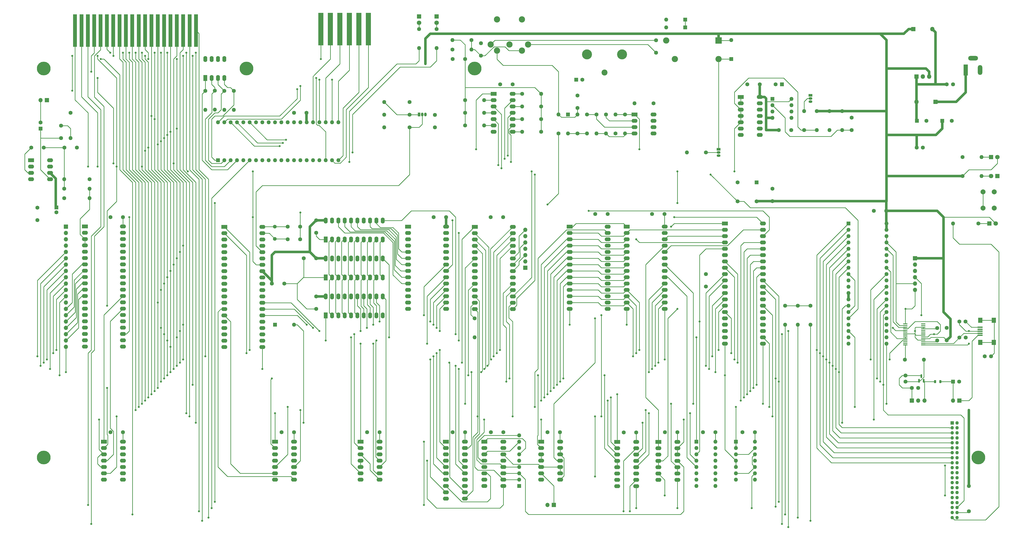
<source format=gbr>
%TF.GenerationSoftware,KiCad,Pcbnew,(6.0.6)*%
%TF.CreationDate,2022-08-05T00:57:26+02:00*%
%TF.ProjectId,Z80AllInOne,5a383041-6c6c-4496-9e4f-6e652e6b6963,rev?*%
%TF.SameCoordinates,Original*%
%TF.FileFunction,Copper,L1,Top*%
%TF.FilePolarity,Positive*%
%FSLAX46Y46*%
G04 Gerber Fmt 4.6, Leading zero omitted, Abs format (unit mm)*
G04 Created by KiCad (PCBNEW (6.0.6)) date 2022-08-05 00:57:26*
%MOMM*%
%LPD*%
G01*
G04 APERTURE LIST*
G04 Aperture macros list*
%AMRoundRect*
0 Rectangle with rounded corners*
0 $1 Rounding radius*
0 $2 $3 $4 $5 $6 $7 $8 $9 X,Y pos of 4 corners*
0 Add a 4 corners polygon primitive as box body*
4,1,4,$2,$3,$4,$5,$6,$7,$8,$9,$2,$3,0*
0 Add four circle primitives for the rounded corners*
1,1,$1+$1,$2,$3*
1,1,$1+$1,$4,$5*
1,1,$1+$1,$6,$7*
1,1,$1+$1,$8,$9*
0 Add four rect primitives between the rounded corners*
20,1,$1+$1,$2,$3,$4,$5,0*
20,1,$1+$1,$4,$5,$6,$7,0*
20,1,$1+$1,$6,$7,$8,$9,0*
20,1,$1+$1,$8,$9,$2,$3,0*%
G04 Aperture macros list end*
%TA.AperFunction,ComponentPad*%
%ADD10C,1.600000*%
%TD*%
%TA.AperFunction,ComponentPad*%
%ADD11O,1.800000X1.800000*%
%TD*%
%TA.AperFunction,ComponentPad*%
%ADD12R,1.800000X1.800000*%
%TD*%
%TA.AperFunction,ComponentPad*%
%ADD13R,1.600000X1.600000*%
%TD*%
%TA.AperFunction,ComponentPad*%
%ADD14C,5.500000*%
%TD*%
%TA.AperFunction,ComponentPad*%
%ADD15O,1.600000X1.600000*%
%TD*%
%TA.AperFunction,ComponentPad*%
%ADD16R,2.500000X2.500000*%
%TD*%
%TA.AperFunction,ComponentPad*%
%ADD17O,2.500000X2.500000*%
%TD*%
%TA.AperFunction,ConnectorPad*%
%ADD18R,1.650000X13.000000*%
%TD*%
%TA.AperFunction,ComponentPad*%
%ADD19C,2.400000*%
%TD*%
%TA.AperFunction,ComponentPad*%
%ADD20C,4.000000*%
%TD*%
%TA.AperFunction,ComponentPad*%
%ADD21C,1.800000*%
%TD*%
%TA.AperFunction,ComponentPad*%
%ADD22R,2.400000X1.600000*%
%TD*%
%TA.AperFunction,ComponentPad*%
%ADD23O,2.400000X1.600000*%
%TD*%
%TA.AperFunction,ComponentPad*%
%ADD24R,1.700000X1.700000*%
%TD*%
%TA.AperFunction,ComponentPad*%
%ADD25O,1.700000X1.700000*%
%TD*%
%TA.AperFunction,ComponentPad*%
%ADD26C,1.500000*%
%TD*%
%TA.AperFunction,ComponentPad*%
%ADD27R,1.600000X2.400000*%
%TD*%
%TA.AperFunction,ComponentPad*%
%ADD28O,1.600000X2.400000*%
%TD*%
%TA.AperFunction,ComponentPad*%
%ADD29R,1.500000X1.050000*%
%TD*%
%TA.AperFunction,ComponentPad*%
%ADD30O,1.500000X1.050000*%
%TD*%
%TA.AperFunction,SMDPad,CuDef*%
%ADD31R,2.000000X0.500000*%
%TD*%
%TA.AperFunction,SMDPad,CuDef*%
%ADD32R,1.700000X2.000000*%
%TD*%
%TA.AperFunction,ComponentPad*%
%ADD33C,2.500000*%
%TD*%
%TA.AperFunction,ComponentPad*%
%ADD34R,1.800000X4.400000*%
%TD*%
%TA.AperFunction,ComponentPad*%
%ADD35O,1.800000X4.000000*%
%TD*%
%TA.AperFunction,ComponentPad*%
%ADD36O,4.000000X1.800000*%
%TD*%
%TA.AperFunction,SMDPad,CuDef*%
%ADD37R,1.750000X0.450000*%
%TD*%
%TA.AperFunction,SMDPad,CuDef*%
%ADD38RoundRect,0.150000X0.150000X-0.587500X0.150000X0.587500X-0.150000X0.587500X-0.150000X-0.587500X0*%
%TD*%
%TA.AperFunction,ConnectorPad*%
%ADD39R,2.000000X13.000000*%
%TD*%
%TA.AperFunction,ComponentPad*%
%ADD40R,1.350000X1.350000*%
%TD*%
%TA.AperFunction,ComponentPad*%
%ADD41O,1.350000X1.350000*%
%TD*%
%TA.AperFunction,ComponentPad*%
%ADD42C,2.000000*%
%TD*%
%TA.AperFunction,SMDPad,CuDef*%
%ADD43RoundRect,0.218750X0.218750X0.381250X-0.218750X0.381250X-0.218750X-0.381250X0.218750X-0.381250X0*%
%TD*%
%TA.AperFunction,ComponentPad*%
%ADD44R,1.050000X1.500000*%
%TD*%
%TA.AperFunction,ComponentPad*%
%ADD45O,1.050000X1.500000*%
%TD*%
%TA.AperFunction,ViaPad*%
%ADD46C,0.800000*%
%TD*%
%TA.AperFunction,Conductor*%
%ADD47C,0.250000*%
%TD*%
%TA.AperFunction,Conductor*%
%ADD48C,1.000000*%
%TD*%
G04 APERTURE END LIST*
D10*
%TO.P,C45,1*%
%TO.N,VCC*%
X372765000Y-86360000D03*
%TO.P,C45,2*%
%TO.N,GND*%
X375265000Y-86360000D03*
%TD*%
%TO.P,C44,1*%
%TO.N,Net-(C44-Pad1)*%
X384830000Y-60960000D03*
%TO.P,C44,2*%
%TO.N,GND*%
X387330000Y-60960000D03*
%TD*%
D11*
%TO.P,D12,2,A*%
%TO.N,Net-(C44-Pad1)*%
X379095000Y-38735000D03*
D12*
%TO.P,D12,1,K*%
%TO.N,VCC*%
X371475000Y-38735000D03*
%TD*%
D13*
%TO.P,C54,1*%
%TO.N,VCC*%
X383007349Y-75565000D03*
D10*
%TO.P,C54,2*%
%TO.N,GND*%
X386807349Y-75565000D03*
%TD*%
D13*
%TO.P,C53,1*%
%TO.N,Net-(C44-Pad1)*%
X372847349Y-75565000D03*
D10*
%TO.P,C53,2*%
%TO.N,GND*%
X376647349Y-75565000D03*
%TD*%
D14*
%TO.P,,3*%
%TO.N,GND*%
X397510000Y-210820000D03*
%TD*%
D10*
%TO.P,C4,1*%
%TO.N,GND*%
X314960000Y-102870000D03*
%TO.P,C4,2*%
%TO.N,VCC*%
X314960000Y-107870000D03*
%TD*%
%TO.P,R21,1*%
%TO.N,/{slash}RESET*%
X327660000Y-79355564D03*
D15*
%TO.P,R21,2*%
%TO.N,Net-(Q3-Pad2)*%
X327660000Y-71735564D03*
%TD*%
D10*
%TO.P,C49,1*%
%TO.N,Net-(C49-Pad1)*%
X198120000Y-49450000D03*
%TO.P,C49,2*%
%TO.N,GND*%
X198120000Y-44450000D03*
%TD*%
D16*
%TO.P,K1,1*%
%TO.N,VCC*%
X293370000Y-43300000D03*
D17*
%TO.P,K1,3*%
%TO.N,/IO/Casette Interface/M1*%
X272370000Y-43300000D03*
%TO.P,K1,5*%
%TO.N,/IO/Casette Interface/M2*%
X275870000Y-50800000D03*
%TO.P,K1,6*%
%TO.N,Net-(D7-Pad1)*%
X293370000Y-50800000D03*
%TD*%
D18*
%TO.P,JE1,2,Pin_2*%
%TO.N,/NMI*%
X83883000Y-39370000D03*
%TO.P,JE1,4,Pin_4*%
%TO.N,/WAIT*%
X81333000Y-39370000D03*
%TO.P,JE1,6,Pin_6*%
%TO.N,/IORQ*%
X78783000Y-39370000D03*
%TO.P,JE1,8,Pin_8*%
%TO.N,/RD*%
X76233000Y-39370000D03*
%TO.P,JE1,10,Pin_10*%
%TO.N,/BUS Expansion/D0*%
X73683000Y-39370000D03*
%TO.P,JE1,12,Pin_12*%
%TO.N,/BUS Expansion/D2*%
X71133000Y-39370000D03*
%TO.P,JE1,14,Pin_14*%
%TO.N,/BUS Expansion/D4*%
X68583000Y-39370000D03*
%TO.P,JE1,16,Pin_16*%
%TO.N,/BUS Expansion/D6*%
X66033000Y-39370000D03*
%TO.P,JE1,18,Pin_18*%
%TO.N,/WR*%
X63483000Y-39370000D03*
%TO.P,JE1,20,Pin_20*%
%TO.N,/IO/A1*%
X60933000Y-39370000D03*
%TO.P,JE1,22,Pin_22*%
%TO.N,/IO/A3*%
X58383000Y-39370000D03*
%TO.P,JE1,24,Pin_24*%
%TO.N,/IO/A5*%
X55833000Y-39370000D03*
%TO.P,JE1,26,Pin_26*%
%TO.N,/IO/A7*%
X53283000Y-39370000D03*
%TO.P,JE1,28,Pin_28*%
%TO.N,/IO/A9*%
X50733000Y-39370000D03*
%TO.P,JE1,30,Pin_30*%
%TO.N,/IO/A11*%
X48183000Y-39370000D03*
%TO.P,JE1,32,Pin_32*%
%TO.N,/BUSACK*%
X45633000Y-39370000D03*
%TO.P,JE1,34,Pin_34*%
%TO.N,GND*%
X43083000Y-39370000D03*
%TO.P,JE1,36,Pin_36*%
%TO.N,/DEV_CS1*%
X40533000Y-39370000D03*
%TO.P,JE1,38,Pin_38*%
%TO.N,/IO/A14*%
X37983000Y-39370000D03*
%TO.P,JE1,40,Pin_40*%
%TO.N,/INT_DEV1*%
X35433000Y-39370000D03*
%TD*%
D10*
%TO.P,R5,1*%
%TO.N,Net-(R5-Pad1)*%
X91440000Y-63500000D03*
D15*
%TO.P,R5,2*%
%TO.N,GND*%
X91440000Y-71120000D03*
%TD*%
D10*
%TO.P,C32,1*%
%TO.N,VCC*%
X20320000Y-110490000D03*
%TO.P,C32,2*%
%TO.N,GND*%
X20320000Y-115490000D03*
%TD*%
%TO.P,R19,1*%
%TO.N,Net-(C19-Pad1)*%
X169545000Y-68025000D03*
D15*
%TO.P,R19,2*%
%TO.N,Net-(Q2-Pad1)*%
X159385000Y-68025000D03*
%TD*%
D19*
%TO.P,J3,1,In*%
%TO.N,Net-(C19-Pad2)*%
X247650000Y-56210000D03*
D20*
%TO.P,J3,2,Ext*%
%TO.N,GND*%
X254650000Y-48940000D03*
%TO.P,J3,3*%
%TO.N,N/C*%
X240650000Y-48940000D03*
%TD*%
D12*
%TO.P,D4,1,K*%
%TO.N,Net-(D4-Pad1)*%
X402590000Y-90170000D03*
D21*
%TO.P,D4,2,A*%
%TO.N,VCC*%
X405130000Y-90170000D03*
%TD*%
D10*
%TO.P,C38,1*%
%TO.N,VCC*%
X207065000Y-200665000D03*
%TO.P,C38,2*%
%TO.N,GND*%
X202065000Y-200665000D03*
%TD*%
D22*
%TO.P,U28,1,OE*%
%TO.N,Net-(JP3-Pad2)*%
X184100000Y-204480000D03*
D23*
%TO.P,U28,2,O0*%
%TO.N,/BUS Expansion/D0*%
X184100000Y-207020000D03*
%TO.P,U28,3,D0*%
%TO.N,GND*%
X184100000Y-209560000D03*
%TO.P,U28,4,D1*%
%TO.N,Net-(U26-Pad9)*%
X184100000Y-212100000D03*
%TO.P,U28,5,O1*%
%TO.N,/BUS Expansion/D1*%
X184100000Y-214640000D03*
%TO.P,U28,6,O2*%
%TO.N,/BUS Expansion/D2*%
X184100000Y-217180000D03*
%TO.P,U28,7,D2*%
%TO.N,Net-(U26-Pad7)*%
X184100000Y-219720000D03*
%TO.P,U28,8,D3*%
%TO.N,Net-(U26-Pad6)*%
X184100000Y-222260000D03*
%TO.P,U28,9,O3*%
%TO.N,/BUS Expansion/D3*%
X184100000Y-224800000D03*
%TO.P,U28,10,GND*%
%TO.N,GND*%
X184100000Y-227340000D03*
%TO.P,U28,11,LE*%
%TO.N,/M1*%
X191720000Y-227340000D03*
%TO.P,U28,12,O4*%
%TO.N,/BUS Expansion/D4*%
X191720000Y-224800000D03*
%TO.P,U28,13,D4*%
%TO.N,GND*%
X191720000Y-222260000D03*
%TO.P,U28,14,D5*%
X191720000Y-219720000D03*
%TO.P,U28,15,O5*%
%TO.N,/BUS Expansion/D5*%
X191720000Y-217180000D03*
%TO.P,U28,16,O6*%
%TO.N,/BUS Expansion/D6*%
X191720000Y-214640000D03*
%TO.P,U28,17,D6*%
%TO.N,GND*%
X191720000Y-212100000D03*
%TO.P,U28,18,D7*%
X191720000Y-209560000D03*
%TO.P,U28,19,O7*%
%TO.N,/BUS Expansion/D7*%
X191720000Y-207020000D03*
%TO.P,U28,20,VCC*%
%TO.N,VCC*%
X191720000Y-204480000D03*
%TD*%
D10*
%TO.P,R38,1*%
%TO.N,Net-(R38-Pad1)*%
X244475000Y-73025000D03*
D15*
%TO.P,R38,2*%
%TO.N,VCC*%
X244475000Y-80645000D03*
%TD*%
D12*
%TO.P,U29,1,IN*%
%TO.N,Net-(C44-Pad1)*%
X372745000Y-57850000D03*
D11*
%TO.P,U29,2,GND*%
%TO.N,GND*%
X375285000Y-57850000D03*
%TO.P,U29,3,OUT*%
%TO.N,VCC*%
X377825000Y-57850000D03*
%TD*%
D13*
%TO.P,D10,1,A*%
%TO.N,GND*%
X233045000Y-73025000D03*
D15*
%TO.P,D10,2,K*%
%TO.N,Net-(D10-Pad2)*%
X233045000Y-80645000D03*
%TD*%
D13*
%TO.P,D8,1,A*%
%TO.N,Net-(D8-Pad1)*%
X280035000Y-38100000D03*
D15*
%TO.P,D8,2,K*%
%TO.N,/IO/Casette Interface/M1*%
X272415000Y-38100000D03*
%TD*%
D13*
%TO.P,C19,1*%
%TO.N,Net-(C19-Pad1)*%
X236302375Y-59055000D03*
D10*
%TO.P,C19,2*%
%TO.N,Net-(C19-Pad2)*%
X238802375Y-59055000D03*
%TD*%
D13*
%TO.P,U23,1,GND*%
%TO.N,GND*%
X314970000Y-66795564D03*
D15*
%TO.P,U23,2,TR*%
%TO.N,Net-(C34-Pad1)*%
X314970000Y-69335564D03*
%TO.P,U23,3,Q*%
%TO.N,Net-(U12-Pad1)*%
X314970000Y-71875564D03*
%TO.P,U23,4,R*%
%TO.N,VCC*%
X314970000Y-74415564D03*
%TO.P,U23,5,CV*%
%TO.N,unconnected-(U23-Pad5)*%
X322590000Y-74415564D03*
%TO.P,U23,6,THR*%
%TO.N,Net-(C36-Pad1)*%
X322590000Y-71875564D03*
%TO.P,U23,7,DIS*%
X322590000Y-69335564D03*
%TO.P,U23,8,VCC*%
%TO.N,VCC*%
X322590000Y-66795564D03*
%TD*%
D10*
%TO.P,C37,1*%
%TO.N,GND*%
X224830000Y-200660000D03*
%TO.P,C37,2*%
%TO.N,VCC*%
X229830000Y-200660000D03*
%TD*%
%TO.P,R14,1*%
%TO.N,GND*%
X41275000Y-99060000D03*
D15*
%TO.P,R14,2*%
%TO.N,Net-(C30-Pad1)*%
X31115000Y-99060000D03*
%TD*%
D10*
%TO.P,C6,1*%
%TO.N,GND*%
X355645000Y-111755000D03*
%TO.P,C6,2*%
%TO.N,VCC*%
X360645000Y-111755000D03*
%TD*%
D13*
%TO.P,D5,1,K*%
%TO.N,Net-(D5-Pad1)*%
X115570000Y-157480000D03*
D15*
%TO.P,D5,2,A*%
%TO.N,/VDP_INT*%
X123190000Y-157480000D03*
%TD*%
D10*
%TO.P,R4,1*%
%TO.N,Net-(R4-Pad1)*%
X87630000Y-63589062D03*
D15*
%TO.P,R4,2*%
%TO.N,GND*%
X87630000Y-71209062D03*
%TD*%
D22*
%TO.P,U26,1,I4*%
%TO.N,/INT_DEV2*%
X199470000Y-204490000D03*
D23*
%TO.P,U26,2,I5*%
%TO.N,/INT_DEV3*%
X199470000Y-207030000D03*
%TO.P,U26,3,I6*%
%TO.N,/INT_DEV4*%
X199470000Y-209570000D03*
%TO.P,U26,4,I7*%
%TO.N,/INT_DEV5*%
X199470000Y-212110000D03*
%TO.P,U26,5,EI*%
%TO.N,GND*%
X199470000Y-214650000D03*
%TO.P,U26,6,S2*%
%TO.N,Net-(U26-Pad6)*%
X199470000Y-217190000D03*
%TO.P,U26,7,S1*%
%TO.N,Net-(U26-Pad7)*%
X199470000Y-219730000D03*
%TO.P,U26,8,GND*%
%TO.N,GND*%
X199470000Y-222270000D03*
%TO.P,U26,9,S0*%
%TO.N,Net-(U26-Pad9)*%
X207090000Y-222270000D03*
%TO.P,U26,10,IO*%
%TO.N,/CTC_INT*%
X207090000Y-219730000D03*
%TO.P,U26,11,I1*%
%TO.N,/UART_INT*%
X207090000Y-217190000D03*
%TO.P,U26,12,I2*%
%TO.N,/VDP_INT*%
X207090000Y-214650000D03*
%TO.P,U26,13,I3*%
%TO.N,/INT_DEV1*%
X207090000Y-212110000D03*
%TO.P,U26,14,GS*%
%TO.N,Net-(U25-Pad10)*%
X207090000Y-209570000D03*
%TO.P,U26,15,EO*%
%TO.N,unconnected-(U26-Pad15)*%
X207090000Y-207030000D03*
%TO.P,U26,16,VCC*%
%TO.N,VCC*%
X207090000Y-204490000D03*
%TD*%
D10*
%TO.P,R3,1*%
%TO.N,VCC*%
X325120000Y-149860000D03*
D15*
%TO.P,R3,2*%
%TO.N,/BUSRQ*%
X325120000Y-157480000D03*
%TD*%
D22*
%TO.P,U2,1,A14*%
%TO.N,/IO/A14*%
X233680000Y-118110000D03*
D23*
%TO.P,U2,2,A12*%
%TO.N,/IO/A12*%
X233680000Y-120650000D03*
%TO.P,U2,3,A7*%
%TO.N,/IO/A7*%
X233680000Y-123190000D03*
%TO.P,U2,4,A6*%
%TO.N,/IO/A6*%
X233680000Y-125730000D03*
%TO.P,U2,5,A5*%
%TO.N,/IO/A5*%
X233680000Y-128270000D03*
%TO.P,U2,6,A4*%
%TO.N,/IO/A4*%
X233680000Y-130810000D03*
%TO.P,U2,7,A3*%
%TO.N,/IO/A3*%
X233680000Y-133350000D03*
%TO.P,U2,8,A2*%
%TO.N,/IO/A2*%
X233680000Y-135890000D03*
%TO.P,U2,9,A1*%
%TO.N,/IO/A1*%
X233680000Y-138430000D03*
%TO.P,U2,10,A0*%
%TO.N,/IO/A0*%
X233680000Y-140970000D03*
%TO.P,U2,11,I/O1*%
%TO.N,/BUS Expansion/D0*%
X233680000Y-143510000D03*
%TO.P,U2,12,I/O2*%
%TO.N,/BUS Expansion/D1*%
X233680000Y-146050000D03*
%TO.P,U2,13,I/O3*%
%TO.N,/BUS Expansion/D2*%
X233680000Y-148590000D03*
%TO.P,U2,14,GND*%
%TO.N,GND*%
X233680000Y-151130000D03*
%TO.P,U2,15,I/O4*%
%TO.N,/BUS Expansion/D3*%
X248920000Y-151130000D03*
%TO.P,U2,16,I/O5*%
%TO.N,/BUS Expansion/D4*%
X248920000Y-148590000D03*
%TO.P,U2,17,I/O6*%
%TO.N,/BUS Expansion/D5*%
X248920000Y-146050000D03*
%TO.P,U2,18,I/O7*%
%TO.N,/BUS Expansion/D6*%
X248920000Y-143510000D03*
%TO.P,U2,19,I/O8*%
%TO.N,/BUS Expansion/D7*%
X248920000Y-140970000D03*
%TO.P,U2,20,/CE*%
%TO.N,/ROM_CE*%
X248920000Y-138430000D03*
%TO.P,U2,21,A10*%
%TO.N,/IO/A10*%
X248920000Y-135890000D03*
%TO.P,U2,22,/OE*%
%TO.N,/RD*%
X248920000Y-133350000D03*
%TO.P,U2,23,A11*%
%TO.N,/IO/A11*%
X248920000Y-130810000D03*
%TO.P,U2,24,A9*%
%TO.N,/IO/A9*%
X248920000Y-128270000D03*
%TO.P,U2,25,A8*%
%TO.N,/IO/A8*%
X248920000Y-125730000D03*
%TO.P,U2,26,A13*%
%TO.N,/IO/A13*%
X248920000Y-123190000D03*
%TO.P,U2,27,R/W*%
%TO.N,/WR*%
X248920000Y-120650000D03*
%TO.P,U2,28,VDD*%
%TO.N,VCC*%
X248920000Y-118110000D03*
%TD*%
D10*
%TO.P,C30,1*%
%TO.N,Net-(C30-Pad1)*%
X31195000Y-86360000D03*
%TO.P,C30,2*%
%TO.N,GND*%
X36195000Y-86360000D03*
%TD*%
%TO.P,C31,2*%
%TO.N,Net-(C30-Pad1)*%
X22860000Y-86360000D03*
%TO.P,C31,1*%
%TO.N,Net-(C31-Pad1)*%
X17860000Y-86360000D03*
%TD*%
D12*
%TO.P,D6,1,K*%
%TO.N,GND*%
X405130000Y-97790000D03*
D21*
%TO.P,D6,2,A*%
%TO.N,Net-(D6-Pad2)*%
X402590000Y-97790000D03*
%TD*%
D10*
%TO.P,C34,1*%
%TO.N,Net-(C34-Pad1)*%
X346710000Y-79315564D03*
%TO.P,C34,2*%
%TO.N,GND*%
X346710000Y-74315564D03*
%TD*%
D22*
%TO.P,U20,1*%
%TO.N,Net-(U20-Pad1)*%
X47000000Y-204465000D03*
D23*
%TO.P,U20,2*%
%TO.N,/IO/A0*%
X47000000Y-207005000D03*
%TO.P,U20,3*%
%TO.N,/PSG_CE*%
X47000000Y-209545000D03*
%TO.P,U20,4*%
%TO.N,Net-(U20-Pad4)*%
X47000000Y-212085000D03*
%TO.P,U20,5*%
%TO.N,/PSG_CE*%
X47000000Y-214625000D03*
%TO.P,U20,6*%
%TO.N,/WR*%
X47000000Y-217165000D03*
%TO.P,U20,7,GND*%
%TO.N,GND*%
X47000000Y-219705000D03*
%TO.P,U20,8*%
%TO.N,N/C*%
X54620000Y-219705000D03*
%TO.P,U20,9*%
X54620000Y-217165000D03*
%TO.P,U20,10*%
X54620000Y-214625000D03*
%TO.P,U20,11*%
X54620000Y-212085000D03*
%TO.P,U20,12*%
X54620000Y-209545000D03*
%TO.P,U20,13*%
X54620000Y-207005000D03*
%TO.P,U20,14,VCC*%
%TO.N,VCC*%
X54620000Y-204465000D03*
%TD*%
D10*
%TO.P,R29,1*%
%TO.N,Net-(C48-Pad1)*%
X222250000Y-74930000D03*
D15*
%TO.P,R29,2*%
%TO.N,Net-(R29-Pad2)*%
X214630000Y-74930000D03*
%TD*%
D10*
%TO.P,C3,1*%
%TO.N,GND*%
X266700000Y-113025000D03*
%TO.P,C3,2*%
%TO.N,VCC*%
X271700000Y-113025000D03*
%TD*%
D22*
%TO.P,U3,1,A14*%
%TO.N,/IO/A14*%
X256540000Y-118110000D03*
D23*
%TO.P,U3,2,A12*%
%TO.N,/IO/A12*%
X256540000Y-120650000D03*
%TO.P,U3,3,A7*%
%TO.N,/IO/A7*%
X256540000Y-123190000D03*
%TO.P,U3,4,A6*%
%TO.N,/IO/A6*%
X256540000Y-125730000D03*
%TO.P,U3,5,A5*%
%TO.N,/IO/A5*%
X256540000Y-128270000D03*
%TO.P,U3,6,A4*%
%TO.N,/IO/A4*%
X256540000Y-130810000D03*
%TO.P,U3,7,A3*%
%TO.N,/IO/A3*%
X256540000Y-133350000D03*
%TO.P,U3,8,A2*%
%TO.N,/IO/A2*%
X256540000Y-135890000D03*
%TO.P,U3,9,A1*%
%TO.N,/IO/A1*%
X256540000Y-138430000D03*
%TO.P,U3,10,A0*%
%TO.N,/IO/A0*%
X256540000Y-140970000D03*
%TO.P,U3,11,D0*%
%TO.N,/BUS Expansion/D0*%
X256540000Y-143510000D03*
%TO.P,U3,12,D1*%
%TO.N,/BUS Expansion/D1*%
X256540000Y-146050000D03*
%TO.P,U3,13,D2*%
%TO.N,/BUS Expansion/D2*%
X256540000Y-148590000D03*
%TO.P,U3,14,GND*%
%TO.N,GND*%
X256540000Y-151130000D03*
%TO.P,U3,15,D3*%
%TO.N,/BUS Expansion/D3*%
X271780000Y-151130000D03*
%TO.P,U3,16,D4*%
%TO.N,/BUS Expansion/D4*%
X271780000Y-148590000D03*
%TO.P,U3,17,D5*%
%TO.N,/BUS Expansion/D5*%
X271780000Y-146050000D03*
%TO.P,U3,18,D6*%
%TO.N,/BUS Expansion/D6*%
X271780000Y-143510000D03*
%TO.P,U3,19,D7*%
%TO.N,/BUS Expansion/D7*%
X271780000Y-140970000D03*
%TO.P,U3,20,~{CS}*%
%TO.N,/RAM_CE*%
X271780000Y-138430000D03*
%TO.P,U3,21,A10*%
%TO.N,/IO/A10*%
X271780000Y-135890000D03*
%TO.P,U3,22,~{OE}*%
%TO.N,/RD*%
X271780000Y-133350000D03*
%TO.P,U3,23,A11*%
%TO.N,/IO/A11*%
X271780000Y-130810000D03*
%TO.P,U3,24,A9*%
%TO.N,/IO/A9*%
X271780000Y-128270000D03*
%TO.P,U3,25,A8*%
%TO.N,/IO/A8*%
X271780000Y-125730000D03*
%TO.P,U3,26,A13*%
%TO.N,/IO/A13*%
X271780000Y-123190000D03*
%TO.P,U3,27,~{WE}*%
%TO.N,VCC*%
X271780000Y-120650000D03*
%TO.P,U3,28,VCC*%
X271780000Y-118110000D03*
%TD*%
D13*
%TO.P,U4,1,PA3*%
%TO.N,Net-(R7-Pad1)*%
X92715000Y-91445000D03*
D15*
%TO.P,U4,2,PA2*%
%TO.N,Net-(R6-Pad1)*%
X95255000Y-91445000D03*
%TO.P,U4,3,PA1*%
%TO.N,Net-(R5-Pad1)*%
X97795000Y-91445000D03*
%TO.P,U4,4,PA0*%
%TO.N,Net-(R4-Pad1)*%
X100335000Y-91445000D03*
%TO.P,U4,5,~{RD}*%
%TO.N,/RD*%
X102875000Y-91445000D03*
%TO.P,U4,6,~{CS}*%
%TO.N,/PPI_CE*%
X105415000Y-91445000D03*
%TO.P,U4,7,GND*%
%TO.N,GND*%
X107955000Y-91445000D03*
%TO.P,U4,8,A1*%
%TO.N,/IO/A1*%
X110495000Y-91445000D03*
%TO.P,U4,9,A0*%
%TO.N,/IO/A0*%
X113035000Y-91445000D03*
%TO.P,U4,10,PC7*%
%TO.N,/IO/Casette Interface/PC7*%
X115575000Y-91445000D03*
%TO.P,U4,11,PC6*%
%TO.N,/IO/Casette Interface/PC6*%
X118115000Y-91445000D03*
%TO.P,U4,12,PC5*%
%TO.N,/IO/Casette Interface/PC5*%
X120655000Y-91445000D03*
%TO.P,U4,13,PC4*%
%TO.N,/IO/Casette Interface/PC4*%
X123195000Y-91445000D03*
%TO.P,U4,14,PC0*%
%TO.N,/IO/PC0*%
X125735000Y-91445000D03*
%TO.P,U4,15,PC1*%
%TO.N,/IO/PC1*%
X128275000Y-91445000D03*
%TO.P,U4,16,PC2*%
%TO.N,/IO/Casette Interface/PC2*%
X130815000Y-91445000D03*
%TO.P,U4,17,PC3*%
%TO.N,/IO/Casette Interface/PC3*%
X133355000Y-91445000D03*
%TO.P,U4,18,PB0*%
%TO.N,/IO/PB0*%
X135895000Y-91445000D03*
%TO.P,U4,19,PB1*%
%TO.N,/IO/PB1*%
X138435000Y-91445000D03*
%TO.P,U4,20,PB2*%
%TO.N,/IO/PB2*%
X140975000Y-91445000D03*
%TO.P,U4,21,PB3*%
%TO.N,/IO/PB3*%
X140975000Y-76205000D03*
%TO.P,U4,22,PB4*%
%TO.N,/IO/PB4*%
X138435000Y-76205000D03*
%TO.P,U4,23,PB5*%
%TO.N,/IO/PB5*%
X135895000Y-76205000D03*
%TO.P,U4,24,PB6*%
%TO.N,/IO/PB6*%
X133355000Y-76205000D03*
%TO.P,U4,25,PB7*%
%TO.N,/IO/PB7*%
X130815000Y-76205000D03*
%TO.P,U4,26,VCC*%
%TO.N,VCC*%
X128275000Y-76205000D03*
%TO.P,U4,27,D7*%
%TO.N,/BUS Expansion/D7*%
X125735000Y-76205000D03*
%TO.P,U4,28,D6*%
%TO.N,/BUS Expansion/D6*%
X123195000Y-76205000D03*
%TO.P,U4,29,D5*%
%TO.N,/BUS Expansion/D5*%
X120655000Y-76205000D03*
%TO.P,U4,30,D4*%
%TO.N,/BUS Expansion/D4*%
X118115000Y-76205000D03*
%TO.P,U4,31,D3*%
%TO.N,/BUS Expansion/D3*%
X115575000Y-76205000D03*
%TO.P,U4,32,D2*%
%TO.N,/BUS Expansion/D2*%
X113035000Y-76205000D03*
%TO.P,U4,33,D1*%
%TO.N,/BUS Expansion/D1*%
X110495000Y-76205000D03*
%TO.P,U4,34,D0*%
%TO.N,/BUS Expansion/D0*%
X107955000Y-76205000D03*
%TO.P,U4,35,RESET*%
%TO.N,/RESET_IO*%
X105415000Y-76205000D03*
%TO.P,U4,36,~{WR}*%
%TO.N,/WR*%
X102875000Y-76205000D03*
%TO.P,U4,37,PA7*%
%TO.N,/IO/PA7*%
X100335000Y-76205000D03*
%TO.P,U4,38,PA6*%
%TO.N,/IO/PA6*%
X97795000Y-76205000D03*
%TO.P,U4,39,PA5*%
%TO.N,/IO/PA5*%
X95255000Y-76205000D03*
%TO.P,U4,40,PA4*%
%TO.N,/IO/PA4*%
X92715000Y-76205000D03*
%TD*%
D12*
%TO.P,D3,1,K*%
%TO.N,Net-(D3-Pad1)*%
X380365000Y-67945000D03*
D11*
%TO.P,D3,2,A*%
%TO.N,Net-(C44-Pad1)*%
X372745000Y-67945000D03*
%TD*%
D22*
%TO.P,U13,1*%
%TO.N,/IO/A8*%
X269215000Y-204570000D03*
D23*
%TO.P,U13,2*%
X269215000Y-207110000D03*
%TO.P,U13,3*%
%TO.N,Net-(U13-Pad3)*%
X269215000Y-209650000D03*
%TO.P,U13,4*%
%TO.N,/{slash}RESET*%
X269215000Y-212190000D03*
%TO.P,U13,5*%
X269215000Y-214730000D03*
%TO.P,U13,6*%
%TO.N,/MR*%
X269215000Y-217270000D03*
%TO.P,U13,7,GND*%
%TO.N,GND*%
X269215000Y-219810000D03*
%TO.P,U13,8*%
%TO.N,Net-(U13-Pad8)*%
X276835000Y-219810000D03*
%TO.P,U13,9*%
%TO.N,/RD*%
X276835000Y-217270000D03*
%TO.P,U13,10*%
X276835000Y-214730000D03*
%TO.P,U13,11*%
%TO.N,/UART_INT*%
X276835000Y-212190000D03*
%TO.P,U13,12*%
%TO.N,Net-(U13-Pad12)*%
X276835000Y-209650000D03*
%TO.P,U13,13*%
X276835000Y-207110000D03*
%TO.P,U13,14,VCC*%
%TO.N,VCC*%
X276835000Y-204570000D03*
%TD*%
D10*
%TO.P,R24,1*%
%TO.N,Net-(Q4-Pad2)*%
X288290000Y-88265000D03*
D15*
%TO.P,R24,2*%
%TO.N,/IO/PA7*%
X280670000Y-88265000D03*
%TD*%
D10*
%TO.P,C23,1*%
%TO.N,GND*%
X127080000Y-130810000D03*
%TO.P,C23,2*%
%TO.N,VCC*%
X132080000Y-130810000D03*
%TD*%
D14*
%TO.P,,4*%
%TO.N,GND*%
X104140000Y-54610000D03*
%TD*%
D22*
%TO.P,U19,1*%
%TO.N,/IO/PA6*%
X259715000Y-73035000D03*
D23*
%TO.P,U19,2,-*%
%TO.N,Net-(R35-Pad1)*%
X259715000Y-75575000D03*
%TO.P,U19,3,+*%
%TO.N,Net-(R38-Pad1)*%
X259715000Y-78115000D03*
%TO.P,U19,4,V-*%
%TO.N,VCC*%
X259715000Y-80655000D03*
%TO.P,U19,5*%
%TO.N,N/C*%
X267335000Y-80655000D03*
%TO.P,U19,6*%
X267335000Y-78115000D03*
%TO.P,U19,7*%
X267335000Y-75575000D03*
%TO.P,U19,8,V+*%
%TO.N,GND*%
X267335000Y-73035000D03*
%TD*%
D24*
%TO.P,JP2,1,A*%
%TO.N,Net-(C7-Pad2)*%
X370855000Y-187960000D03*
D25*
%TO.P,JP2,2,C*%
%TO.N,VCC*%
X373395000Y-187960000D03*
%TO.P,JP2,3,B*%
%TO.N,Net-(FB1-Pad2)*%
X375935000Y-187960000D03*
%TD*%
D10*
%TO.P,R36,1*%
%TO.N,Net-(R35-Pad1)*%
X248285000Y-73025000D03*
D15*
%TO.P,R36,2*%
%TO.N,VCC*%
X248285000Y-80645000D03*
%TD*%
D10*
%TO.P,R8,1*%
%TO.N,Net-(D1-Pad2)*%
X180340000Y-38735000D03*
D15*
%TO.P,R8,2*%
%TO.N,/IO/PC1*%
X180340000Y-46355000D03*
%TD*%
D10*
%TO.P,C29,1*%
%TO.N,VCC*%
X54610000Y-114300000D03*
%TO.P,C29,2*%
%TO.N,GND*%
X49610000Y-114300000D03*
%TD*%
D26*
%TO.P,Y2,1,1*%
%TO.N,Net-(C16-Pad2)*%
X115510000Y-123010000D03*
%TO.P,Y2,2,2*%
%TO.N,Net-(C17-Pad2)*%
X115510000Y-118110000D03*
%TD*%
D14*
%TO.P,,1*%
%TO.N,GND*%
X22860000Y-54610000D03*
%TD*%
D10*
%TO.P,C27,1*%
%TO.N,VCC*%
X292100000Y-200660000D03*
%TO.P,C27,2*%
%TO.N,GND*%
X287100000Y-200660000D03*
%TD*%
%TO.P,R32,1*%
%TO.N,Net-(C49-Pad1)*%
X194310000Y-43140000D03*
D15*
%TO.P,R32,2*%
%TO.N,Net-(C48-Pad1)*%
X186690000Y-43140000D03*
%TD*%
D27*
%TO.P,U9,1,OE*%
%TO.N,GND*%
X135890000Y-138530000D03*
D28*
%TO.P,U9,2,D0*%
%TO.N,/VIDEO/AD0*%
X138430000Y-138530000D03*
%TO.P,U9,3,D1*%
%TO.N,/VIDEO/AD1*%
X140970000Y-138530000D03*
%TO.P,U9,4,D2*%
%TO.N,/VIDEO/AD2*%
X143510000Y-138530000D03*
%TO.P,U9,5,D3*%
%TO.N,/VIDEO/AD3*%
X146050000Y-138530000D03*
%TO.P,U9,6,D4*%
%TO.N,/VIDEO/AD4*%
X148590000Y-138530000D03*
%TO.P,U9,7,D5*%
%TO.N,/VIDEO/AD5*%
X151130000Y-138530000D03*
%TO.P,U9,8,D6*%
%TO.N,/VIDEO/AD6*%
X153670000Y-138530000D03*
%TO.P,U9,9,D7*%
%TO.N,/VIDEO/AD7*%
X156210000Y-138530000D03*
%TO.P,U9,10,GND*%
%TO.N,GND*%
X158750000Y-138530000D03*
%TO.P,U9,11,Cp*%
%TO.N,Net-(U17-Pad6)*%
X158750000Y-130910000D03*
%TO.P,U9,12,Q7*%
%TO.N,/VIDEO/VA13*%
X156210000Y-130910000D03*
%TO.P,U9,13,Q6*%
%TO.N,/VIDEO/VA12*%
X153670000Y-130910000D03*
%TO.P,U9,14,Q5*%
%TO.N,/VIDEO/VA11*%
X151130000Y-130910000D03*
%TO.P,U9,15,Q4*%
%TO.N,/VIDEO/VA10*%
X148590000Y-130910000D03*
%TO.P,U9,16,Q3*%
%TO.N,/VIDEO/VA9*%
X146050000Y-130910000D03*
%TO.P,U9,17,Q2*%
%TO.N,/VIDEO/VA8*%
X143510000Y-130910000D03*
%TO.P,U9,18,Q1*%
%TO.N,/VIDEO/VA7*%
X140970000Y-130910000D03*
%TO.P,U9,19,Q0*%
%TO.N,unconnected-(U9-Pad19)*%
X138430000Y-130910000D03*
%TO.P,U9,20,VCC*%
%TO.N,VCC*%
X135890000Y-130910000D03*
%TD*%
D27*
%TO.P,U8,1,OE*%
%TO.N,GND*%
X135895000Y-123280000D03*
D28*
%TO.P,U8,2,D0*%
%TO.N,/VIDEO/AD0*%
X138435000Y-123280000D03*
%TO.P,U8,3,D1*%
%TO.N,/VIDEO/AD1*%
X140975000Y-123280000D03*
%TO.P,U8,4,D2*%
%TO.N,/VIDEO/AD2*%
X143515000Y-123280000D03*
%TO.P,U8,5,D3*%
%TO.N,/VIDEO/AD3*%
X146055000Y-123280000D03*
%TO.P,U8,6,D4*%
%TO.N,/VIDEO/AD4*%
X148595000Y-123280000D03*
%TO.P,U8,7,D5*%
%TO.N,/VIDEO/AD5*%
X151135000Y-123280000D03*
%TO.P,U8,8,D6*%
%TO.N,/VIDEO/AD6*%
X153675000Y-123280000D03*
%TO.P,U8,9,D7*%
%TO.N,/VIDEO/AD7*%
X156215000Y-123280000D03*
%TO.P,U8,10,GND*%
%TO.N,GND*%
X158755000Y-123280000D03*
%TO.P,U8,11,Cp*%
%TO.N,Net-(U17-Pad2)*%
X158755000Y-115660000D03*
%TO.P,U8,12,Q7*%
%TO.N,/VIDEO/VA6*%
X156215000Y-115660000D03*
%TO.P,U8,13,Q6*%
%TO.N,/VIDEO/VA5*%
X153675000Y-115660000D03*
%TO.P,U8,14,Q5*%
%TO.N,/VIDEO/VA4*%
X151135000Y-115660000D03*
%TO.P,U8,15,Q4*%
%TO.N,/VIDEO/VA3*%
X148595000Y-115660000D03*
%TO.P,U8,16,Q3*%
%TO.N,/VIDEO/VA2*%
X146055000Y-115660000D03*
%TO.P,U8,17,Q2*%
%TO.N,/VIDEO/VA1*%
X143515000Y-115660000D03*
%TO.P,U8,18,Q1*%
%TO.N,/VIDEO/VA0*%
X140975000Y-115660000D03*
%TO.P,U8,19,Q0*%
%TO.N,unconnected-(U8-Pad19)*%
X138435000Y-115660000D03*
%TO.P,U8,20,VCC*%
%TO.N,VCC*%
X135895000Y-115660000D03*
%TD*%
D10*
%TO.P,R28,1*%
%TO.N,Net-(C48-Pad1)*%
X222250000Y-80010000D03*
D15*
%TO.P,R28,2*%
%TO.N,Net-(R28-Pad2)*%
X214630000Y-80010000D03*
%TD*%
D10*
%TO.P,R35,1*%
%TO.N,Net-(R35-Pad1)*%
X252095000Y-80645000D03*
D15*
%TO.P,R35,2*%
%TO.N,/IO/PA6*%
X252095000Y-73025000D03*
%TD*%
D13*
%TO.P,U27,1*%
%TO.N,/WR*%
X300355000Y-204470000D03*
D15*
%TO.P,U27,2*%
X300355000Y-207010000D03*
%TO.P,U27,3*%
%TO.N,Net-(U27-Pad13)*%
X300355000Y-209550000D03*
%TO.P,U27,4*%
%TO.N,/IORQ*%
X300355000Y-212090000D03*
%TO.P,U27,5*%
X300355000Y-214630000D03*
%TO.P,U27,6*%
%TO.N,Net-(U27-Pad10)*%
X300355000Y-217170000D03*
%TO.P,U27,7,GND*%
%TO.N,GND*%
X300355000Y-219710000D03*
%TO.P,U27,8*%
%TO.N,/IORD*%
X307975000Y-219710000D03*
%TO.P,U27,9*%
%TO.N,Net-(U13-Pad8)*%
X307975000Y-217170000D03*
%TO.P,U27,10*%
%TO.N,Net-(U27-Pad10)*%
X307975000Y-214630000D03*
%TO.P,U27,11*%
%TO.N,/IOWR*%
X307975000Y-212090000D03*
%TO.P,U27,12*%
%TO.N,Net-(U27-Pad10)*%
X307975000Y-209550000D03*
%TO.P,U27,13*%
%TO.N,Net-(U27-Pad13)*%
X307975000Y-207010000D03*
%TO.P,U27,14,VCC*%
%TO.N,VCC*%
X307975000Y-204470000D03*
%TD*%
D24*
%TO.P,SPEAKER1,1,Pin_1*%
%TO.N,GND*%
X24130000Y-67310000D03*
D25*
%TO.P,SPEAKER1,2,Pin_2*%
%TO.N,Net-(C43-Pad2)*%
X21590000Y-67310000D03*
%TD*%
D10*
%TO.P,C42,2*%
%TO.N,GND*%
X27940000Y-112349440D03*
D13*
%TO.P,C42,1*%
%TO.N,VCC*%
X27940000Y-110349440D03*
%TD*%
D10*
%TO.P,R33,1*%
%TO.N,GND*%
X186690000Y-46950000D03*
D15*
%TO.P,R33,2*%
%TO.N,Net-(C49-Pad1)*%
X194310000Y-46950000D03*
%TD*%
D10*
%TO.P,R10,1*%
%TO.N,Net-(R10-Pad1)*%
X368012500Y-171550000D03*
D15*
%TO.P,R10,2*%
%TO.N,Net-(C8-Pad1)*%
X375632500Y-171550000D03*
%TD*%
D10*
%TO.P,R37,1*%
%TO.N,GND*%
X267335000Y-68580000D03*
D15*
%TO.P,R37,2*%
%TO.N,Net-(R35-Pad1)*%
X259715000Y-68580000D03*
%TD*%
D10*
%TO.P,R12,1*%
%TO.N,GND*%
X31115000Y-106680000D03*
D15*
%TO.P,R12,2*%
%TO.N,Net-(J5-Pad2)*%
X41275000Y-106680000D03*
%TD*%
D22*
%TO.P,U12,1*%
%TO.N,Net-(U12-Pad1)*%
X302270000Y-66035000D03*
D23*
%TO.P,U12,2*%
X302270000Y-68575000D03*
%TO.P,U12,3*%
%TO.N,/{slash}RESET*%
X302270000Y-71115000D03*
%TO.P,U12,4*%
X302270000Y-73655000D03*
%TO.P,U12,5*%
X302270000Y-76195000D03*
%TO.P,U12,6*%
%TO.N,/RESET_IO*%
X302270000Y-78735000D03*
%TO.P,U12,7,GND*%
%TO.N,GND*%
X302270000Y-81275000D03*
%TO.P,U12,8*%
%TO.N,N/C*%
X309890000Y-81275000D03*
%TO.P,U12,9*%
X309890000Y-78735000D03*
%TO.P,U12,10*%
X309890000Y-76195000D03*
%TO.P,U12,11*%
X309890000Y-73655000D03*
%TO.P,U12,12*%
X309890000Y-71115000D03*
%TO.P,U12,13*%
X309890000Y-68575000D03*
%TO.P,U12,14,VCC*%
%TO.N,VCC*%
X309890000Y-66035000D03*
%TD*%
D22*
%TO.P,U22,1,GAIN*%
%TO.N,unconnected-(U22-Pad1)*%
X17780000Y-91440000D03*
D23*
%TO.P,U22,2,-*%
%TO.N,GND*%
X17780000Y-93980000D03*
%TO.P,U22,3,+*%
%TO.N,Net-(C31-Pad1)*%
X17780000Y-96520000D03*
%TO.P,U22,4,GND*%
%TO.N,GND*%
X17780000Y-99060000D03*
%TO.P,U22,5*%
%TO.N,Net-(C33-Pad1)*%
X25400000Y-99060000D03*
%TO.P,U22,6,V+*%
%TO.N,VCC*%
X25400000Y-96520000D03*
%TO.P,U22,7,BYPASS*%
%TO.N,unconnected-(U22-Pad7)*%
X25400000Y-93980000D03*
%TO.P,U22,8,GAIN*%
%TO.N,unconnected-(U22-Pad8)*%
X25400000Y-91440000D03*
%TD*%
D10*
%TO.P,C26,1*%
%TO.N,GND*%
X118190000Y-200660000D03*
%TO.P,C26,2*%
%TO.N,VCC*%
X123190000Y-200660000D03*
%TD*%
%TO.P,R11,1*%
%TO.N,VCC*%
X391160000Y-97790000D03*
D15*
%TO.P,R11,2*%
%TO.N,Net-(D6-Pad2)*%
X398780000Y-97790000D03*
%TD*%
D10*
%TO.P,C35,1*%
%TO.N,VCC*%
X317540000Y-79355564D03*
%TO.P,C35,2*%
%TO.N,GND*%
X322540000Y-79355564D03*
%TD*%
%TO.P,C51,1*%
%TO.N,GND*%
X236855000Y-65405000D03*
%TO.P,C51,2*%
%TO.N,Net-(C51-Pad2)*%
X236855000Y-70405000D03*
%TD*%
%TO.P,R7,1*%
%TO.N,Net-(R7-Pad1)*%
X99060000Y-63589062D03*
D15*
%TO.P,R7,2*%
%TO.N,GND*%
X99060000Y-71209062D03*
%TD*%
D10*
%TO.P,R43,1*%
%TO.N,Net-(D11-Pad1)*%
X397510000Y-116840000D03*
D15*
%TO.P,R43,2*%
%TO.N,Net-(J10-Pad39)*%
X387350000Y-116840000D03*
%TD*%
D24*
%TO.P,J4,1,Pin_1*%
%TO.N,VCC*%
X372110000Y-130810000D03*
D25*
%TO.P,J4,2,Pin_2*%
%TO.N,GND*%
X372110000Y-133350000D03*
%TO.P,J4,3,Pin_3*%
%TO.N,/DTR*%
X372110000Y-135890000D03*
%TO.P,J4,4,Pin_4*%
%TO.N,/TX*%
X372110000Y-138430000D03*
%TO.P,J4,5,Pin_5*%
%TO.N,/DSR*%
X372110000Y-140970000D03*
%TO.P,J4,6,Pin_6*%
%TO.N,/RX*%
X372110000Y-143510000D03*
%TD*%
D10*
%TO.P,R2,1*%
%TO.N,VCC*%
X320040000Y-149860000D03*
D15*
%TO.P,R2,2*%
%TO.N,/WAIT*%
X320040000Y-157480000D03*
%TD*%
D10*
%TO.P,R30,1*%
%TO.N,Net-(C48-Pad1)*%
X222250000Y-69850000D03*
D15*
%TO.P,R30,2*%
%TO.N,Net-(R30-Pad2)*%
X214630000Y-69850000D03*
%TD*%
D27*
%TO.P,U10,1,OE*%
%TO.N,Net-(U10-Pad1)*%
X135895000Y-153760000D03*
D28*
%TO.P,U10,2,D0*%
%TO.N,/VIDEO/AD0*%
X138435000Y-153760000D03*
%TO.P,U10,3,D1*%
%TO.N,/VIDEO/AD1*%
X140975000Y-153760000D03*
%TO.P,U10,4,D2*%
%TO.N,/VIDEO/AD2*%
X143515000Y-153760000D03*
%TO.P,U10,5,D3*%
%TO.N,/VIDEO/AD3*%
X146055000Y-153760000D03*
%TO.P,U10,6,D4*%
%TO.N,/VIDEO/AD4*%
X148595000Y-153760000D03*
%TO.P,U10,7,D5*%
%TO.N,/VIDEO/AD5*%
X151135000Y-153760000D03*
%TO.P,U10,8,D6*%
%TO.N,/VIDEO/AD6*%
X153675000Y-153760000D03*
%TO.P,U10,9,D7*%
%TO.N,/VIDEO/AD7*%
X156215000Y-153760000D03*
%TO.P,U10,10,GND*%
%TO.N,GND*%
X158755000Y-153760000D03*
%TO.P,U10,11,Cp*%
%TO.N,Net-(U10-Pad11)*%
X158755000Y-146140000D03*
%TO.P,U10,12,Q7*%
%TO.N,/VIDEO/VD7*%
X156215000Y-146140000D03*
%TO.P,U10,13,Q6*%
%TO.N,/VIDEO/VD6*%
X153675000Y-146140000D03*
%TO.P,U10,14,Q5*%
%TO.N,/VIDEO/VD5*%
X151135000Y-146140000D03*
%TO.P,U10,15,Q4*%
%TO.N,/VIDEO/VD4*%
X148595000Y-146140000D03*
%TO.P,U10,16,Q3*%
%TO.N,/VIDEO/VD3*%
X146055000Y-146140000D03*
%TO.P,U10,17,Q2*%
%TO.N,/VIDEO/VD2*%
X143515000Y-146140000D03*
%TO.P,U10,18,Q1*%
%TO.N,/VIDEO/VD1*%
X140975000Y-146140000D03*
%TO.P,U10,19,Q0*%
%TO.N,/VIDEO/VD0*%
X138435000Y-146140000D03*
%TO.P,U10,20,VCC*%
%TO.N,VCC*%
X135895000Y-146140000D03*
%TD*%
D14*
%TO.P,,4*%
%TO.N,GND*%
X195580000Y-54610000D03*
%TD*%
D10*
%TO.P,C17,1*%
%TO.N,GND*%
X125670000Y-118110000D03*
%TO.P,C17,2*%
%TO.N,Net-(C17-Pad2)*%
X120670000Y-118110000D03*
%TD*%
D24*
%TO.P,JP1,1,A*%
%TO.N,Net-(J1-Pad1)*%
X389890000Y-187960000D03*
D25*
%TO.P,JP1,2,B*%
%TO.N,Net-(C41-Pad1)*%
X387350000Y-187960000D03*
%TD*%
D22*
%TO.P,U18,1*%
%TO.N,/IO/Casette Interface/PC7*%
X203200000Y-64770000D03*
D23*
%TO.P,U18,2*%
%TO.N,Net-(R25-Pad2)*%
X203200000Y-67310000D03*
%TO.P,U18,3*%
%TO.N,/IO/Casette Interface/PC6*%
X203200000Y-69850000D03*
%TO.P,U18,4*%
%TO.N,Net-(R26-Pad2)*%
X203200000Y-72390000D03*
%TO.P,U18,5*%
%TO.N,/IO/Casette Interface/PC5*%
X203200000Y-74930000D03*
%TO.P,U18,6*%
%TO.N,Net-(R27-Pad2)*%
X203200000Y-77470000D03*
%TO.P,U18,7,GND*%
%TO.N,GND*%
X203200000Y-80010000D03*
%TO.P,U18,8*%
%TO.N,Net-(R28-Pad2)*%
X210820000Y-80010000D03*
%TO.P,U18,9*%
%TO.N,/IO/Casette Interface/PC4*%
X210820000Y-77470000D03*
%TO.P,U18,10*%
%TO.N,Net-(R29-Pad2)*%
X210820000Y-74930000D03*
%TO.P,U18,11*%
%TO.N,/IO/Casette Interface/PC3*%
X210820000Y-72390000D03*
%TO.P,U18,12*%
%TO.N,Net-(R30-Pad2)*%
X210820000Y-69850000D03*
%TO.P,U18,13*%
%TO.N,/IO/Casette Interface/PC2*%
X210820000Y-67310000D03*
%TO.P,U18,14,VCC*%
%TO.N,VCC*%
X210820000Y-64770000D03*
%TD*%
D29*
%TO.P,Q3,1,C*%
%TO.N,Net-(Q3-Pad1)*%
X330200000Y-65385564D03*
D30*
%TO.P,Q3,2,B*%
%TO.N,Net-(Q3-Pad2)*%
X330200000Y-66655564D03*
%TO.P,Q3,3,E*%
%TO.N,GND*%
X330200000Y-67925564D03*
%TD*%
D22*
%TO.P,U17,1*%
%TO.N,/VIDEO/{slash}RAS*%
X149860000Y-204465000D03*
D23*
%TO.P,U17,2*%
%TO.N,Net-(U17-Pad2)*%
X149860000Y-207005000D03*
%TO.P,U17,3*%
%TO.N,Net-(U17-Pad3)*%
X149860000Y-209545000D03*
%TO.P,U17,4*%
%TO.N,Net-(U17-Pad4)*%
X149860000Y-212085000D03*
%TO.P,U17,5*%
X149860000Y-214625000D03*
%TO.P,U17,6*%
%TO.N,Net-(U17-Pad6)*%
X149860000Y-217165000D03*
%TO.P,U17,7,GND*%
%TO.N,GND*%
X149860000Y-219705000D03*
%TO.P,U17,8*%
%TO.N,Net-(U17-Pad3)*%
X157480000Y-219705000D03*
%TO.P,U17,9*%
%TO.N,/VIDEO/{slash}CAS*%
X157480000Y-217165000D03*
%TO.P,U17,10*%
%TO.N,Net-(U10-Pad11)*%
X157480000Y-214625000D03*
%TO.P,U17,11*%
%TO.N,Net-(U10-Pad1)*%
X157480000Y-212085000D03*
%TO.P,U17,12*%
%TO.N,N/C*%
X157480000Y-209545000D03*
%TO.P,U17,13*%
X157480000Y-207005000D03*
%TO.P,U17,14,VCC*%
%TO.N,VCC*%
X157480000Y-204465000D03*
%TD*%
D13*
%TO.P,U5,1,D0*%
%TO.N,/BUS Expansion/D0*%
X345440000Y-116840000D03*
D15*
%TO.P,U5,2,D1*%
%TO.N,/BUS Expansion/D1*%
X345440000Y-119380000D03*
%TO.P,U5,3,D2*%
%TO.N,/BUS Expansion/D2*%
X345440000Y-121920000D03*
%TO.P,U5,4,D3*%
%TO.N,/BUS Expansion/D3*%
X345440000Y-124460000D03*
%TO.P,U5,5,D4*%
%TO.N,/BUS Expansion/D4*%
X345440000Y-127000000D03*
%TO.P,U5,6,D5*%
%TO.N,/BUS Expansion/D5*%
X345440000Y-129540000D03*
%TO.P,U5,7,D6*%
%TO.N,/BUS Expansion/D6*%
X345440000Y-132080000D03*
%TO.P,U5,8,D7*%
%TO.N,/BUS Expansion/D7*%
X345440000Y-134620000D03*
%TO.P,U5,9,RCLK*%
%TO.N,Net-(U5-Pad15)*%
X345440000Y-137160000D03*
%TO.P,U5,10,SIN*%
%TO.N,/RX*%
X345440000Y-139700000D03*
%TO.P,U5,11,SOUT*%
%TO.N,/TX*%
X345440000Y-142240000D03*
%TO.P,U5,12,CS0*%
%TO.N,VCC*%
X345440000Y-144780000D03*
%TO.P,U5,13,CS1*%
X345440000Y-147320000D03*
%TO.P,U5,14,~{CS2}*%
%TO.N,/UART_CE*%
X345440000Y-149860000D03*
%TO.P,U5,15,~{BAUDOUT}*%
%TO.N,Net-(U5-Pad15)*%
X345440000Y-152400000D03*
%TO.P,U5,16,XIN*%
%TO.N,/XTAL*%
X345440000Y-154940000D03*
%TO.P,U5,17,XOUT*%
%TO.N,unconnected-(U5-Pad17)*%
X345440000Y-157480000D03*
%TO.P,U5,18,~{WR}*%
%TO.N,/WR*%
X345440000Y-160020000D03*
%TO.P,U5,19,WR*%
%TO.N,GND*%
X345440000Y-162560000D03*
%TO.P,U5,20,GND*%
X345440000Y-165100000D03*
%TO.P,U5,21,~{RD}*%
%TO.N,/RD*%
X360680000Y-165100000D03*
%TO.P,U5,22,RD*%
%TO.N,GND*%
X360680000Y-162560000D03*
%TO.P,U5,23,DDIS*%
%TO.N,unconnected-(U5-Pad23)*%
X360680000Y-160020000D03*
%TO.P,U5,24,~{TXRDY}*%
%TO.N,unconnected-(U5-Pad24)*%
X360680000Y-157480000D03*
%TO.P,U5,25,~{ADS}*%
%TO.N,GND*%
X360680000Y-154940000D03*
%TO.P,U5,26,A2*%
%TO.N,/IO/A2*%
X360680000Y-152400000D03*
%TO.P,U5,27,A1*%
%TO.N,/IO/A1*%
X360680000Y-149860000D03*
%TO.P,U5,28,A0*%
%TO.N,/IO/A0*%
X360680000Y-147320000D03*
%TO.P,U5,29,~{RXRDY}*%
%TO.N,unconnected-(U5-Pad29)*%
X360680000Y-144780000D03*
%TO.P,U5,30,INTR*%
%TO.N,Net-(U13-Pad12)*%
X360680000Y-142240000D03*
%TO.P,U5,31,~{OUT2}*%
%TO.N,unconnected-(U5-Pad31)*%
X360680000Y-139700000D03*
%TO.P,U5,32,~{RTS}*%
%TO.N,Net-(U5-Pad32)*%
X360680000Y-137160000D03*
%TO.P,U5,33,~{DTR}*%
%TO.N,/DTR*%
X360680000Y-134620000D03*
%TO.P,U5,34,~{OUT1}*%
%TO.N,unconnected-(U5-Pad34)*%
X360680000Y-132080000D03*
%TO.P,U5,35,MR*%
%TO.N,/RESET_IO*%
X360680000Y-129540000D03*
%TO.P,U5,36,~{CTS}*%
%TO.N,Net-(U5-Pad36)*%
X360680000Y-127000000D03*
%TO.P,U5,37,~{DSR}*%
%TO.N,/DSR*%
X360680000Y-124460000D03*
%TO.P,U5,38,~{DCD}*%
X360680000Y-121920000D03*
%TO.P,U5,39,~{RI}*%
%TO.N,VCC*%
X360680000Y-119380000D03*
%TO.P,U5,40,VCC*%
X360680000Y-116840000D03*
%TD*%
D10*
%TO.P,R13,1*%
%TO.N,Net-(C30-Pad1)*%
X31115000Y-102870000D03*
D15*
%TO.P,R13,2*%
%TO.N,Net-(J5-Pad2)*%
X41275000Y-102870000D03*
%TD*%
D22*
%TO.P,U24,1,D4*%
%TO.N,/BUS Expansion/D4*%
X195630000Y-118160000D03*
D23*
%TO.P,U24,2,D5*%
%TO.N,/BUS Expansion/D5*%
X195630000Y-120700000D03*
%TO.P,U24,3,D6*%
%TO.N,/BUS Expansion/D6*%
X195630000Y-123240000D03*
%TO.P,U24,4,D7*%
%TO.N,/BUS Expansion/D7*%
X195630000Y-125780000D03*
%TO.P,U24,5,GND*%
%TO.N,GND*%
X195630000Y-128320000D03*
%TO.P,U24,6,~{RD}*%
%TO.N,/RD*%
X195630000Y-130860000D03*
%TO.P,U24,7,ZC/TO0*%
%TO.N,Net-(J8-Pad6)*%
X195630000Y-133400000D03*
%TO.P,U24,8,ZC/TO1*%
%TO.N,Net-(J8-Pad4)*%
X195630000Y-135940000D03*
%TO.P,U24,9,ZC/TO2*%
%TO.N,Net-(J8-Pad2)*%
X195630000Y-138480000D03*
%TO.P,U24,10,~{IORQ}*%
%TO.N,/IORQ*%
X195630000Y-141020000D03*
%TO.P,U24,11,IEO*%
%TO.N,unconnected-(U24-Pad11)*%
X195630000Y-143560000D03*
%TO.P,U24,12,~{INT}*%
%TO.N,/CTC_INT*%
X195630000Y-146100000D03*
%TO.P,U24,13,IEI*%
%TO.N,Net-(R42-Pad1)*%
X195630000Y-148640000D03*
%TO.P,U24,14,~{M1}*%
%TO.N,/M1*%
X195630000Y-151180000D03*
%TO.P,U24,15,CLK*%
%TO.N,/XTAL*%
X210870000Y-151180000D03*
%TO.P,U24,16,~{CE}*%
%TO.N,/CTC_CE*%
X210870000Y-148640000D03*
%TO.P,U24,17,~{RES}*%
%TO.N,/{slash}RESET*%
X210870000Y-146100000D03*
%TO.P,U24,18,CS0*%
%TO.N,/IO/A0*%
X210870000Y-143560000D03*
%TO.P,U24,19,CS1*%
%TO.N,/IO/A1*%
X210870000Y-141020000D03*
%TO.P,U24,20,CK/TRG3*%
%TO.N,Net-(J8-Pad1)*%
X210870000Y-138480000D03*
%TO.P,U24,21,CK/TRG2*%
%TO.N,Net-(J8-Pad3)*%
X210870000Y-135940000D03*
%TO.P,U24,22,CK/TRG1*%
%TO.N,Net-(J8-Pad5)*%
X210870000Y-133400000D03*
%TO.P,U24,23,CK/TRG0*%
%TO.N,Net-(J8-Pad7)*%
X210870000Y-130860000D03*
%TO.P,U24,24,VDD*%
%TO.N,VCC*%
X210870000Y-128320000D03*
%TO.P,U24,25,D0*%
%TO.N,/BUS Expansion/D0*%
X210870000Y-125780000D03*
%TO.P,U24,26,D1*%
%TO.N,/BUS Expansion/D1*%
X210870000Y-123240000D03*
%TO.P,U24,27,D2*%
%TO.N,/BUS Expansion/D2*%
X210870000Y-120700000D03*
%TO.P,U24,28,D3*%
%TO.N,/BUS Expansion/D3*%
X210870000Y-118160000D03*
%TD*%
D13*
%TO.P,C41,1*%
%TO.N,Net-(C41-Pad1)*%
X387350000Y-180340000D03*
D10*
%TO.P,C41,2*%
%TO.N,GND*%
X389850000Y-180340000D03*
%TD*%
%TO.P,C46,1*%
%TO.N,VCC*%
X309880000Y-60960000D03*
%TO.P,C46,2*%
%TO.N,GND*%
X304880000Y-60960000D03*
%TD*%
D22*
%TO.P,U7,1,~{RAS}*%
%TO.N,/VIDEO/{slash}RAS*%
X95250000Y-118215000D03*
D23*
%TO.P,U7,2,~{CAS}*%
%TO.N,/VIDEO/{slash}CAS*%
X95250000Y-120755000D03*
%TO.P,U7,3,AD7*%
%TO.N,/VIDEO/AD7*%
X95250000Y-123295000D03*
%TO.P,U7,4,AD6*%
%TO.N,/VIDEO/AD6*%
X95250000Y-125835000D03*
%TO.P,U7,5,AD5*%
%TO.N,/VIDEO/AD5*%
X95250000Y-128375000D03*
%TO.P,U7,6,AD4*%
%TO.N,/VIDEO/AD4*%
X95250000Y-130915000D03*
%TO.P,U7,7,AD3*%
%TO.N,/VIDEO/AD3*%
X95250000Y-133455000D03*
%TO.P,U7,8,AD2*%
%TO.N,/VIDEO/AD2*%
X95250000Y-135995000D03*
%TO.P,U7,9,AD1*%
%TO.N,/VIDEO/AD1*%
X95250000Y-138535000D03*
%TO.P,U7,10,AD0*%
%TO.N,/VIDEO/AD0*%
X95250000Y-141075000D03*
%TO.P,U7,11,R/~{W}*%
%TO.N,Net-(U10-Pad1)*%
X95250000Y-143615000D03*
%TO.P,U7,12,VSS*%
%TO.N,GND*%
X95250000Y-146155000D03*
%TO.P,U7,13,MODE*%
%TO.N,/IO/A0*%
X95250000Y-148695000D03*
%TO.P,U7,14,~{CSW}*%
%TO.N,/VIDEO/{slash}CSW*%
X95250000Y-151235000D03*
%TO.P,U7,15,~{CSR}*%
%TO.N,/VIDEO/{slash}CSR*%
X95250000Y-153775000D03*
%TO.P,U7,16,~{INT}*%
%TO.N,Net-(D5-Pad1)*%
X95250000Y-156315000D03*
%TO.P,U7,17,CD7*%
%TO.N,/BUS Expansion/D7*%
X95250000Y-158855000D03*
%TO.P,U7,18,CD6*%
%TO.N,/BUS Expansion/D6*%
X95250000Y-161395000D03*
%TO.P,U7,19,CD5*%
%TO.N,/BUS Expansion/D5*%
X95250000Y-163935000D03*
%TO.P,U7,20,CD4*%
%TO.N,/BUS Expansion/D4*%
X95250000Y-166475000D03*
%TO.P,U7,21,CD3*%
%TO.N,/BUS Expansion/D3*%
X110490000Y-166475000D03*
%TO.P,U7,22,CD2*%
%TO.N,/BUS Expansion/D2*%
X110490000Y-163935000D03*
%TO.P,U7,23,CD1*%
%TO.N,/BUS Expansion/D1*%
X110490000Y-161395000D03*
%TO.P,U7,24,CD0*%
%TO.N,/BUS Expansion/D0*%
X110490000Y-158855000D03*
%TO.P,U7,25,RD7*%
%TO.N,/VIDEO/VD7*%
X110490000Y-156315000D03*
%TO.P,U7,26,RD6*%
%TO.N,/VIDEO/VD6*%
X110490000Y-153775000D03*
%TO.P,U7,27,RD5*%
%TO.N,/VIDEO/VD5*%
X110490000Y-151235000D03*
%TO.P,U7,28,RD4*%
%TO.N,/VIDEO/VD4*%
X110490000Y-148695000D03*
%TO.P,U7,29,RD3*%
%TO.N,/VIDEO/VD3*%
X110490000Y-146155000D03*
%TO.P,U7,30,RD2*%
%TO.N,/VIDEO/VD2*%
X110490000Y-143615000D03*
%TO.P,U7,31,RD1*%
%TO.N,/VIDEO/VD1*%
X110490000Y-141075000D03*
%TO.P,U7,32,RD0*%
%TO.N,/VIDEO/VD0*%
X110490000Y-138535000D03*
%TO.P,U7,33,VCC*%
%TO.N,VCC*%
X110490000Y-135995000D03*
%TO.P,U7,34,~{RESET}/SYNC*%
%TO.N,/{slash}RESET*%
X110490000Y-133455000D03*
%TO.P,U7,35,EXTVDP*%
%TO.N,unconnected-(U7-Pad35)*%
X110490000Y-130915000D03*
%TO.P,U7,36,COMVID*%
%TO.N,Net-(Q2-Pad2)*%
X110490000Y-128375000D03*
%TO.P,U7,37,GROMCLK*%
%TO.N,unconnected-(U7-Pad37)*%
X110490000Y-125835000D03*
%TO.P,U7,38,CPUCLK*%
%TO.N,unconnected-(U7-Pad38)*%
X110490000Y-123295000D03*
%TO.P,U7,39,XTAL1*%
%TO.N,Net-(C16-Pad2)*%
X110490000Y-120755000D03*
%TO.P,U7,40,XTAL2*%
%TO.N,Net-(C17-Pad2)*%
X110490000Y-118215000D03*
%TD*%
D10*
%TO.P,C24,1*%
%TO.N,GND*%
X179150000Y-114300000D03*
%TO.P,C24,2*%
%TO.N,VCC*%
X184150000Y-114300000D03*
%TD*%
D12*
%TO.P,D11,1,K*%
%TO.N,Net-(D11-Pad1)*%
X401950000Y-116840000D03*
D21*
%TO.P,D11,2,A*%
%TO.N,VCC*%
X404490000Y-116840000D03*
%TD*%
D31*
%TO.P,J1,1,VBUS*%
%TO.N,Net-(J1-Pad1)*%
X398180000Y-161720000D03*
%TO.P,J1,2,D-*%
%TO.N,Net-(C12-Pad2)*%
X398180000Y-160920000D03*
%TO.P,J1,3,D+*%
%TO.N,Net-(C11-Pad2)*%
X398180000Y-160120000D03*
%TO.P,J1,4,ID*%
%TO.N,unconnected-(J1-Pad4)*%
X398180000Y-159320000D03*
%TO.P,J1,5,GND*%
%TO.N,GND*%
X398180000Y-158520000D03*
D32*
%TO.P,J1,6,Shield*%
%TO.N,Net-(C13-Pad1)*%
X403730000Y-164570000D03*
X398280000Y-155670000D03*
X398280000Y-164570000D03*
X403730000Y-155670000D03*
%TD*%
D10*
%TO.P,C20,1*%
%TO.N,VCC*%
X114280000Y-140970000D03*
%TO.P,C20,2*%
%TO.N,GND*%
X119280000Y-140970000D03*
%TD*%
%TO.P,R40,1*%
%TO.N,Net-(D10-Pad2)*%
X236855000Y-80645000D03*
D15*
%TO.P,R40,2*%
%TO.N,Net-(C51-Pad2)*%
X236855000Y-73025000D03*
%TD*%
D29*
%TO.P,Q4,1,C*%
%TO.N,Net-(D7-Pad1)*%
X293370000Y-86995000D03*
D30*
%TO.P,Q4,2,B*%
%TO.N,Net-(Q4-Pad2)*%
X293370000Y-88265000D03*
%TO.P,Q4,3,E*%
%TO.N,GND*%
X293370000Y-89535000D03*
%TD*%
D10*
%TO.P,C5,1*%
%TO.N,GND*%
X123190000Y-72350000D03*
%TO.P,C5,2*%
%TO.N,VCC*%
X128190000Y-72350000D03*
%TD*%
D33*
%TO.P,J6,1*%
%TO.N,/IO/Casette Interface/M1*%
X202050000Y-44910000D03*
%TO.P,J6,2*%
%TO.N,GND*%
X209550000Y-44910000D03*
%TO.P,J6,3*%
%TO.N,/IO/Casette Interface/M2*%
X217050000Y-44910000D03*
%TO.P,J6,4*%
%TO.N,Net-(C51-Pad2)*%
X204550000Y-47410000D03*
%TO.P,J6,5*%
%TO.N,Net-(C49-Pad1)*%
X214550000Y-47410000D03*
%TO.P,J6,6*%
%TO.N,N/C*%
X214550000Y-34910000D03*
X204550000Y-34910000D03*
%TD*%
D10*
%TO.P,R42,1*%
%TO.N,Net-(R42-Pad1)*%
X195580000Y-154940000D03*
D15*
%TO.P,R42,2*%
%TO.N,VCC*%
X195580000Y-162560000D03*
%TD*%
D10*
%TO.P,C2,1*%
%TO.N,GND*%
X243920000Y-113025000D03*
%TO.P,C2,2*%
%TO.N,VCC*%
X248920000Y-113025000D03*
%TD*%
%TO.P,C1,1*%
%TO.N,VCC*%
X288290000Y-142160000D03*
%TO.P,C1,2*%
%TO.N,GND*%
X288290000Y-137160000D03*
%TD*%
%TO.P,C39,1*%
%TO.N,VCC*%
X207010000Y-114300000D03*
%TO.P,C39,2*%
%TO.N,GND*%
X202010000Y-114300000D03*
%TD*%
D34*
%TO.P,JP5,1*%
%TO.N,Net-(D3-Pad1)*%
X392430000Y-55210000D03*
D35*
%TO.P,JP5,2*%
%TO.N,GND*%
X398230000Y-55210000D03*
D36*
%TO.P,JP5,3*%
X395430000Y-50410000D03*
%TD*%
D10*
%TO.P,C52,1*%
%TO.N,GND*%
X302935000Y-200660000D03*
%TO.P,C52,2*%
%TO.N,VCC*%
X307935000Y-200660000D03*
%TD*%
%TO.P,C47,1*%
%TO.N,/IO/Casette Interface/M2*%
X268357500Y-48265000D03*
%TO.P,C47,2*%
%TO.N,/IO/Casette Interface/M1*%
X268357500Y-43265000D03*
%TD*%
%TO.P,R39,1*%
%TO.N,Net-(R38-Pad1)*%
X240665000Y-73025000D03*
D15*
%TO.P,R39,2*%
%TO.N,Net-(D10-Pad2)*%
X240665000Y-80645000D03*
%TD*%
D10*
%TO.P,C48,1*%
%TO.N,Net-(C48-Pad1)*%
X191770000Y-50760000D03*
%TO.P,C48,2*%
%TO.N,GND*%
X186770000Y-50760000D03*
%TD*%
%TO.P,C22,1*%
%TO.N,GND*%
X132080000Y-151090000D03*
%TO.P,C22,2*%
%TO.N,VCC*%
X132080000Y-146090000D03*
%TD*%
D13*
%TO.P,C36,1*%
%TO.N,Net-(C36-Pad1)*%
X318770000Y-60960000D03*
D10*
%TO.P,C36,2*%
%TO.N,GND*%
X316270000Y-60960000D03*
%TD*%
%TO.P,C21,1*%
%TO.N,VCC*%
X132080000Y-115570000D03*
%TO.P,C21,2*%
%TO.N,GND*%
X132080000Y-120570000D03*
%TD*%
D22*
%TO.P,U21,1,VSS*%
%TO.N,GND*%
X39390000Y-118035000D03*
D23*
%TO.P,U21,2*%
%TO.N,N/C*%
X39390000Y-120575000D03*
%TO.P,U21,3,ACH_B*%
%TO.N,Net-(J5-Pad2)*%
X39390000Y-123115000D03*
%TO.P,U21,4,ACH_A*%
X39390000Y-125655000D03*
%TO.P,U21,5*%
%TO.N,N/C*%
X39390000Y-128195000D03*
%TO.P,U21,6,IOB7*%
%TO.N,/SOUND/ROW7*%
X39390000Y-130735000D03*
%TO.P,U21,7,IOB6*%
%TO.N,/SOUND/ROW6*%
X39390000Y-133275000D03*
%TO.P,U21,8,IOB5*%
%TO.N,/SOUND/ROW5*%
X39390000Y-135815000D03*
%TO.P,U21,9,IOB4*%
%TO.N,/SOUND/ROW4*%
X39390000Y-138355000D03*
%TO.P,U21,10,IOB3*%
%TO.N,/SOUND/ROW3*%
X39390000Y-140895000D03*
%TO.P,U21,11,IOB2*%
%TO.N,/SOUND/ROW2*%
X39390000Y-143435000D03*
%TO.P,U21,12,IOB1*%
%TO.N,/SOUND/ROW1*%
X39390000Y-145975000D03*
%TO.P,U21,13,IOB0*%
%TO.N,/SOUND/ROW0*%
X39390000Y-148515000D03*
%TO.P,U21,14,IOA7*%
%TO.N,/SOUND/COL7*%
X39390000Y-151055000D03*
%TO.P,U21,15,IOA6*%
%TO.N,/SOUND/COL6*%
X39390000Y-153595000D03*
%TO.P,U21,16,IOA5*%
%TO.N,/SOUND/COL5*%
X39390000Y-156135000D03*
%TO.P,U21,17,IOA4*%
%TO.N,/SOUND/COL4*%
X39390000Y-158675000D03*
%TO.P,U21,18,IOA3*%
%TO.N,/SOUND/COL3*%
X39390000Y-161215000D03*
%TO.P,U21,19,IOA2*%
%TO.N,/SOUND/COL2*%
X39390000Y-163755000D03*
%TO.P,U21,20,IOA1*%
%TO.N,/SOUND/COL1*%
X39390000Y-166295000D03*
%TO.P,U21,21,IOA0*%
%TO.N,/SOUND/COL0*%
X54630000Y-166295000D03*
%TO.P,U21,22,CLK*%
%TO.N,/XTAL*%
X54630000Y-163755000D03*
%TO.P,U21,23,/RESET*%
%TO.N,/{slash}RESET*%
X54630000Y-161215000D03*
%TO.P,U21,24,A9*%
%TO.N,GND*%
X54630000Y-158675000D03*
%TO.P,U21,25,A8*%
%TO.N,VCC*%
X54630000Y-156135000D03*
%TO.P,U21,26,TEST_2*%
%TO.N,unconnected-(U21-Pad26)*%
X54630000Y-153595000D03*
%TO.P,U21,27,BDIR*%
%TO.N,Net-(U20-Pad4)*%
X54630000Y-151055000D03*
%TO.P,U21,28,BC2*%
%TO.N,VCC*%
X54630000Y-148515000D03*
%TO.P,U21,29,BC1*%
%TO.N,Net-(U20-Pad1)*%
X54630000Y-145975000D03*
%TO.P,U21,30,DA7*%
%TO.N,/BUS Expansion/D7*%
X54630000Y-143435000D03*
%TO.P,U21,31,DA6*%
%TO.N,/BUS Expansion/D6*%
X54630000Y-140895000D03*
%TO.P,U21,32,DA5*%
%TO.N,/BUS Expansion/D5*%
X54630000Y-138355000D03*
%TO.P,U21,33,DA4*%
%TO.N,/BUS Expansion/D4*%
X54630000Y-135815000D03*
%TO.P,U21,34,DA3*%
%TO.N,/BUS Expansion/D3*%
X54630000Y-133275000D03*
%TO.P,U21,35,DA2*%
%TO.N,/BUS Expansion/D2*%
X54630000Y-130735000D03*
%TO.P,U21,36,DA1*%
%TO.N,/BUS Expansion/D1*%
X54630000Y-128195000D03*
%TO.P,U21,37,DA0*%
%TO.N,/BUS Expansion/D0*%
X54630000Y-125655000D03*
%TO.P,U21,38,ACH_C*%
%TO.N,Net-(J5-Pad2)*%
X54630000Y-123115000D03*
%TO.P,U21,39,TEST_1*%
%TO.N,unconnected-(U21-Pad39)*%
X54630000Y-120575000D03*
%TO.P,U21,40,VCC*%
%TO.N,VCC*%
X54630000Y-118035000D03*
%TD*%
D10*
%TO.P,R25,1*%
%TO.N,Net-(C48-Pad1)*%
X191770000Y-67310000D03*
D15*
%TO.P,R25,2*%
%TO.N,Net-(R25-Pad2)*%
X199390000Y-67310000D03*
%TD*%
D10*
%TO.P,R18,1*%
%TO.N,Net-(Q2-Pad1)*%
X169545000Y-73105000D03*
D15*
%TO.P,R18,2*%
%TO.N,GND*%
X159385000Y-73105000D03*
%TD*%
D37*
%TO.P,U6,1,TXD*%
%TO.N,/RX*%
X368222500Y-157165000D03*
%TO.P,U6,2,DTR*%
%TO.N,/DSR*%
X368222500Y-157815000D03*
%TO.P,U6,3,RTS*%
%TO.N,Net-(U5-Pad36)*%
X368222500Y-158465000D03*
%TO.P,U6,4,VCCIO*%
%TO.N,Net-(FB1-Pad2)*%
X368222500Y-159115000D03*
%TO.P,U6,5,RXD*%
%TO.N,/TX*%
X368222500Y-159765000D03*
%TO.P,U6,6,RI*%
%TO.N,unconnected-(U6-Pad6)*%
X368222500Y-160415000D03*
%TO.P,U6,7,GND*%
%TO.N,GND*%
X368222500Y-161065000D03*
%TO.P,U6,8*%
%TO.N,N/C*%
X368222500Y-161715000D03*
%TO.P,U6,9,DCR*%
%TO.N,/DTR*%
X368222500Y-162365000D03*
%TO.P,U6,10,DCD*%
X368222500Y-163015000D03*
%TO.P,U6,11,CTS*%
%TO.N,Net-(U5-Pad32)*%
X368222500Y-163665000D03*
%TO.P,U6,12,CBUS4*%
%TO.N,unconnected-(U6-Pad12)*%
X368222500Y-164315000D03*
%TO.P,U6,13,CBUS2*%
%TO.N,unconnected-(U6-Pad13)*%
X368222500Y-164965000D03*
%TO.P,U6,14,CBUS3*%
%TO.N,Net-(R10-Pad1)*%
X368222500Y-165615000D03*
%TO.P,U6,15,USBD+*%
%TO.N,Net-(C11-Pad2)*%
X375422500Y-165615000D03*
%TO.P,U6,16,USBD-*%
%TO.N,Net-(C12-Pad2)*%
X375422500Y-164965000D03*
%TO.P,U6,17,3V3OUT*%
%TO.N,Net-(C9-Pad1)*%
X375422500Y-164315000D03*
%TO.P,U6,18,GND*%
%TO.N,GND*%
X375422500Y-163665000D03*
%TO.P,U6,19,~{RESET}*%
%TO.N,VCC*%
X375422500Y-163015000D03*
%TO.P,U6,20,VCC*%
%TO.N,Net-(FB1-Pad2)*%
X375422500Y-162365000D03*
%TO.P,U6,21,GND*%
%TO.N,GND*%
X375422500Y-161715000D03*
%TO.P,U6,22,CBUS1*%
%TO.N,unconnected-(U6-Pad22)*%
X375422500Y-161065000D03*
%TO.P,U6,23,CBUS0*%
%TO.N,unconnected-(U6-Pad23)*%
X375422500Y-160415000D03*
%TO.P,U6,24*%
%TO.N,N/C*%
X375422500Y-159765000D03*
%TO.P,U6,25,AGND*%
%TO.N,GND*%
X375422500Y-159115000D03*
%TO.P,U6,26,TEST*%
X375422500Y-158465000D03*
%TO.P,U6,27,OSCI*%
%TO.N,unconnected-(U6-Pad27)*%
X375422500Y-157815000D03*
%TO.P,U6,28,OSCO*%
%TO.N,unconnected-(U6-Pad28)*%
X375422500Y-157165000D03*
%TD*%
D38*
%TO.P,Q1,1,G*%
%TO.N,Net-(C8-Pad1)*%
X373700000Y-180007500D03*
%TO.P,Q1,2,S*%
%TO.N,Net-(FB1-Pad2)*%
X375600000Y-180007500D03*
%TO.P,Q1,3,D*%
%TO.N,Net-(C7-Pad2)*%
X374650000Y-178132500D03*
%TD*%
D10*
%TO.P,C28,1*%
%TO.N,GND*%
X49610000Y-200660000D03*
%TO.P,C28,2*%
%TO.N,VCC*%
X54610000Y-200660000D03*
%TD*%
%TO.P,C12,1*%
%TO.N,GND*%
X392430000Y-162660000D03*
%TO.P,C12,2*%
%TO.N,Net-(C12-Pad2)*%
X389930000Y-162660000D03*
%TD*%
%TO.P,C9,1*%
%TO.N,Net-(C9-Pad1)*%
X381000000Y-163830000D03*
%TO.P,C9,2*%
%TO.N,GND*%
X381000000Y-158830000D03*
%TD*%
%TO.P,R27,1*%
%TO.N,Net-(C48-Pad1)*%
X191770000Y-77470000D03*
D15*
%TO.P,R27,2*%
%TO.N,Net-(R27-Pad2)*%
X199390000Y-77470000D03*
%TD*%
D10*
%TO.P,C15,1*%
%TO.N,VCC*%
X260350000Y-200765000D03*
%TO.P,C15,2*%
%TO.N,GND*%
X255350000Y-200765000D03*
%TD*%
%TO.P,R41,1*%
%TO.N,GND*%
X229235000Y-80645000D03*
D15*
%TO.P,R41,2*%
%TO.N,Net-(C51-Pad2)*%
X229235000Y-73025000D03*
%TD*%
D24*
%TO.P,JP3,1,A*%
%TO.N,Net-(JP3-Pad1)*%
X227330000Y-229870000D03*
D25*
%TO.P,JP3,2,B*%
%TO.N,Net-(JP3-Pad2)*%
X224790000Y-229870000D03*
%TD*%
D10*
%TO.P,R6,1*%
%TO.N,Net-(R6-Pad1)*%
X95250000Y-63589062D03*
D15*
%TO.P,R6,2*%
%TO.N,GND*%
X95250000Y-71209062D03*
%TD*%
D12*
%TO.P,D1,1,K*%
%TO.N,GND*%
X180340000Y-33655000D03*
D21*
%TO.P,D1,2,A*%
%TO.N,Net-(D1-Pad2)*%
X180340000Y-36195000D03*
%TD*%
D10*
%TO.P,C40,1*%
%TO.N,VCC*%
X191770000Y-200660000D03*
%TO.P,C40,2*%
%TO.N,GND*%
X186770000Y-200660000D03*
%TD*%
%TO.P,C11,1*%
%TO.N,GND*%
X392390000Y-156210000D03*
%TO.P,C11,2*%
%TO.N,Net-(C11-Pad2)*%
X389890000Y-156210000D03*
%TD*%
D39*
%TO.P,J2,2,Pin_2*%
%TO.N,/IO/PB1*%
X153035000Y-38735000D03*
%TO.P,J2,4,Pin_4*%
%TO.N,/IO/PB2*%
X149225000Y-38735000D03*
%TO.P,J2,6,Pin_6*%
%TO.N,/IO/PB3*%
X145415000Y-38735000D03*
%TO.P,J2,8,Pin_8*%
%TO.N,/IO/PB5*%
X141605000Y-38735000D03*
%TO.P,J2,10,Pin_10*%
%TO.N,/IO/PB7*%
X137795000Y-38735000D03*
%TO.P,J2,12,Pin_12*%
%TO.N,VCC*%
X133985000Y-38735000D03*
%TD*%
D10*
%TO.P,R34,1*%
%TO.N,/IO/PA6*%
X255905000Y-73025000D03*
D15*
%TO.P,R34,2*%
%TO.N,VCC*%
X255905000Y-80645000D03*
%TD*%
D10*
%TO.P,R1,1*%
%TO.N,VCC*%
X330200000Y-149860000D03*
D15*
%TO.P,R1,2*%
%TO.N,/NMI*%
X330200000Y-157480000D03*
%TD*%
D10*
%TO.P,R22,1*%
%TO.N,VCC*%
X332740000Y-71735564D03*
D15*
%TO.P,R22,2*%
%TO.N,/{slash}RESET*%
X332740000Y-79355564D03*
%TD*%
D13*
%TO.P,U15,1,~{EN}*%
%TO.N,/MREQ*%
X284470000Y-204460000D03*
D15*
%TO.P,U15,2,A*%
%TO.N,GND*%
X284470000Y-207000000D03*
%TO.P,U15,3,B*%
%TO.N,/IO/A15*%
X284470000Y-209540000D03*
%TO.P,U15,4,~{Q0}*%
%TO.N,/ROM_CE*%
X284470000Y-212080000D03*
%TO.P,U15,5,~{Q1}*%
%TO.N,/RAM_CE*%
X284470000Y-214620000D03*
%TO.P,U15,6,~{Q2}*%
%TO.N,unconnected-(U15-Pad6)*%
X284470000Y-217160000D03*
%TO.P,U15,7,~{Q3}*%
%TO.N,unconnected-(U15-Pad7)*%
X284470000Y-219700000D03*
%TO.P,U15,8,GND*%
%TO.N,GND*%
X284470000Y-222240000D03*
%TO.P,U15,9*%
%TO.N,N/C*%
X292090000Y-222240000D03*
%TO.P,U15,10*%
X292090000Y-219700000D03*
%TO.P,U15,11*%
X292090000Y-217160000D03*
%TO.P,U15,12*%
X292090000Y-214620000D03*
%TO.P,U15,13*%
X292090000Y-212080000D03*
%TO.P,U15,14*%
X292090000Y-209540000D03*
%TO.P,U15,15*%
X292090000Y-207000000D03*
%TO.P,U15,16,VCC*%
%TO.N,VCC*%
X292090000Y-204460000D03*
%TD*%
D14*
%TO.P,REF\u002A\u002A,2*%
%TO.N,GND*%
X22860000Y-210820000D03*
%TD*%
D10*
%TO.P,C33,1*%
%TO.N,Net-(C33-Pad1)*%
X29845000Y-82510000D03*
%TO.P,C33,2*%
%TO.N,Net-(C33-Pad2)*%
X29845000Y-77510000D03*
%TD*%
%TO.P,R20,1*%
%TO.N,VCC*%
X337820000Y-71735564D03*
D15*
%TO.P,R20,2*%
%TO.N,Net-(C36-Pad1)*%
X337820000Y-79355564D03*
%TD*%
D10*
%TO.P,R23,1*%
%TO.N,Net-(Q3-Pad1)*%
X391160000Y-90170000D03*
D15*
%TO.P,R23,2*%
%TO.N,Net-(D4-Pad1)*%
X398780000Y-90170000D03*
%TD*%
D13*
%TO.P,D7,1,A*%
%TO.N,Net-(D7-Pad1)*%
X298450000Y-50800000D03*
D15*
%TO.P,D7,2,K*%
%TO.N,VCC*%
X298450000Y-43180000D03*
%TD*%
D22*
%TO.P,U1,1,A11*%
%TO.N,/IO/A11*%
X295910000Y-116840000D03*
D23*
%TO.P,U1,2,A12*%
%TO.N,/IO/A12*%
X295910000Y-119380000D03*
%TO.P,U1,3,A13*%
%TO.N,/IO/A13*%
X295910000Y-121920000D03*
%TO.P,U1,4,A14*%
%TO.N,/IO/A14*%
X295910000Y-124460000D03*
%TO.P,U1,5,A15*%
%TO.N,/IO/A15*%
X295910000Y-127000000D03*
%TO.P,U1,6,~{CLK}*%
%TO.N,/XTAL*%
X295910000Y-129540000D03*
%TO.P,U1,7,D4*%
%TO.N,/BUS Expansion/D4*%
X295910000Y-132080000D03*
%TO.P,U1,8,D3*%
%TO.N,/BUS Expansion/D3*%
X295910000Y-134620000D03*
%TO.P,U1,9,D5*%
%TO.N,/BUS Expansion/D5*%
X295910000Y-137160000D03*
%TO.P,U1,10,D6*%
%TO.N,/BUS Expansion/D6*%
X295910000Y-139700000D03*
%TO.P,U1,11,VCC*%
%TO.N,VCC*%
X295910000Y-142240000D03*
%TO.P,U1,12,D2*%
%TO.N,/BUS Expansion/D2*%
X295910000Y-144780000D03*
%TO.P,U1,13,D7*%
%TO.N,/BUS Expansion/D7*%
X295910000Y-147320000D03*
%TO.P,U1,14,D0*%
%TO.N,/BUS Expansion/D0*%
X295910000Y-149860000D03*
%TO.P,U1,15,D1*%
%TO.N,/BUS Expansion/D1*%
X295910000Y-152400000D03*
%TO.P,U1,16,~{INT}*%
%TO.N,/{slash}INT*%
X295910000Y-154940000D03*
%TO.P,U1,17,~{NMI}*%
%TO.N,/NMI*%
X295910000Y-157480000D03*
%TO.P,U1,18,~{HALT}*%
%TO.N,/HALT*%
X295910000Y-160020000D03*
%TO.P,U1,19,~{MREQ}*%
%TO.N,/MREQ*%
X295910000Y-162560000D03*
%TO.P,U1,20,~{IORQ}*%
%TO.N,/IORQ*%
X295910000Y-165100000D03*
%TO.P,U1,21,~{RD}*%
%TO.N,/RD*%
X311150000Y-165100000D03*
%TO.P,U1,22,~{WR}*%
%TO.N,/WR*%
X311150000Y-162560000D03*
%TO.P,U1,23,~{BUSACK}*%
%TO.N,/BUSACK*%
X311150000Y-160020000D03*
%TO.P,U1,24,~{WAIT}*%
%TO.N,/WAIT*%
X311150000Y-157480000D03*
%TO.P,U1,25,~{BUSRQ}*%
%TO.N,/BUSRQ*%
X311150000Y-154940000D03*
%TO.P,U1,26,~{RESET}*%
%TO.N,/{slash}RESET*%
X311150000Y-152400000D03*
%TO.P,U1,27,~{M1}*%
%TO.N,/M1*%
X311150000Y-149860000D03*
%TO.P,U1,28,~{RFSH}*%
%TO.N,/CPU_MEM/RFSH*%
X311150000Y-147320000D03*
%TO.P,U1,29,GND*%
%TO.N,GND*%
X311150000Y-144780000D03*
%TO.P,U1,30,A0*%
%TO.N,/IO/A0*%
X311150000Y-142240000D03*
%TO.P,U1,31,A1*%
%TO.N,/IO/A1*%
X311150000Y-139700000D03*
%TO.P,U1,32,A2*%
%TO.N,/IO/A2*%
X311150000Y-137160000D03*
%TO.P,U1,33,A3*%
%TO.N,/IO/A3*%
X311150000Y-134620000D03*
%TO.P,U1,34,A4*%
%TO.N,/IO/A4*%
X311150000Y-132080000D03*
%TO.P,U1,35,A5*%
%TO.N,/IO/A5*%
X311150000Y-129540000D03*
%TO.P,U1,36,A6*%
%TO.N,/IO/A6*%
X311150000Y-127000000D03*
%TO.P,U1,37,A7*%
%TO.N,/IO/A7*%
X311150000Y-124460000D03*
%TO.P,U1,38,A8*%
%TO.N,/IO/A8*%
X311150000Y-121920000D03*
%TO.P,U1,39,A9*%
%TO.N,/IO/A9*%
X311150000Y-119380000D03*
%TO.P,U1,40,A10*%
%TO.N,/IO/A10*%
X311150000Y-116840000D03*
%TD*%
D24*
%TO.P,J7,1,Pin_1*%
%TO.N,GND*%
X31750000Y-118110000D03*
D25*
%TO.P,J7,2,Pin_2*%
%TO.N,unconnected-(J7-Pad2)*%
X31750000Y-120650000D03*
%TO.P,J7,3,Pin_3*%
%TO.N,unconnected-(J7-Pad3)*%
X31750000Y-123190000D03*
%TO.P,J7,4,Pin_4*%
%TO.N,unconnected-(J7-Pad4)*%
X31750000Y-125730000D03*
%TO.P,J7,5,Pin_5*%
%TO.N,/SOUND/COL3*%
X31750000Y-128270000D03*
%TO.P,J7,6,Pin_6*%
%TO.N,/SOUND/COL6*%
X31750000Y-130810000D03*
%TO.P,J7,7,Pin_7*%
%TO.N,/SOUND/COL5*%
X31750000Y-133350000D03*
%TO.P,J7,8,Pin_8*%
%TO.N,/SOUND/COL4*%
X31750000Y-135890000D03*
%TO.P,J7,9,Pin_9*%
%TO.N,/SOUND/COL7*%
X31750000Y-138430000D03*
%TO.P,J7,10,Pin_10*%
%TO.N,/SOUND/COL2*%
X31750000Y-140970000D03*
%TO.P,J7,11,Pin_11*%
%TO.N,/SOUND/COL1*%
X31750000Y-143510000D03*
%TO.P,J7,12,Pin_12*%
%TO.N,/SOUND/COL0*%
X31750000Y-146050000D03*
%TO.P,J7,13,Pin_13*%
%TO.N,/SOUND/ROW0*%
X31750000Y-148590000D03*
%TO.P,J7,14,Pin_14*%
%TO.N,/SOUND/ROW6*%
X31750000Y-151130000D03*
%TO.P,J7,15,Pin_15*%
%TO.N,/SOUND/ROW5*%
X31750000Y-153670000D03*
%TO.P,J7,16,Pin_16*%
%TO.N,/SOUND/ROW4*%
X31750000Y-156210000D03*
%TO.P,J7,17,Pin_17*%
%TO.N,/SOUND/ROW3*%
X31750000Y-158750000D03*
%TO.P,J7,18,Pin_18*%
%TO.N,/SOUND/ROW2*%
X31750000Y-161290000D03*
%TO.P,J7,19,Pin_19*%
%TO.N,/SOUND/ROW1*%
X31750000Y-163830000D03*
%TO.P,J7,20,Pin_20*%
%TO.N,/SOUND/ROW7*%
X31750000Y-166370000D03*
%TD*%
D40*
%TO.P,J10,1,Pin_1*%
%TO.N,/MR*%
X386985000Y-196900000D03*
D41*
%TO.P,J10,2,Pin_2*%
%TO.N,GND*%
X388985000Y-196900000D03*
%TO.P,J10,3,Pin_3*%
%TO.N,/BUS Expansion/D7*%
X386985000Y-198900000D03*
%TO.P,J10,4,Pin_4*%
%TO.N,unconnected-(J10-Pad4)*%
X388985000Y-198900000D03*
%TO.P,J10,5,Pin_5*%
%TO.N,/BUS Expansion/D6*%
X386985000Y-200900000D03*
%TO.P,J10,6,Pin_6*%
%TO.N,unconnected-(J10-Pad6)*%
X388985000Y-200900000D03*
%TO.P,J10,7,Pin_7*%
%TO.N,/BUS Expansion/D5*%
X386985000Y-202900000D03*
%TO.P,J10,8,Pin_8*%
%TO.N,unconnected-(J10-Pad8)*%
X388985000Y-202900000D03*
%TO.P,J10,9,Pin_9*%
%TO.N,/BUS Expansion/D4*%
X386985000Y-204900000D03*
%TO.P,J10,10,Pin_10*%
%TO.N,unconnected-(J10-Pad10)*%
X388985000Y-204900000D03*
%TO.P,J10,11,Pin_11*%
%TO.N,/BUS Expansion/D3*%
X386985000Y-206900000D03*
%TO.P,J10,12,Pin_12*%
%TO.N,unconnected-(J10-Pad12)*%
X388985000Y-206900000D03*
%TO.P,J10,13,Pin_13*%
%TO.N,/BUS Expansion/D2*%
X386985000Y-208900000D03*
%TO.P,J10,14,Pin_14*%
%TO.N,unconnected-(J10-Pad14)*%
X388985000Y-208900000D03*
%TO.P,J10,15,Pin_15*%
%TO.N,/BUS Expansion/D1*%
X386985000Y-210900000D03*
%TO.P,J10,16,Pin_16*%
%TO.N,unconnected-(J10-Pad16)*%
X388985000Y-210900000D03*
%TO.P,J10,17,Pin_17*%
%TO.N,/BUS Expansion/D0*%
X386985000Y-212900000D03*
%TO.P,J10,18,Pin_18*%
%TO.N,unconnected-(J10-Pad18)*%
X388985000Y-212900000D03*
%TO.P,J10,19,Pin_19*%
%TO.N,GND*%
X386985000Y-214900000D03*
%TO.P,J10,20,Pin_20*%
%TO.N,VCC*%
X388985000Y-214900000D03*
%TO.P,J10,21,Pin_21*%
%TO.N,unconnected-(J10-Pad21)*%
X386985000Y-216900000D03*
%TO.P,J10,22,Pin_22*%
%TO.N,GND*%
X388985000Y-216900000D03*
%TO.P,J10,23,Pin_23*%
%TO.N,/IOWR*%
X386985000Y-218900000D03*
%TO.P,J10,24,Pin_24*%
%TO.N,GND*%
X388985000Y-218900000D03*
%TO.P,J10,25,Pin_25*%
%TO.N,/IORD*%
X386985000Y-220900000D03*
%TO.P,J10,26,Pin_26*%
%TO.N,GND*%
X388985000Y-220900000D03*
%TO.P,J10,27,Pin_27*%
%TO.N,unconnected-(J10-Pad27)*%
X386985000Y-222900000D03*
%TO.P,J10,28,Pin_28*%
%TO.N,unconnected-(J10-Pad28)*%
X388985000Y-222900000D03*
%TO.P,J10,29,Pin_29*%
%TO.N,unconnected-(J10-Pad29)*%
X386985000Y-224900000D03*
%TO.P,J10,30,Pin_30*%
%TO.N,GND*%
X388985000Y-224900000D03*
%TO.P,J10,31,Pin_31*%
%TO.N,unconnected-(J10-Pad31)*%
X386985000Y-226900000D03*
%TO.P,J10,32,Pin_32*%
%TO.N,unconnected-(J10-Pad32)*%
X388985000Y-226900000D03*
%TO.P,J10,33,Pin_33*%
%TO.N,/IO/A1*%
X386985000Y-228900000D03*
%TO.P,J10,34,Pin_34*%
%TO.N,unconnected-(J10-Pad34)*%
X388985000Y-228900000D03*
%TO.P,J10,35,Pin_35*%
%TO.N,/IO/A0*%
X386985000Y-230900000D03*
%TO.P,J10,36,Pin_36*%
%TO.N,/IO/A2*%
X388985000Y-230900000D03*
%TO.P,J10,37,Pin_37*%
%TO.N,/CF_CE*%
X386985000Y-232900000D03*
%TO.P,J10,38,Pin_38*%
%TO.N,Net-(J10-Pad38)*%
X388985000Y-232900000D03*
%TO.P,J10,39,Pin_39*%
%TO.N,Net-(J10-Pad39)*%
X386985000Y-234900000D03*
%TO.P,J10,40,Pin_40*%
%TO.N,GND*%
X388985000Y-234900000D03*
%TD*%
D13*
%TO.P,RN1,1,common*%
%TO.N,VCC*%
X213455000Y-222255000D03*
D15*
%TO.P,RN1,2,R1*%
%TO.N,/CTC_INT*%
X213455000Y-219715000D03*
%TO.P,RN1,3,R2*%
%TO.N,/UART_INT*%
X213455000Y-217175000D03*
%TO.P,RN1,4,R3*%
%TO.N,/VDP_INT*%
X213455000Y-214635000D03*
%TO.P,RN1,5,R4*%
%TO.N,/INT_DEV1*%
X213455000Y-212095000D03*
%TO.P,RN1,6,R5*%
%TO.N,/INT_DEV2*%
X213455000Y-209555000D03*
%TO.P,RN1,7,R6*%
%TO.N,/INT_DEV3*%
X213455000Y-207015000D03*
%TO.P,RN1,8,R7*%
%TO.N,/INT_DEV4*%
X213455000Y-204475000D03*
%TO.P,RN1,9,R8*%
%TO.N,/INT_DEV5*%
X213455000Y-201935000D03*
%TD*%
D10*
%TO.P,R15,1*%
%TO.N,GND*%
X33655000Y-72390000D03*
D15*
%TO.P,R15,2*%
%TO.N,Net-(C33-Pad2)*%
X33655000Y-82550000D03*
%TD*%
D10*
%TO.P,C7,1*%
%TO.N,GND*%
X373380000Y-182880000D03*
%TO.P,C7,2*%
%TO.N,Net-(C7-Pad2)*%
X370880000Y-182880000D03*
%TD*%
%TO.P,R26,1*%
%TO.N,Net-(C48-Pad1)*%
X191770000Y-72390000D03*
D15*
%TO.P,R26,2*%
%TO.N,Net-(R26-Pad2)*%
X199390000Y-72390000D03*
%TD*%
D22*
%TO.P,U16,1*%
%TO.N,/VDP_CE*%
X115555000Y-204465000D03*
D23*
%TO.P,U16,2*%
%TO.N,/IORQ*%
X115555000Y-207005000D03*
%TO.P,U16,3*%
%TO.N,Net-(U16-Pad3)*%
X115555000Y-209545000D03*
%TO.P,U16,4*%
X115555000Y-212085000D03*
%TO.P,U16,5*%
%TO.N,/RD*%
X115555000Y-214625000D03*
%TO.P,U16,6*%
%TO.N,/VIDEO/{slash}CSR*%
X115555000Y-217165000D03*
%TO.P,U16,7,GND*%
%TO.N,GND*%
X115555000Y-219705000D03*
%TO.P,U16,8*%
%TO.N,/VIDEO/{slash}CSW*%
X123175000Y-219705000D03*
%TO.P,U16,9*%
%TO.N,Net-(U16-Pad3)*%
X123175000Y-217165000D03*
%TO.P,U16,10*%
%TO.N,/WR*%
X123175000Y-214625000D03*
%TO.P,U16,11*%
%TO.N,N/C*%
X123175000Y-212085000D03*
%TO.P,U16,12*%
X123175000Y-209545000D03*
%TO.P,U16,13*%
X123175000Y-207005000D03*
%TO.P,U16,14,VCC*%
%TO.N,VCC*%
X123175000Y-204465000D03*
%TD*%
D10*
%TO.P,R16,1*%
%TO.N,VCC*%
X342900000Y-71735564D03*
D15*
%TO.P,R16,2*%
%TO.N,Net-(C34-Pad1)*%
X342900000Y-79355564D03*
%TD*%
D22*
%TO.P,U14,1,A0*%
%TO.N,/IO/A5*%
X252730000Y-204565000D03*
D23*
%TO.P,U14,2,A1*%
%TO.N,/IO/A6*%
X252730000Y-207105000D03*
%TO.P,U14,3,A2*%
%TO.N,/IO/A7*%
X252730000Y-209645000D03*
%TO.P,U14,4,E1*%
%TO.N,/IORQ*%
X252730000Y-212185000D03*
%TO.P,U14,5,E2*%
X252730000Y-214725000D03*
%TO.P,U14,6,E3*%
%TO.N,Net-(U13-Pad3)*%
X252730000Y-217265000D03*
%TO.P,U14,7,O7*%
%TO.N,unconnected-(U14-Pad7)*%
X252730000Y-219805000D03*
%TO.P,U14,8,GND*%
%TO.N,GND*%
X252730000Y-222345000D03*
%TO.P,U14,9,O6*%
%TO.N,/DEV_CS1*%
X260350000Y-222345000D03*
%TO.P,U14,10,O5*%
%TO.N,/CF_CE*%
X260350000Y-219805000D03*
%TO.P,U14,11,O4*%
%TO.N,/CTC_CE*%
X260350000Y-217265000D03*
%TO.P,U14,12,O3*%
%TO.N,/PSG_CE*%
X260350000Y-214725000D03*
%TO.P,U14,13,O2*%
%TO.N,/VDP_CE*%
X260350000Y-212185000D03*
%TO.P,U14,14,O1*%
%TO.N,/UART_CE*%
X260350000Y-209645000D03*
%TO.P,U14,15,O0*%
%TO.N,/PPI_CE*%
X260350000Y-207105000D03*
%TO.P,U14,16,VCC*%
%TO.N,VCC*%
X260350000Y-204565000D03*
%TD*%
D13*
%TO.P,D9,1,A*%
%TO.N,Net-(D8-Pad1)*%
X280035000Y-34925000D03*
D15*
%TO.P,D9,2,K*%
%TO.N,/IO/Casette Interface/M2*%
X272415000Y-34925000D03*
%TD*%
D42*
%TO.P,SW2,1,1*%
%TO.N,GND*%
X403860000Y-110640000D03*
X403860000Y-104140000D03*
%TO.P,SW2,2,2*%
%TO.N,Net-(C34-Pad1)*%
X399360000Y-110640000D03*
X399360000Y-104140000D03*
%TD*%
D10*
%TO.P,C14,1*%
%TO.N,VCC*%
X276850000Y-200660000D03*
%TO.P,C14,2*%
%TO.N,GND*%
X271850000Y-200660000D03*
%TD*%
%TO.P,C16,1*%
%TO.N,GND*%
X125630000Y-123190000D03*
%TO.P,C16,2*%
%TO.N,Net-(C16-Pad2)*%
X120630000Y-123190000D03*
%TD*%
D13*
%TO.P,C43,1*%
%TO.N,Net-(C33-Pad1)*%
X21590000Y-78740000D03*
D10*
%TO.P,C43,2*%
%TO.N,Net-(C43-Pad2)*%
X21590000Y-76240000D03*
%TD*%
D43*
%TO.P,FB1,1*%
%TO.N,Net-(C41-Pad1)*%
X382270000Y-180340000D03*
%TO.P,FB1,2*%
%TO.N,Net-(FB1-Pad2)*%
X380145000Y-180340000D03*
%TD*%
D24*
%TO.P,J8,1,Pin_1*%
%TO.N,Net-(J8-Pad1)*%
X215900000Y-134625000D03*
D25*
%TO.P,J8,2,Pin_2*%
%TO.N,Net-(J8-Pad2)*%
X215900000Y-132085000D03*
%TO.P,J8,3,Pin_3*%
%TO.N,Net-(J8-Pad3)*%
X215900000Y-129545000D03*
%TO.P,J8,4,Pin_4*%
%TO.N,Net-(J8-Pad4)*%
X215900000Y-127005000D03*
%TO.P,J8,5,Pin_5*%
%TO.N,Net-(J8-Pad5)*%
X215900000Y-124465000D03*
%TO.P,J8,6,Pin_6*%
%TO.N,Net-(J8-Pad6)*%
X215900000Y-121925000D03*
%TO.P,J8,7,Pin_7*%
%TO.N,Net-(J8-Pad7)*%
X215900000Y-119385000D03*
%TD*%
D10*
%TO.P,C18,1*%
%TO.N,GND*%
X179705000Y-78225000D03*
%TO.P,C18,2*%
%TO.N,VCC*%
X179705000Y-73225000D03*
%TD*%
%TO.P,C13,1*%
%TO.N,Net-(C13-Pad1)*%
X402590000Y-170180000D03*
%TO.P,C13,2*%
%TO.N,GND*%
X400090000Y-170180000D03*
%TD*%
D13*
%TO.P,X1,1,EN*%
%TO.N,unconnected-(X1-Pad1)*%
X308610000Y-100330000D03*
D10*
%TO.P,X1,4,GND*%
%TO.N,GND*%
X300990000Y-100330000D03*
%TO.P,X1,5,OUT*%
%TO.N,/XTAL*%
X300990000Y-107950000D03*
%TO.P,X1,8,Vcc*%
%TO.N,VCC*%
X308610000Y-107950000D03*
%TD*%
%TO.P,R17,1*%
%TO.N,Net-(Q2-Pad2)*%
X169545000Y-78185000D03*
D15*
%TO.P,R17,2*%
%TO.N,GND*%
X159385000Y-78185000D03*
%TD*%
D22*
%TO.P,U25,1*%
%TO.N,/M1*%
X222290000Y-204470000D03*
D23*
%TO.P,U25,2*%
%TO.N,/IORQ*%
X222290000Y-207010000D03*
%TO.P,U25,3*%
%TO.N,Net-(U25-Pad3)*%
X222290000Y-209550000D03*
%TO.P,U25,4*%
X222290000Y-212090000D03*
%TO.P,U25,5*%
%TO.N,Net-(U25-Pad10)*%
X222290000Y-214630000D03*
%TO.P,U25,6*%
%TO.N,Net-(JP3-Pad1)*%
X222290000Y-217170000D03*
%TO.P,U25,7,GND*%
%TO.N,GND*%
X222290000Y-219710000D03*
%TO.P,U25,8*%
%TO.N,Net-(U25-Pad12)*%
X229910000Y-219710000D03*
%TO.P,U25,9*%
%TO.N,Net-(U25-Pad10)*%
X229910000Y-217170000D03*
%TO.P,U25,10*%
X229910000Y-214630000D03*
%TO.P,U25,11*%
%TO.N,/{slash}INT*%
X229910000Y-212090000D03*
%TO.P,U25,12*%
%TO.N,Net-(U25-Pad12)*%
X229910000Y-209550000D03*
%TO.P,U25,13*%
X229910000Y-207010000D03*
%TO.P,U25,14,VCC*%
%TO.N,VCC*%
X229910000Y-204470000D03*
%TD*%
D10*
%TO.P,C50,1*%
%TO.N,VCC*%
X210820000Y-60960000D03*
%TO.P,C50,2*%
%TO.N,GND*%
X205820000Y-60960000D03*
%TD*%
%TO.P,C25,1*%
%TO.N,GND*%
X152470000Y-200660000D03*
%TO.P,C25,2*%
%TO.N,VCC*%
X157470000Y-200660000D03*
%TD*%
%TO.P,C8,1*%
%TO.N,Net-(C8-Pad1)*%
X368300000Y-180340000D03*
%TO.P,C8,2*%
%TO.N,Net-(C7-Pad2)*%
X368300000Y-177840000D03*
%TD*%
%TO.P,R31,1*%
%TO.N,VCC*%
X214630000Y-64770000D03*
D15*
%TO.P,R31,2*%
%TO.N,Net-(C48-Pad1)*%
X222250000Y-64770000D03*
%TD*%
D22*
%TO.P,U11,1,A14*%
%TO.N,GND*%
X168910000Y-118110000D03*
D23*
%TO.P,U11,2,A12*%
%TO.N,/VIDEO/VA11*%
X168910000Y-120650000D03*
%TO.P,U11,3,A7*%
%TO.N,/VIDEO/VA9*%
X168910000Y-123190000D03*
%TO.P,U11,4,A6*%
%TO.N,/VIDEO/VA8*%
X168910000Y-125730000D03*
%TO.P,U11,5,A5*%
%TO.N,/VIDEO/VA6*%
X168910000Y-128270000D03*
%TO.P,U11,6,A4*%
%TO.N,/VIDEO/VA5*%
X168910000Y-130810000D03*
%TO.P,U11,7,A3*%
%TO.N,/VIDEO/VA3*%
X168910000Y-133350000D03*
%TO.P,U11,8,A2*%
%TO.N,/VIDEO/VA2*%
X168910000Y-135890000D03*
%TO.P,U11,9,A1*%
%TO.N,/VIDEO/VA1*%
X168910000Y-138430000D03*
%TO.P,U11,10,A0*%
%TO.N,/VIDEO/VA0*%
X168910000Y-140970000D03*
%TO.P,U11,11,DQ0*%
%TO.N,/VIDEO/VD0*%
X168910000Y-143510000D03*
%TO.P,U11,12,DQ1*%
%TO.N,/VIDEO/VD1*%
X168910000Y-146050000D03*
%TO.P,U11,13,DQ2*%
%TO.N,/VIDEO/VD2*%
X168910000Y-148590000D03*
%TO.P,U11,14,VSS*%
%TO.N,GND*%
X168910000Y-151130000D03*
%TO.P,U11,15,DQ3*%
%TO.N,/VIDEO/VD3*%
X184150000Y-151130000D03*
%TO.P,U11,16,DQ4*%
%TO.N,/VIDEO/VD4*%
X184150000Y-148590000D03*
%TO.P,U11,17,DQ5*%
%TO.N,/VIDEO/VD5*%
X184150000Y-146050000D03*
%TO.P,U11,18,DQ6*%
%TO.N,/VIDEO/VD6*%
X184150000Y-143510000D03*
%TO.P,U11,19,DQ7*%
%TO.N,/VIDEO/VD7*%
X184150000Y-140970000D03*
%TO.P,U11,20,CE#*%
%TO.N,/VIDEO/{slash}CAS*%
X184150000Y-138430000D03*
%TO.P,U11,21,A10*%
%TO.N,/VIDEO/VA4*%
X184150000Y-135890000D03*
%TO.P,U11,22,OE#*%
%TO.N,Net-(U10-Pad11)*%
X184150000Y-133350000D03*
%TO.P,U11,23,A11*%
%TO.N,/VIDEO/VA7*%
X184150000Y-130810000D03*
%TO.P,U11,24,A9*%
%TO.N,/VIDEO/VA10*%
X184150000Y-128270000D03*
%TO.P,U11,25,A8*%
%TO.N,/VIDEO/VA12*%
X184150000Y-125730000D03*
%TO.P,U11,26,A13*%
%TO.N,/VIDEO/VA13*%
X184150000Y-123190000D03*
%TO.P,U11,27,WE#*%
%TO.N,Net-(U10-Pad1)*%
X184150000Y-120650000D03*
%TO.P,U11,28,VCC*%
%TO.N,VCC*%
X184150000Y-118110000D03*
%TD*%
D10*
%TO.P,R44,1*%
%TO.N,Net-(J10-Pad38)*%
X393700000Y-232410000D03*
D15*
%TO.P,R44,2*%
%TO.N,VCC*%
X393700000Y-222250000D03*
%TD*%
D44*
%TO.P,Q2,1,E*%
%TO.N,Net-(Q2-Pad1)*%
X173355000Y-73025000D03*
D45*
%TO.P,Q2,2,B*%
%TO.N,Net-(Q2-Pad2)*%
X174625000Y-73025000D03*
%TO.P,Q2,3,C*%
%TO.N,VCC*%
X175895000Y-73025000D03*
%TD*%
D12*
%TO.P,D2,1,K*%
%TO.N,GND*%
X173355000Y-33655000D03*
D21*
%TO.P,D2,2,A*%
%TO.N,Net-(D2-Pad2)*%
X173355000Y-36195000D03*
%TD*%
D10*
%TO.P,C10,1*%
%TO.N,GND*%
X384810000Y-158750000D03*
%TO.P,C10,2*%
%TO.N,VCC*%
X384810000Y-163750000D03*
%TD*%
D27*
%TO.P,SW1,1*%
%TO.N,Net-(R4-Pad1)*%
X87640000Y-58420000D03*
D28*
%TO.P,SW1,2*%
%TO.N,Net-(R5-Pad1)*%
X90180000Y-58420000D03*
%TO.P,SW1,3*%
%TO.N,Net-(R6-Pad1)*%
X92720000Y-58420000D03*
%TO.P,SW1,4*%
%TO.N,Net-(R7-Pad1)*%
X95260000Y-58420000D03*
%TO.P,SW1,5*%
%TO.N,VCC*%
X95260000Y-50800000D03*
%TO.P,SW1,6*%
X92720000Y-50800000D03*
%TO.P,SW1,7*%
X90180000Y-50800000D03*
%TO.P,SW1,8*%
X87640000Y-50800000D03*
%TD*%
D10*
%TO.P,R9,1*%
%TO.N,Net-(D2-Pad2)*%
X173355000Y-38735000D03*
D15*
%TO.P,R9,2*%
%TO.N,/IO/PC0*%
X173355000Y-46355000D03*
%TD*%
D46*
%TO.N,GND*%
X125730000Y-112395000D03*
%TO.N,VCC*%
X175895000Y-52705000D03*
%TO.N,GND*%
X233680000Y-157480000D03*
X224790000Y-109220000D03*
X256540000Y-157480000D03*
X372110000Y-160020000D03*
X41910000Y-55880000D03*
%TO.N,Net-(C11-Pad2)*%
X393700000Y-160020000D03*
X393700000Y-165100000D03*
%TO.N,/VDP_INT*%
X127000000Y-196850000D03*
X199390000Y-195580000D03*
%TO.N,Net-(FB1-Pad2)*%
X379730000Y-161290000D03*
%TO.N,/IO/PC0*%
X145415000Y-92075000D03*
%TO.N,/IO/PC1*%
X146685000Y-88265000D03*
%TO.N,/IO/PA7*%
X118745000Y-84455000D03*
%TO.N,/IO/PA6*%
X261620000Y-86995000D03*
X117475000Y-85725000D03*
%TO.N,/IO/PA5*%
X125730000Y-61595000D03*
%TO.N,/IO/PA4*%
X124460000Y-62865000D03*
%TO.N,/IO/PB6*%
X133350000Y-59055000D03*
%TO.N,/IO/PB4*%
X138430000Y-59055000D03*
%TO.N,/IO/PB0*%
X132080000Y-58420000D03*
%TO.N,/NMI*%
X88900000Y-234950000D03*
X330200000Y-236220000D03*
%TO.N,/WAIT*%
X85090000Y-232410000D03*
X320040000Y-233680000D03*
%TO.N,/BUSRQ*%
X325120000Y-234950000D03*
X58420000Y-233680000D03*
X45720000Y-50800000D03*
%TO.N,/{slash}RESET*%
X106680000Y-95885000D03*
X218440000Y-95885000D03*
X106680000Y-114300000D03*
X80010000Y-48260000D03*
X57150000Y-114300000D03*
X276860000Y-95885000D03*
X80645000Y-95885000D03*
X299720000Y-95885000D03*
X276860000Y-151130000D03*
X276860000Y-108585000D03*
%TO.N,/INT_DEV1*%
X40640000Y-93980000D03*
X91440000Y-108585000D03*
X91440000Y-228600000D03*
%TO.N,/XTAL*%
X219710000Y-97155000D03*
X290195000Y-97155000D03*
X48260000Y-149860000D03*
X44450000Y-49530000D03*
X52070000Y-93980000D03*
%TO.N,/IO/A11*%
X274320000Y-118110000D03*
X49530000Y-48260000D03*
%TO.N,/IO/A13*%
X50800000Y-92710000D03*
X44450000Y-58420000D03*
%TO.N,/IO/A14*%
X44450000Y-93980000D03*
X260350000Y-123190000D03*
%TO.N,/IO/A15*%
X34290000Y-63500000D03*
X34290000Y-49530000D03*
X285750000Y-156210000D03*
%TO.N,/BUS Expansion/D4*%
X73660000Y-166370000D03*
X337820000Y-172720000D03*
X73660000Y-135890000D03*
X185420000Y-172720000D03*
X190500000Y-172720000D03*
X300990000Y-172720000D03*
X269240000Y-172720000D03*
X68580000Y-85090000D03*
X73660000Y-176530000D03*
%TO.N,/BUS Expansion/D3*%
X69850000Y-83820000D03*
X299720000Y-171450000D03*
X74930000Y-175260000D03*
X336550000Y-171450000D03*
X69850000Y-48260000D03*
X202204500Y-171450000D03*
X271780000Y-171450000D03*
X110490000Y-175260000D03*
X74930000Y-133350000D03*
X177800000Y-171450000D03*
%TO.N,/BUS Expansion/D5*%
X67310000Y-74930000D03*
X72390000Y-138430000D03*
X288290000Y-173990000D03*
X187960000Y-173990000D03*
X267970000Y-173990000D03*
X72390000Y-177800000D03*
X67310000Y-48260000D03*
X200749500Y-173990000D03*
X72390000Y-163830000D03*
X339090000Y-173990000D03*
%TO.N,/BUS Expansion/D6*%
X266700000Y-175260000D03*
X66040000Y-73660000D03*
X71120000Y-179070000D03*
X289560000Y-175260000D03*
X71120000Y-161290000D03*
X340360000Y-175260000D03*
X199479500Y-175260000D03*
X71120000Y-140970000D03*
X189230000Y-175260000D03*
%TO.N,/BUS Expansion/D2*%
X290830000Y-170180000D03*
X179070000Y-170180000D03*
X76200000Y-162560000D03*
X76200000Y-130810000D03*
X203200000Y-170180000D03*
X76200000Y-173990000D03*
X335280000Y-170180000D03*
X71120000Y-82550000D03*
X259080000Y-170180000D03*
%TO.N,/BUS Expansion/D7*%
X341630000Y-176530000D03*
X265430000Y-176530000D03*
X194310000Y-176530000D03*
X69850000Y-143510000D03*
X63500000Y-49530000D03*
X292100000Y-176530000D03*
X64770000Y-86360000D03*
X69850000Y-158750000D03*
X198209500Y-176530000D03*
X69850000Y-180340000D03*
%TO.N,/BUS Expansion/D0*%
X78740000Y-171450000D03*
X332740000Y-167640000D03*
X78740000Y-157480000D03*
X73660000Y-80010000D03*
X293370000Y-167640000D03*
X261620000Y-167640000D03*
X78740000Y-125730000D03*
X181610000Y-167640000D03*
X205740000Y-167640000D03*
%TO.N,/BUS Expansion/D1*%
X72390000Y-48260000D03*
X260350000Y-168910000D03*
X180340000Y-168910000D03*
X334010000Y-168910000D03*
X77470000Y-172720000D03*
X77470000Y-128270000D03*
X204470000Y-168910000D03*
X72390000Y-81280000D03*
X77470000Y-160020000D03*
X298450000Y-168910000D03*
%TO.N,/{slash}INT*%
X243840000Y-154940000D03*
%TO.N,/HALT*%
X318770000Y-161290000D03*
X82550000Y-49530000D03*
X86360000Y-236220000D03*
X318770000Y-237490000D03*
%TO.N,/MREQ*%
X83820000Y-48260000D03*
X87630000Y-170180000D03*
X284480000Y-162560000D03*
%TO.N,/IORQ*%
X247650000Y-177800000D03*
X114300000Y-179070000D03*
X295910000Y-177800000D03*
X82550000Y-181610000D03*
X193040000Y-177800000D03*
X220980000Y-177800000D03*
%TO.N,/BUSACK*%
X321310000Y-238760000D03*
X321310000Y-160020000D03*
X41910000Y-237490000D03*
%TO.N,/M1*%
X314960000Y-194310000D03*
X222250000Y-195580000D03*
X78740000Y-49530000D03*
X196760500Y-194310000D03*
X83820000Y-196850000D03*
%TO.N,/IO/A0*%
X316230000Y-179070000D03*
X63500000Y-87630000D03*
X68580000Y-182880000D03*
X48260000Y-182880000D03*
X68580000Y-148590000D03*
X231140000Y-179070000D03*
X316230000Y-230505000D03*
X356870000Y-179070000D03*
X62230000Y-48260000D03*
X209550000Y-179070000D03*
%TO.N,/IO/A1*%
X358140000Y-180340000D03*
X62230000Y-93980000D03*
X208280000Y-180340000D03*
X67310000Y-184150000D03*
X317500000Y-228600000D03*
X229870000Y-180340000D03*
X317500000Y-180340000D03*
%TO.N,/IO/A2*%
X308610000Y-181610000D03*
X66040000Y-185420000D03*
X59690000Y-48260000D03*
X359410000Y-181610000D03*
X228600000Y-181610000D03*
%TO.N,/IO/A3*%
X307340000Y-182880000D03*
X227330000Y-182880000D03*
X64770000Y-186690000D03*
%TO.N,/IO/A4*%
X57150000Y-48260000D03*
X63500000Y-187960000D03*
X306070000Y-184150000D03*
X226060000Y-184150000D03*
%TO.N,/IO/A5*%
X252730000Y-185420000D03*
X62230000Y-189230000D03*
X224790000Y-185420000D03*
X304800000Y-185420000D03*
%TO.N,/IO/A6*%
X303530000Y-186690000D03*
X223520000Y-186690000D03*
X60960000Y-190500000D03*
X250190000Y-186690000D03*
X54610000Y-48260000D03*
%TO.N,/IO/A7*%
X59690000Y-191770000D03*
X248920000Y-187960000D03*
X222250000Y-187960000D03*
X302260000Y-187960000D03*
%TO.N,/IO/A8*%
X241300000Y-111760000D03*
%TO.N,/IO/A9*%
X50800000Y-49530000D03*
%TO.N,/IO/A10*%
X275590000Y-114300000D03*
%TO.N,/ROM_CE*%
X246380000Y-153670000D03*
X281940000Y-193040000D03*
X246380000Y-194310000D03*
%TO.N,/PPI_CE*%
X255270000Y-232410000D03*
X90170000Y-231140000D03*
%TO.N,/RESET_IO*%
X120015000Y-83185000D03*
%TO.N,/RX*%
X368300000Y-151130000D03*
%TO.N,/TX*%
X363220000Y-158750000D03*
X374650000Y-153670000D03*
%TO.N,/UART_CE*%
X262890000Y-196850000D03*
X342900000Y-196850000D03*
%TO.N,Net-(U5-Pad32)*%
X354330000Y-171450000D03*
X361950000Y-171450000D03*
%TO.N,Net-(U17-Pad2)*%
X187960000Y-161290000D03*
X147320000Y-161290000D03*
%TO.N,/VIDEO/VA4*%
X186690000Y-115570000D03*
%TO.N,Net-(U17-Pad6)*%
X161290000Y-162560000D03*
X146050000Y-162560000D03*
%TO.N,Net-(U10-Pad1)*%
X156210000Y-163830000D03*
X189230000Y-163830000D03*
X189230000Y-120650000D03*
X135895000Y-163825000D03*
%TO.N,Net-(U10-Pad11)*%
X175260000Y-153670000D03*
%TO.N,/VIDEO/VD7*%
X177800000Y-156210000D03*
X157480000Y-156210000D03*
%TO.N,/VIDEO/VD6*%
X154940000Y-157480000D03*
X179070000Y-157480000D03*
X128270000Y-157480000D03*
%TO.N,/VIDEO/VD5*%
X180340000Y-158750000D03*
X130810000Y-158750000D03*
X152400000Y-158750000D03*
%TO.N,/VIDEO/VD4*%
X133350000Y-160020000D03*
X149860000Y-160020000D03*
X181610000Y-160020000D03*
%TO.N,/VIDEO/{slash}CAS*%
X176530000Y-165100000D03*
X154940000Y-165100000D03*
X104140000Y-168910000D03*
%TO.N,Net-(U13-Pad12)*%
X279400000Y-195580000D03*
X355600000Y-195580000D03*
%TO.N,/CF_CE*%
X257810000Y-232410000D03*
%TO.N,/CTC_CE*%
X243840000Y-194310000D03*
X243840000Y-218440000D03*
X210820000Y-194310000D03*
%TO.N,/PSG_CE*%
X265430000Y-193040000D03*
X45085000Y-195580000D03*
%TO.N,/VDP_CE*%
X115570000Y-193040000D03*
X264160000Y-191770000D03*
%TO.N,/VIDEO/{slash}RAS*%
X149860000Y-165100000D03*
X105410000Y-167640000D03*
%TO.N,/SOUND/ROW7*%
X31750000Y-176530000D03*
%TO.N,/SOUND/COL7*%
X25400000Y-175260000D03*
%TO.N,/SOUND/COL6*%
X21590000Y-173990000D03*
%TO.N,/SOUND/COL5*%
X22860000Y-172720000D03*
%TO.N,/SOUND/COL4*%
X24130000Y-171450000D03*
%TO.N,/SOUND/COL3*%
X20320000Y-170180000D03*
%TO.N,/SOUND/COL2*%
X26670000Y-168910000D03*
%TO.N,/SOUND/COL1*%
X27940000Y-167640000D03*
%TO.N,/SOUND/COL0*%
X29210000Y-177800000D03*
%TO.N,VCC*%
X133985000Y-50800000D03*
X393700000Y-191770000D03*
X330200000Y-107950000D03*
X393700000Y-214630000D03*
%TO.N,/DEV_CS1*%
X260350000Y-231140000D03*
X40640000Y-229870000D03*
%TO.N,Net-(U26-Pad9)*%
X176530000Y-212090000D03*
%TO.N,Net-(JP3-Pad2)*%
X175260000Y-229870000D03*
X175260000Y-204470000D03*
%TO.N,/IO/Casette Interface/PC7*%
X196215000Y-86995000D03*
%TO.N,/IO/Casette Interface/PC6*%
X206375000Y-94615000D03*
%TO.N,/IO/Casette Interface/PC5*%
X205105000Y-93345000D03*
%TO.N,/IO/Casette Interface/PC4*%
X210185000Y-92075000D03*
%TO.N,/IO/Casette Interface/PC2*%
X207645000Y-90805000D03*
%TO.N,/IO/Casette Interface/PC3*%
X208915000Y-89535000D03*
%TO.N,/RD*%
X80010000Y-193040000D03*
X283210000Y-189230000D03*
X191770000Y-189230000D03*
X74930000Y-92710000D03*
X274320000Y-189230000D03*
X311150000Y-189230000D03*
X120650000Y-190500000D03*
X360680000Y-189230000D03*
%TO.N,/MR*%
X384175000Y-226060000D03*
X384175000Y-213995000D03*
X271780000Y-226060000D03*
%TO.N,/WR*%
X125730000Y-191770000D03*
X81280000Y-194310000D03*
X313690000Y-190500000D03*
X76200000Y-50800000D03*
X76200000Y-78740000D03*
X300355000Y-190500000D03*
X347980000Y-190500000D03*
X52070000Y-194310000D03*
X219710000Y-190500000D03*
X64770000Y-50800000D03*
%TO.N,Net-(U13-Pad8)*%
X276860000Y-231140000D03*
X306705000Y-231140000D03*
%TD*%
D47*
%TO.N,Net-(C13-Pad1)*%
X398280000Y-164570000D02*
X402900000Y-164570000D01*
X403860000Y-163610000D02*
X402900000Y-164570000D01*
X403860000Y-155670000D02*
X403860000Y-163610000D01*
X398280000Y-155670000D02*
X403860000Y-155670000D01*
X403860000Y-165530000D02*
X402900000Y-164570000D01*
X403860000Y-168910000D02*
X403860000Y-165530000D01*
X402590000Y-170180000D02*
X403860000Y-168910000D01*
%TO.N,Net-(J10-Pad39)*%
X387350000Y-122555000D02*
X387350000Y-116840000D01*
X402590000Y-125095000D02*
X389890000Y-125095000D01*
X405765000Y-230505000D02*
X405765000Y-128270000D01*
X400370000Y-235900000D02*
X405765000Y-230505000D01*
X387985000Y-235900000D02*
X400370000Y-235900000D01*
X405765000Y-128270000D02*
X402590000Y-125095000D01*
X386985000Y-234900000D02*
X387985000Y-235900000D01*
X389890000Y-125095000D02*
X387350000Y-122555000D01*
D48*
%TO.N,VCC*%
X383007349Y-78740000D02*
X383007349Y-75565000D01*
X380467349Y-81280000D02*
X383007349Y-78740000D01*
X375285000Y-81280000D02*
X380467349Y-81280000D01*
X372765000Y-86360000D02*
X372765000Y-81300000D01*
X372745000Y-81280000D02*
X375285000Y-81280000D01*
X360680000Y-81280000D02*
X372745000Y-81280000D01*
X372765000Y-81300000D02*
X372745000Y-81280000D01*
X376555000Y-54610000D02*
X360680000Y-54610000D01*
X377825000Y-55880000D02*
X376555000Y-54610000D01*
X377825000Y-57850000D02*
X377825000Y-55880000D01*
X367665000Y-40640000D02*
X369570000Y-38735000D01*
X369570000Y-38735000D02*
X371475000Y-38735000D01*
X358140000Y-40640000D02*
X367665000Y-40640000D01*
D47*
%TO.N,Net-(C30-Pad1)*%
X31115000Y-86440000D02*
X31195000Y-86360000D01*
X31115000Y-102870000D02*
X31115000Y-86440000D01*
X22860000Y-86360000D02*
X31195000Y-86360000D01*
%TO.N,Net-(C33-Pad2)*%
X32425000Y-77510000D02*
X29845000Y-77510000D01*
X33655000Y-78740000D02*
X32425000Y-77510000D01*
X33655000Y-82550000D02*
X33655000Y-78740000D01*
%TO.N,Net-(C33-Pad1)*%
X29845000Y-82510000D02*
X29805000Y-82550000D01*
X29805000Y-82550000D02*
X21590000Y-82550000D01*
%TO.N,Net-(C43-Pad2)*%
X21590000Y-76240000D02*
X21590000Y-67310000D01*
%TO.N,Net-(C33-Pad1)*%
X21590000Y-82550000D02*
X21590000Y-78740000D01*
%TO.N,Net-(C31-Pad1)*%
X15240000Y-88980000D02*
X17860000Y-86360000D01*
X15240000Y-88980000D02*
X15240000Y-95250000D01*
X15240000Y-95250000D02*
X16510000Y-96520000D01*
%TO.N,Net-(C33-Pad1)*%
X21590000Y-95250000D02*
X21590000Y-82550000D01*
%TO.N,Net-(J5-Pad2)*%
X41275000Y-111125000D02*
X41275000Y-102870000D01*
X37465000Y-114935000D02*
X41275000Y-111125000D01*
X39390000Y-123115000D02*
X37465000Y-121190000D01*
X37465000Y-121190000D02*
X37465000Y-114935000D01*
D48*
%TO.N,VCC*%
X27710000Y-110119440D02*
X27940000Y-110349440D01*
X27710000Y-98830000D02*
X27710000Y-110119440D01*
X25400000Y-96520000D02*
X27710000Y-98830000D01*
D47*
%TO.N,Net-(J5-Pad2)*%
X39390000Y-123115000D02*
X39390000Y-125655000D01*
%TO.N,GND*%
X125730000Y-112395000D02*
X125670000Y-112455000D01*
X125670000Y-112455000D02*
X125670000Y-118110000D01*
D48*
%TO.N,VCC*%
X175895000Y-42545000D02*
X175895000Y-52705000D01*
X177800000Y-40640000D02*
X175895000Y-42545000D01*
X293370000Y-40640000D02*
X177800000Y-40640000D01*
X360660564Y-71735564D02*
X360680000Y-71755000D01*
X360680000Y-71755000D02*
X360680000Y-43180000D01*
X342900000Y-71735564D02*
X360660564Y-71735564D01*
X360680000Y-107870000D02*
X360680000Y-71755000D01*
%TO.N,Net-(C44-Pad1)*%
X372745000Y-75462651D02*
X372847349Y-75565000D01*
X372745000Y-57850000D02*
X372745000Y-75462651D01*
%TO.N,VCC*%
X380995000Y-111755000D02*
X383540000Y-114300000D01*
X360645000Y-111755000D02*
X380995000Y-111755000D01*
X391160000Y-97790000D02*
X360680000Y-97790000D01*
%TO.N,Net-(C44-Pad1)*%
X380365000Y-40005000D02*
X380365000Y-60960000D01*
X379095000Y-38735000D02*
X380365000Y-40005000D01*
%TO.N,VCC*%
X360680000Y-43180000D02*
X358140000Y-40640000D01*
X314960000Y-107870000D02*
X360680000Y-107870000D01*
X358140000Y-40640000D02*
X293370000Y-40640000D01*
X360645000Y-107985000D02*
X360680000Y-107950000D01*
X360645000Y-111755000D02*
X360645000Y-107985000D01*
%TO.N,Net-(C44-Pad1)*%
X379095000Y-60960000D02*
X384830000Y-60960000D01*
X379095000Y-60960000D02*
X372745000Y-60960000D01*
%TO.N,Net-(D3-Pad1)*%
X388620000Y-67945000D02*
X381000000Y-67945000D01*
X392430000Y-64135000D02*
X388620000Y-67945000D01*
X392430000Y-55210000D02*
X392430000Y-64135000D01*
D47*
%TO.N,GND*%
X41910000Y-49530000D02*
X43083000Y-48357000D01*
X380715000Y-159115000D02*
X381000000Y-158830000D01*
X372110000Y-158750000D02*
X372395000Y-158465000D01*
X372395000Y-158465000D02*
X375422500Y-158465000D01*
X132080000Y-120570000D02*
X132080000Y-121920000D01*
X158755000Y-123280000D02*
X157625000Y-124410000D01*
X394700000Y-158520000D02*
X392390000Y-156210000D01*
X256540000Y-151130000D02*
X256540000Y-157480000D01*
X371885000Y-161065000D02*
X368222500Y-161065000D01*
X375422500Y-159115000D02*
X380715000Y-159115000D01*
X41910000Y-55880000D02*
X41910000Y-49530000D01*
X233680000Y-151130000D02*
X233680000Y-157480000D01*
X132080000Y-121920000D02*
X133440000Y-123280000D01*
X127000000Y-138430000D02*
X127080000Y-138350000D01*
X43083000Y-48357000D02*
X43083000Y-39370000D01*
X372535000Y-161715000D02*
X375422500Y-161715000D01*
X229235000Y-80645000D02*
X229235000Y-104775000D01*
X157625000Y-124410000D02*
X157625000Y-137405000D01*
X372110000Y-161290000D02*
X372535000Y-161715000D01*
X373215000Y-163665000D02*
X375422500Y-163665000D01*
X372110000Y-160840000D02*
X372110000Y-161290000D01*
X372110000Y-162560000D02*
X373215000Y-163665000D01*
X125670000Y-118110000D02*
X125670000Y-123150000D01*
X124460000Y-147320000D02*
X128270000Y-151130000D01*
X127080000Y-138350000D02*
X127080000Y-130810000D01*
X229235000Y-104775000D02*
X224790000Y-109220000D01*
X372110000Y-160020000D02*
X372110000Y-158750000D01*
X128310000Y-151090000D02*
X132080000Y-151090000D01*
X371885000Y-161065000D02*
X372110000Y-160840000D01*
X127100000Y-138530000D02*
X127000000Y-138430000D01*
X372110000Y-160840000D02*
X372110000Y-160020000D01*
X397350000Y-158520000D02*
X394700000Y-158520000D01*
X375422500Y-158465000D02*
X375422500Y-159115000D01*
X119280000Y-140970000D02*
X124460000Y-140970000D01*
X372110000Y-161290000D02*
X372110000Y-162560000D01*
X157625000Y-137405000D02*
X158750000Y-138530000D01*
X124460000Y-140970000D02*
X124460000Y-147320000D01*
X124460000Y-140970000D02*
X127000000Y-138430000D01*
X133440000Y-123280000D02*
X135895000Y-123280000D01*
X135890000Y-138530000D02*
X127100000Y-138530000D01*
X128270000Y-151130000D02*
X128310000Y-151090000D01*
X125670000Y-123150000D02*
X125630000Y-123190000D01*
%TO.N,Net-(C7-Pad2)*%
X365760000Y-181610000D02*
X367030000Y-182880000D01*
X368300000Y-177840000D02*
X366990000Y-177840000D01*
X374357500Y-177840000D02*
X374650000Y-178132500D01*
X367030000Y-182880000D02*
X370880000Y-182880000D01*
X365760000Y-179070000D02*
X365760000Y-181610000D01*
X368300000Y-177840000D02*
X374357500Y-177840000D01*
X370880000Y-182880000D02*
X370880000Y-187935000D01*
X370880000Y-187935000D02*
X370855000Y-187960000D01*
X366990000Y-177840000D02*
X365760000Y-179070000D01*
%TO.N,Net-(C8-Pad1)*%
X375632500Y-178559251D02*
X374184251Y-180007500D01*
X374184251Y-180007500D02*
X373700000Y-180007500D01*
X375632500Y-171550000D02*
X375632500Y-178559251D01*
X368300000Y-180340000D02*
X373367500Y-180340000D01*
X373367500Y-180340000D02*
X373700000Y-180007500D01*
%TO.N,Net-(C9-Pad1)*%
X380515000Y-164315000D02*
X375422500Y-164315000D01*
X381000000Y-163830000D02*
X380515000Y-164315000D01*
%TO.N,Net-(C11-Pad2)*%
X375422500Y-165615000D02*
X393185000Y-165615000D01*
X389890000Y-156210000D02*
X389890000Y-157480000D01*
X393185000Y-165615000D02*
X393700000Y-165100000D01*
X392530000Y-160120000D02*
X397350000Y-160120000D01*
X389890000Y-157480000D02*
X392530000Y-160120000D01*
%TO.N,Net-(C12-Pad2)*%
X387625000Y-164965000D02*
X389930000Y-162660000D01*
X391670000Y-160920000D02*
X397350000Y-160920000D01*
X389930000Y-162660000D02*
X391670000Y-160920000D01*
X375422500Y-164965000D02*
X387625000Y-164965000D01*
%TO.N,Net-(C16-Pad2)*%
X115510000Y-123010000D02*
X120450000Y-123010000D01*
X113255000Y-120755000D02*
X115510000Y-123010000D01*
X113255000Y-120755000D02*
X110490000Y-120755000D01*
%TO.N,Net-(C17-Pad2)*%
X115510000Y-118110000D02*
X120670000Y-118110000D01*
X115510000Y-118110000D02*
X110595000Y-118110000D01*
%TO.N,Net-(C31-Pad1)*%
X16510000Y-96520000D02*
X17780000Y-96520000D01*
%TO.N,Net-(C33-Pad1)*%
X25400000Y-99060000D02*
X21590000Y-95250000D01*
%TO.N,Net-(D1-Pad2)*%
X180340000Y-36195000D02*
X180340000Y-38735000D01*
%TO.N,Net-(D2-Pad2)*%
X173355000Y-36195000D02*
X173355000Y-38735000D01*
%TO.N,Net-(D4-Pad1)*%
X398780000Y-90170000D02*
X402590000Y-90170000D01*
%TO.N,/VDP_INT*%
X198120000Y-213360000D02*
X205800000Y-213360000D01*
X127000000Y-196850000D02*
X127000000Y-160020000D01*
X127000000Y-160020000D02*
X124460000Y-157480000D01*
X213440000Y-214650000D02*
X213455000Y-214635000D01*
X205800000Y-213360000D02*
X207090000Y-214650000D01*
X124460000Y-157480000D02*
X123190000Y-157480000D01*
X207090000Y-214650000D02*
X213440000Y-214650000D01*
X199390000Y-195580000D02*
X199390000Y-200660000D01*
X196455000Y-211695000D02*
X198120000Y-213360000D01*
X199390000Y-200660000D02*
X196455000Y-203595000D01*
X196455000Y-203595000D02*
X196455000Y-211695000D01*
%TO.N,Net-(FB1-Pad2)*%
X369205000Y-159115000D02*
X368222500Y-159115000D01*
X382270000Y-160020000D02*
X382270000Y-157480000D01*
X375935000Y-184155000D02*
X375935000Y-187960000D01*
X377190000Y-162365000D02*
X375422500Y-162365000D01*
X375932500Y-180340000D02*
X375932500Y-184152500D01*
X375932500Y-184152500D02*
X375935000Y-184155000D01*
X378265000Y-161290000D02*
X377190000Y-162365000D01*
X375932500Y-180340000D02*
X375600000Y-180007500D01*
X379730000Y-161290000D02*
X381000000Y-161290000D01*
X381000000Y-161290000D02*
X382270000Y-160020000D01*
X379730000Y-161290000D02*
X378265000Y-161290000D01*
X380145000Y-180340000D02*
X375932500Y-180340000D01*
X372110000Y-156210000D02*
X369205000Y-159115000D01*
X381000000Y-156210000D02*
X372110000Y-156210000D01*
X382270000Y-157480000D02*
X381000000Y-156210000D01*
%TO.N,/IO/PC0*%
X172085000Y-52705000D02*
X173355000Y-51435000D01*
X164465000Y-52705000D02*
X172085000Y-52705000D01*
X173355000Y-51435000D02*
X173355000Y-46355000D01*
X145415000Y-71755000D02*
X164465000Y-52705000D01*
X145415000Y-92075000D02*
X145415000Y-71755000D01*
%TO.N,/IO/PC1*%
X146685000Y-73025000D02*
X165735000Y-53975000D01*
X177800000Y-53975000D02*
X180340000Y-51435000D01*
X165735000Y-53975000D02*
X177800000Y-53975000D01*
X146685000Y-88265000D02*
X146685000Y-73025000D01*
X180340000Y-51435000D02*
X180340000Y-46355000D01*
%TO.N,/IO/PA7*%
X118745000Y-84455000D02*
X108585000Y-84455000D01*
X108585000Y-84455000D02*
X100335000Y-76205000D01*
%TO.N,/IO/PA6*%
X261620000Y-86995000D02*
X261620000Y-74940000D01*
X117475000Y-85725000D02*
X107315000Y-85725000D01*
X252095000Y-73025000D02*
X259705000Y-73025000D01*
X261620000Y-74940000D02*
X259715000Y-73035000D01*
X107315000Y-85725000D02*
X97795000Y-76205000D01*
X259705000Y-73025000D02*
X259715000Y-73035000D01*
%TO.N,/IO/PA5*%
X125730000Y-61595000D02*
X125730000Y-67310000D01*
X96530000Y-74930000D02*
X95255000Y-76205000D01*
X125730000Y-67310000D02*
X118110000Y-74930000D01*
X118110000Y-74930000D02*
X96530000Y-74930000D01*
%TO.N,/IO/PA4*%
X117475000Y-73660000D02*
X95260000Y-73660000D01*
X124460000Y-62865000D02*
X124460000Y-66675000D01*
X95260000Y-73660000D02*
X92715000Y-76205000D01*
X124460000Y-66675000D02*
X117475000Y-73660000D01*
%TO.N,/IO/PB7*%
X130815000Y-76205000D02*
X130815000Y-57780000D01*
X130810000Y-57785000D02*
X131445000Y-57150000D01*
X137795000Y-50800000D02*
X137795000Y-38735000D01*
X130815000Y-57780000D02*
X131445000Y-57150000D01*
X131445000Y-57150000D02*
X137795000Y-50800000D01*
%TO.N,/IO/PB6*%
X133355000Y-59060000D02*
X133350000Y-59055000D01*
X133355000Y-76205000D02*
X133355000Y-59060000D01*
%TO.N,/IO/PB5*%
X141605000Y-52705000D02*
X141605000Y-38735000D01*
X135890000Y-58420000D02*
X141605000Y-52705000D01*
X135895000Y-76205000D02*
X135895000Y-58425000D01*
%TO.N,/IO/PB4*%
X138435000Y-59060000D02*
X138430000Y-59055000D01*
X138435000Y-76205000D02*
X138435000Y-59060000D01*
%TO.N,/IO/PB1*%
X144145000Y-90170000D02*
X144145000Y-71120000D01*
X153035000Y-62230000D02*
X153035000Y-38735000D01*
X141745000Y-92570000D02*
X144145000Y-90170000D01*
X144145000Y-71120000D02*
X153035000Y-62230000D01*
X139560000Y-92570000D02*
X141745000Y-92570000D01*
X138435000Y-91445000D02*
X139560000Y-92570000D01*
%TO.N,/IO/PB0*%
X132080000Y-58420000D02*
X132080000Y-76835000D01*
X133210000Y-77330000D02*
X135895000Y-80015000D01*
X132575000Y-77330000D02*
X133210000Y-77330000D01*
X135895000Y-80015000D02*
X135895000Y-91445000D01*
X132080000Y-76835000D02*
X132575000Y-77330000D01*
%TO.N,Net-(Q2-Pad1)*%
X164465000Y-73105000D02*
X159385000Y-68025000D01*
X173275000Y-73105000D02*
X173355000Y-73025000D01*
X169545000Y-73105000D02*
X173275000Y-73105000D01*
X169545000Y-73105000D02*
X164465000Y-73105000D01*
%TO.N,Net-(Q2-Pad2)*%
X110490000Y-101600000D02*
X107950000Y-104140000D01*
X107950000Y-125835000D02*
X110490000Y-128375000D01*
X169545000Y-78185000D02*
X173355000Y-78185000D01*
X169545000Y-97155000D02*
X165100000Y-101600000D01*
X169545000Y-78185000D02*
X169545000Y-97155000D01*
X107950000Y-104140000D02*
X107950000Y-125835000D01*
X173395000Y-78145000D02*
X174625000Y-76915000D01*
X165100000Y-101600000D02*
X110490000Y-101600000D01*
X174625000Y-76915000D02*
X174625000Y-73025000D01*
%TO.N,Net-(Q3-Pad2)*%
X327660000Y-67925564D02*
X328930000Y-66655564D01*
X327660000Y-71735564D02*
X327660000Y-67925564D01*
X328930000Y-66655564D02*
X330200000Y-66655564D01*
%TO.N,/NMI*%
X88900000Y-234950000D02*
X88900000Y-99060000D01*
X88900000Y-99060000D02*
X85090000Y-95250000D01*
X330200000Y-157480000D02*
X330200000Y-236220000D01*
X85090000Y-40577000D02*
X83883000Y-39370000D01*
X85090000Y-95250000D02*
X85090000Y-40577000D01*
%TO.N,/WAIT*%
X85090000Y-99060000D02*
X81333000Y-95303000D01*
X320040000Y-157480000D02*
X320040000Y-233680000D01*
X81333000Y-95303000D02*
X81333000Y-39370000D01*
X85090000Y-232410000D02*
X85090000Y-99060000D01*
%TO.N,/BUSRQ*%
X46990000Y-50800000D02*
X45720000Y-50800000D01*
X58420000Y-233680000D02*
X58420000Y-100330000D01*
X53340000Y-57150000D02*
X46990000Y-50800000D01*
X53340000Y-95250000D02*
X53340000Y-57150000D01*
X325120000Y-157480000D02*
X325120000Y-234950000D01*
X58420000Y-100330000D02*
X53340000Y-95250000D01*
%TO.N,Net-(R4-Pad1)*%
X87630000Y-63589062D02*
X87630000Y-58430000D01*
X96530000Y-95250000D02*
X90170000Y-95250000D01*
X87630000Y-58430000D02*
X87640000Y-58420000D01*
X90170000Y-95250000D02*
X86360000Y-91440000D01*
X86360000Y-64859062D02*
X87630000Y-63589062D01*
X100335000Y-91445000D02*
X96530000Y-95250000D01*
X86360000Y-91440000D02*
X86360000Y-64859062D01*
%TO.N,Net-(R5-Pad1)*%
X87630000Y-74930000D02*
X90271168Y-72288832D01*
X91440000Y-62230000D02*
X91440000Y-63589062D01*
X90271168Y-64757894D02*
X91440000Y-63589062D01*
X90271168Y-72288832D02*
X90271168Y-64757894D01*
X90170000Y-93980000D02*
X87630000Y-91440000D01*
X90180000Y-60970000D02*
X91440000Y-62230000D01*
X95260000Y-93980000D02*
X90170000Y-93980000D01*
X90180000Y-58420000D02*
X90180000Y-60970000D01*
X97795000Y-91445000D02*
X95260000Y-93980000D01*
X87630000Y-91440000D02*
X87630000Y-74930000D01*
%TO.N,Net-(R6-Pad1)*%
X94069062Y-64770000D02*
X95250000Y-63589062D01*
X92710000Y-60960000D02*
X92710000Y-61049062D01*
X92720000Y-60950000D02*
X92710000Y-60960000D01*
X88900000Y-74930000D02*
X91440000Y-72390000D01*
X92720000Y-58420000D02*
X92720000Y-60950000D01*
X93990000Y-92710000D02*
X90170000Y-92710000D01*
X92710000Y-61049062D02*
X95250000Y-63589062D01*
X92710000Y-72390000D02*
X93980000Y-71120000D01*
X93980000Y-71120000D02*
X93980000Y-64770000D01*
X91440000Y-72390000D02*
X92710000Y-72390000D01*
X90170000Y-92710000D02*
X88900000Y-91440000D01*
X93980000Y-64770000D02*
X94069062Y-64770000D01*
X88900000Y-91440000D02*
X88900000Y-74930000D01*
X95255000Y-91445000D02*
X93990000Y-92710000D01*
%TO.N,Net-(R7-Pad1)*%
X99060000Y-69223604D02*
X99060000Y-63589062D01*
X90170000Y-90170000D02*
X90170000Y-74930000D01*
X91445000Y-91445000D02*
X90170000Y-90170000D01*
X95260000Y-60950000D02*
X95250000Y-60960000D01*
X92715000Y-91445000D02*
X91445000Y-91445000D01*
X96520000Y-62230000D02*
X97790000Y-62230000D01*
X91440000Y-73660000D02*
X94623604Y-73660000D01*
X95250000Y-60960000D02*
X96520000Y-62230000D01*
X97790000Y-62319062D02*
X99060000Y-63589062D01*
X95260000Y-58420000D02*
X95260000Y-60950000D01*
X97790000Y-62230000D02*
X97790000Y-62319062D01*
X94623604Y-73660000D02*
X99060000Y-69223604D01*
X90170000Y-74930000D02*
X91440000Y-73660000D01*
%TO.N,Net-(R10-Pad1)*%
X368222500Y-165615000D02*
X368222500Y-171340000D01*
X368222500Y-171340000D02*
X368012500Y-171550000D01*
%TO.N,/{slash}RESET*%
X269215000Y-212190000D02*
X271045000Y-212190000D01*
X57150000Y-114300000D02*
X57150000Y-160020000D01*
X106680000Y-132080000D02*
X107950000Y-133350000D01*
X319424436Y-58420000D02*
X325120000Y-64115564D01*
X302270000Y-71115000D02*
X302270000Y-73655000D01*
X273050000Y-154940000D02*
X276860000Y-151130000D01*
X326390000Y-79355564D02*
X327660000Y-79355564D01*
X108035000Y-133455000D02*
X110490000Y-133455000D01*
X106680000Y-114300000D02*
X106680000Y-132080000D01*
X80645000Y-95885000D02*
X80010000Y-95250000D01*
X218440000Y-95885000D02*
X218440000Y-138530000D01*
X325120000Y-64115564D02*
X325120000Y-78085564D01*
X299720000Y-78745000D02*
X299720000Y-95885000D01*
X106660000Y-95905000D02*
X106660000Y-114280000D01*
X273050000Y-210185000D02*
X273050000Y-154940000D01*
X218440000Y-138530000D02*
X210870000Y-146100000D01*
X299720000Y-64115564D02*
X305415564Y-58420000D01*
X106680000Y-95885000D02*
X106660000Y-95905000D01*
X302270000Y-76195000D02*
X299720000Y-78745000D01*
X276860000Y-108585000D02*
X276860000Y-95885000D01*
X302270000Y-73655000D02*
X302270000Y-76195000D01*
X106660000Y-114280000D02*
X106680000Y-114300000D01*
X55955000Y-161215000D02*
X54630000Y-161215000D01*
X271045000Y-212190000D02*
X273050000Y-210185000D01*
X269215000Y-212190000D02*
X269215000Y-214730000D01*
X299720000Y-68565000D02*
X299720000Y-64115564D01*
X305415564Y-58420000D02*
X319424436Y-58420000D01*
X57150000Y-160020000D02*
X55955000Y-161215000D01*
X80010000Y-95250000D02*
X80010000Y-48260000D01*
X325120000Y-78085564D02*
X326390000Y-79355564D01*
X327660000Y-79355564D02*
X332740000Y-79355564D01*
X302270000Y-71115000D02*
X299720000Y-68565000D01*
%TO.N,/CTC_INT*%
X195630000Y-146100000D02*
X197485000Y-147955000D01*
X207090000Y-219730000D02*
X213440000Y-219730000D01*
X197575000Y-195279695D02*
X197575000Y-201205000D01*
X197485000Y-195189695D02*
X197575000Y-195279695D01*
X195580000Y-214630000D02*
X196850000Y-215900000D01*
X203260000Y-215900000D02*
X207090000Y-219730000D01*
X213440000Y-219730000D02*
X213455000Y-219715000D01*
X195580000Y-203200000D02*
X195580000Y-214630000D01*
X196850000Y-215900000D02*
X203260000Y-215900000D01*
X197575000Y-201205000D02*
X195580000Y-203200000D01*
X197485000Y-147955000D02*
X197485000Y-195189695D01*
%TO.N,/UART_INT*%
X276960000Y-212190000D02*
X276835000Y-212190000D01*
X213440000Y-217190000D02*
X213455000Y-217175000D01*
X207090000Y-217190000D02*
X213440000Y-217190000D01*
X279400000Y-214630000D02*
X276960000Y-212190000D01*
X279400000Y-232410000D02*
X279400000Y-214630000D01*
X278130000Y-233680000D02*
X279400000Y-232410000D01*
X215900000Y-232410000D02*
X217170000Y-233680000D01*
X213455000Y-217175000D02*
X215900000Y-219620000D01*
X215900000Y-219620000D02*
X215900000Y-232410000D01*
X217170000Y-233680000D02*
X278130000Y-233680000D01*
%TO.N,/INT_DEV1*%
X91440000Y-108585000D02*
X91440000Y-228600000D01*
X40640000Y-72390000D02*
X35433000Y-67183000D01*
X35433000Y-67183000D02*
X35433000Y-39370000D01*
X40640000Y-93980000D02*
X40640000Y-72390000D01*
%TO.N,/INT_DEV2*%
X213455000Y-209555000D02*
X215955000Y-207055000D01*
X215955000Y-204475000D02*
X214685000Y-203205000D01*
X215955000Y-207055000D02*
X215955000Y-204475000D01*
X214685000Y-203205000D02*
X200755000Y-203205000D01*
X200755000Y-203205000D02*
X199470000Y-204490000D01*
%TO.N,/XTAL*%
X219710000Y-139651400D02*
X212395000Y-146966400D01*
X48260000Y-149860000D02*
X48260000Y-111760000D01*
X219710000Y-97155000D02*
X219710000Y-139651400D01*
X48260000Y-111760000D02*
X52070000Y-107950000D01*
X349250000Y-115570000D02*
X349250000Y-151130000D01*
X212395000Y-146966400D02*
X212395000Y-149655000D01*
X303530000Y-107950000D02*
X300990000Y-107950000D01*
X212395000Y-149655000D02*
X210870000Y-151180000D01*
X44450000Y-49530000D02*
X44450000Y-50800000D01*
X52070000Y-58420000D02*
X52070000Y-93980000D01*
X349250000Y-151130000D02*
X345440000Y-154940000D01*
X52070000Y-107950000D02*
X52070000Y-93980000D01*
X344170000Y-110490000D02*
X306070000Y-110490000D01*
X344170000Y-110490000D02*
X349250000Y-115570000D01*
X290195000Y-97155000D02*
X300990000Y-107950000D01*
X306070000Y-110490000D02*
X303530000Y-107950000D01*
X44450000Y-50800000D02*
X52070000Y-58420000D01*
%TO.N,/INT_DEV5*%
X196905000Y-210825000D02*
X198190000Y-212110000D01*
X198190000Y-212110000D02*
X199470000Y-212110000D01*
X196905000Y-204475000D02*
X196905000Y-210825000D01*
X199445000Y-201935000D02*
X196905000Y-204475000D01*
X213455000Y-201935000D02*
X199445000Y-201935000D01*
%TO.N,/IO/A11*%
X49530000Y-48260000D02*
X48183000Y-46913000D01*
X295910000Y-116840000D02*
X275590000Y-116840000D01*
X275590000Y-116840000D02*
X274320000Y-118110000D01*
X48183000Y-46913000D02*
X48183000Y-39370000D01*
%TO.N,/IO/A12*%
X295910000Y-119380000D02*
X257810000Y-119380000D01*
X245110000Y-120650000D02*
X246380000Y-121920000D01*
X255270000Y-121920000D02*
X256540000Y-120650000D01*
X233680000Y-120650000D02*
X245110000Y-120650000D01*
X246380000Y-121920000D02*
X255270000Y-121920000D01*
X257810000Y-119380000D02*
X256540000Y-120650000D01*
%TO.N,/IO/A13*%
X273050000Y-121920000D02*
X271780000Y-123190000D01*
X295910000Y-121920000D02*
X273050000Y-121920000D01*
X44450000Y-64135000D02*
X50800000Y-70485000D01*
X50800000Y-70485000D02*
X50800000Y-92710000D01*
X44450000Y-58420000D02*
X44450000Y-64135000D01*
%TO.N,/IO/A14*%
X44450000Y-72390000D02*
X37983000Y-65923000D01*
X233680000Y-118110000D02*
X234950000Y-118110000D01*
X236220000Y-116840000D02*
X255270000Y-116840000D01*
X37983000Y-65923000D02*
X37983000Y-39370000D01*
X234950000Y-118110000D02*
X236220000Y-116840000D01*
X295910000Y-124460000D02*
X261620000Y-124460000D01*
X261620000Y-124460000D02*
X260350000Y-123190000D01*
X44450000Y-93980000D02*
X44450000Y-72390000D01*
X255270000Y-116840000D02*
X256540000Y-118110000D01*
%TO.N,/IO/A15*%
X285750000Y-208260000D02*
X284470000Y-209540000D01*
X288290000Y-127000000D02*
X295910000Y-127000000D01*
X285750000Y-156210000D02*
X285750000Y-208260000D01*
X34290000Y-63500000D02*
X34290000Y-49530000D01*
X285750000Y-129540000D02*
X285750000Y-156210000D01*
X285750000Y-129540000D02*
X288290000Y-127000000D01*
%TO.N,Net-(R42-Pad1)*%
X194105000Y-153465000D02*
X195580000Y-154940000D01*
X194105000Y-150165000D02*
X194105000Y-153465000D01*
X195630000Y-148640000D02*
X194105000Y-150165000D01*
%TO.N,/BUS Expansion/D4*%
X73660000Y-176530000D02*
X73660000Y-135890000D01*
X300990000Y-137160000D02*
X295910000Y-132080000D01*
X341425000Y-204900000D02*
X337820000Y-201295000D01*
X386985000Y-204900000D02*
X341425000Y-204900000D01*
X185625000Y-218705000D02*
X191720000Y-224800000D01*
X73660000Y-100330000D02*
X68583000Y-95253000D01*
X337820000Y-172720000D02*
X337820000Y-134620000D01*
X271780000Y-148590000D02*
X269240000Y-151130000D01*
X190500000Y-172720000D02*
X190500000Y-123190000D01*
X190500000Y-123190000D02*
X195530000Y-118160000D01*
X185625000Y-172925000D02*
X185625000Y-218705000D01*
X337820000Y-201295000D02*
X337820000Y-172720000D01*
X337820000Y-134620000D02*
X345440000Y-127000000D01*
X73660000Y-135890000D02*
X73660000Y-100330000D01*
X195530000Y-118160000D02*
X195630000Y-118160000D01*
X269240000Y-151130000D02*
X269240000Y-172720000D01*
X185420000Y-172720000D02*
X185625000Y-172925000D01*
X300990000Y-172720000D02*
X300990000Y-137160000D01*
X68583000Y-95253000D02*
X68583000Y-39370000D01*
%TO.N,/BUS Expansion/D3*%
X74930000Y-100330000D02*
X69850000Y-95250000D01*
X177800000Y-171450000D02*
X177800000Y-218500000D01*
X336550000Y-171450000D02*
X336550000Y-133350000D01*
X386985000Y-206900000D02*
X340885000Y-206900000D01*
X110490000Y-166475000D02*
X110490000Y-175260000D01*
X201930000Y-127100000D02*
X210870000Y-118160000D01*
X271780000Y-151130000D02*
X271780000Y-171450000D01*
X201930000Y-171175500D02*
X201930000Y-127100000D01*
X336550000Y-133350000D02*
X345440000Y-124460000D01*
X299720000Y-171450000D02*
X299720000Y-138430000D01*
X74930000Y-133350000D02*
X74930000Y-100330000D01*
X336550000Y-202565000D02*
X336550000Y-170815000D01*
X340885000Y-206900000D02*
X336550000Y-202565000D01*
X74930000Y-175260000D02*
X74930000Y-133350000D01*
X202204500Y-171450000D02*
X201930000Y-171175500D01*
X177800000Y-218500000D02*
X184100000Y-224800000D01*
X69850000Y-95250000D02*
X69850000Y-48260000D01*
X299720000Y-138430000D02*
X295910000Y-134620000D01*
%TO.N,/BUS Expansion/D5*%
X339090000Y-173990000D02*
X339090000Y-135890000D01*
X72390000Y-138430000D02*
X72390000Y-100330000D01*
X341965000Y-202900000D02*
X339090000Y-200025000D01*
X288290000Y-144780000D02*
X295910000Y-137160000D01*
X267970000Y-149860000D02*
X267970000Y-173990000D01*
X72390000Y-177800000D02*
X72390000Y-138430000D01*
X67310000Y-95250000D02*
X67310000Y-48260000D01*
X187960000Y-173990000D02*
X187960000Y-213420000D01*
X187960000Y-213420000D02*
X191720000Y-217180000D01*
X339090000Y-200025000D02*
X339090000Y-173990000D01*
X271780000Y-146050000D02*
X267970000Y-149860000D01*
X201295000Y-173355000D02*
X201295000Y-126365000D01*
X201295000Y-126365000D02*
X195630000Y-120700000D01*
X200749500Y-173900500D02*
X201295000Y-173355000D01*
X200749500Y-173990000D02*
X200749500Y-173900500D01*
X386985000Y-202900000D02*
X341965000Y-202900000D01*
X72390000Y-100330000D02*
X67310000Y-95250000D01*
X288290000Y-173990000D02*
X288290000Y-144780000D01*
X339090000Y-135890000D02*
X345440000Y-129540000D01*
%TO.N,/BUS Expansion/D6*%
X266700000Y-148590000D02*
X266700000Y-175260000D01*
X199479500Y-175260000D02*
X200025000Y-174714500D01*
X340360000Y-175260000D02*
X340360000Y-137160000D01*
X340360000Y-198755000D02*
X342505000Y-200900000D01*
X289560000Y-175260000D02*
X289560000Y-146050000D01*
X71120000Y-100330000D02*
X67310000Y-96520000D01*
X342505000Y-200900000D02*
X386985000Y-200900000D01*
X71120000Y-140970000D02*
X71120000Y-100330000D01*
X200025000Y-127635000D02*
X195630000Y-123240000D01*
X66040000Y-49530000D02*
X66033000Y-49523000D01*
X189230000Y-175260000D02*
X189230000Y-212150000D01*
X66033000Y-49523000D02*
X66033000Y-39370000D01*
X189230000Y-212150000D02*
X191720000Y-214640000D01*
X289560000Y-146050000D02*
X295910000Y-139700000D01*
X67310000Y-96520000D02*
X66040000Y-95250000D01*
X271780000Y-143510000D02*
X266700000Y-148590000D01*
X200025000Y-174714500D02*
X200025000Y-127635000D01*
X71120000Y-179070000D02*
X71120000Y-140970000D01*
X66040000Y-95250000D02*
X66040000Y-49530000D01*
X340360000Y-175260000D02*
X340360000Y-198755000D01*
X340360000Y-137160000D02*
X345440000Y-132080000D01*
%TO.N,/BUS Expansion/D2*%
X76200000Y-173990000D02*
X76200000Y-130810000D01*
X179070000Y-213360000D02*
X182890000Y-217180000D01*
X203200000Y-170180000D02*
X203200000Y-128370000D01*
X256540000Y-148590000D02*
X259080000Y-151130000D01*
X255270000Y-149860000D02*
X256540000Y-148590000D01*
X245110000Y-148590000D02*
X246380000Y-149860000D01*
X335280000Y-170180000D02*
X335280000Y-132080000D01*
X233680000Y-148590000D02*
X245110000Y-148590000D01*
X259080000Y-151130000D02*
X259080000Y-170180000D01*
X76200000Y-100330000D02*
X71133000Y-95263000D01*
X386985000Y-208900000D02*
X339710000Y-208900000D01*
X179070000Y-170180000D02*
X179070000Y-213360000D01*
X335280000Y-132080000D02*
X345440000Y-121920000D01*
X290830000Y-149860000D02*
X295910000Y-144780000D01*
X76200000Y-130810000D02*
X76200000Y-100330000D01*
X203200000Y-128370000D02*
X210870000Y-120700000D01*
X182890000Y-217180000D02*
X184100000Y-217180000D01*
X290830000Y-170180000D02*
X290830000Y-149860000D01*
X71133000Y-95263000D02*
X71133000Y-39370000D01*
X339710000Y-208900000D02*
X335280000Y-204470000D01*
X246380000Y-149860000D02*
X255270000Y-149860000D01*
X335280000Y-204470000D02*
X335280000Y-170180000D01*
%TO.N,/BUS Expansion/D7*%
X341630000Y-197485000D02*
X342900000Y-198755000D01*
X194310000Y-176530000D02*
X194310000Y-205740000D01*
X198755000Y-175984500D02*
X198755000Y-128905000D01*
X342900000Y-198755000D02*
X385790000Y-198755000D01*
X341630000Y-138430000D02*
X345440000Y-134620000D01*
X64770000Y-95250000D02*
X64770000Y-52070000D01*
X385935000Y-198900000D02*
X386985000Y-198900000D01*
X198755000Y-128905000D02*
X195630000Y-125780000D01*
X385790000Y-198755000D02*
X385935000Y-198900000D01*
X292100000Y-176530000D02*
X292100000Y-151130000D01*
X63500000Y-50800000D02*
X63500000Y-49530000D01*
X64770000Y-52070000D02*
X63500000Y-50800000D01*
X341630000Y-176530000D02*
X341630000Y-138430000D01*
X292100000Y-151130000D02*
X295910000Y-147320000D01*
X69850000Y-100330000D02*
X64770000Y-95250000D01*
X198209500Y-176530000D02*
X198755000Y-175984500D01*
X271780000Y-140970000D02*
X265430000Y-147320000D01*
X194310000Y-205740000D02*
X193030000Y-207020000D01*
X69850000Y-143510000D02*
X69850000Y-100330000D01*
X341630000Y-176530000D02*
X341630000Y-197485000D01*
X69850000Y-180340000D02*
X69850000Y-143510000D01*
X193030000Y-207020000D02*
X191720000Y-207020000D01*
X265430000Y-147320000D02*
X265430000Y-176530000D01*
%TO.N,/BUS Expansion/D0*%
X261620000Y-167640000D02*
X261620000Y-148590000D01*
X205740000Y-130910000D02*
X210870000Y-125780000D01*
X332740000Y-207010000D02*
X338630000Y-212900000D01*
X255270000Y-144780000D02*
X256540000Y-143510000D01*
X181610000Y-167640000D02*
X181610000Y-204530000D01*
X233680000Y-143510000D02*
X245110000Y-143510000D01*
X78740000Y-125730000D02*
X78740000Y-100330000D01*
X293370000Y-152400000D02*
X295910000Y-149860000D01*
X78740000Y-171450000D02*
X78740000Y-125730000D01*
X332740000Y-129540000D02*
X345440000Y-116840000D01*
X293370000Y-167640000D02*
X293370000Y-152400000D01*
X73683000Y-95273000D02*
X73683000Y-39370000D01*
X261620000Y-148590000D02*
X256540000Y-143510000D01*
X332740000Y-167640000D02*
X332740000Y-207010000D01*
X332740000Y-167640000D02*
X332740000Y-129540000D01*
X78740000Y-100330000D02*
X73683000Y-95273000D01*
X338630000Y-212900000D02*
X386985000Y-212900000D01*
X205740000Y-167640000D02*
X205740000Y-130910000D01*
X246380000Y-144780000D02*
X255270000Y-144780000D01*
X181610000Y-204530000D02*
X184100000Y-207020000D01*
X245110000Y-143510000D02*
X246380000Y-144780000D01*
%TO.N,/BUS Expansion/D1*%
X246380000Y-147320000D02*
X255270000Y-147320000D01*
X204470000Y-168910000D02*
X204470000Y-129640000D01*
X180340000Y-210880000D02*
X184100000Y-214640000D01*
X298450000Y-154940000D02*
X295910000Y-152400000D01*
X334010000Y-168910000D02*
X334010000Y-130810000D01*
X77470000Y-100330000D02*
X72390000Y-95250000D01*
X180340000Y-168910000D02*
X180340000Y-210880000D01*
X204470000Y-129640000D02*
X210870000Y-123240000D01*
X334010000Y-205740000D02*
X334010000Y-168910000D01*
X298450000Y-168910000D02*
X298450000Y-154940000D01*
X255270000Y-147320000D02*
X256540000Y-146050000D01*
X77470000Y-172720000D02*
X77470000Y-128270000D01*
X233680000Y-146050000D02*
X245110000Y-146050000D01*
X386985000Y-210900000D02*
X339170000Y-210900000D01*
X339170000Y-210900000D02*
X334010000Y-205740000D01*
X334010000Y-130810000D02*
X345440000Y-119380000D01*
X72390000Y-95250000D02*
X72390000Y-48260000D01*
X260350000Y-149860000D02*
X260350000Y-168910000D01*
X256540000Y-146050000D02*
X260350000Y-149860000D01*
X245110000Y-146050000D02*
X246380000Y-147320000D01*
X77470000Y-128270000D02*
X77470000Y-100330000D01*
%TO.N,/{slash}INT*%
X227330000Y-210820000D02*
X228600000Y-212090000D01*
X227330000Y-189230000D02*
X227330000Y-210820000D01*
X243840000Y-154940000D02*
X243840000Y-172720000D01*
X228600000Y-212090000D02*
X229910000Y-212090000D01*
X243840000Y-172720000D02*
X227330000Y-189230000D01*
%TO.N,/HALT*%
X318770000Y-161290000D02*
X318770000Y-237490000D01*
X82550000Y-95250000D02*
X82550000Y-49530000D01*
X86360000Y-99060000D02*
X82550000Y-95250000D01*
X86360000Y-236220000D02*
X86360000Y-99060000D01*
%TO.N,/MREQ*%
X284470000Y-162570000D02*
X284470000Y-204460000D01*
X87630000Y-170180000D02*
X87630000Y-99060000D01*
X87630000Y-99060000D02*
X83820000Y-95250000D01*
X83820000Y-95250000D02*
X83820000Y-48260000D01*
%TO.N,/IORQ*%
X252730000Y-212185000D02*
X252730000Y-214725000D01*
X220980000Y-177800000D02*
X220980000Y-201930000D01*
X82550000Y-181610000D02*
X82550000Y-100330000D01*
X220765000Y-202145000D02*
X220765000Y-205485000D01*
X220980000Y-201930000D02*
X220765000Y-202145000D01*
X114030000Y-205480000D02*
X115555000Y-207005000D01*
X77470000Y-95250000D02*
X77470000Y-48260000D01*
X113890000Y-205355000D02*
X114015000Y-205480000D01*
X193040000Y-143610000D02*
X195630000Y-141020000D01*
X295910000Y-207645000D02*
X295910000Y-177165000D01*
X300355000Y-212090000D02*
X295910000Y-207645000D01*
X295910000Y-177165000D02*
X295910000Y-177800000D01*
X295910000Y-165100000D02*
X295910000Y-177165000D01*
X78783000Y-46947000D02*
X78783000Y-39370000D01*
X220765000Y-205485000D02*
X222290000Y-207010000D01*
X77470000Y-48260000D02*
X78783000Y-46947000D01*
X113890000Y-179480000D02*
X114300000Y-179070000D01*
X113890000Y-205355000D02*
X113890000Y-179480000D01*
X193040000Y-177800000D02*
X193040000Y-143610000D01*
X247650000Y-177800000D02*
X247650000Y-207105000D01*
X82550000Y-100330000D02*
X77470000Y-95250000D01*
X300355000Y-212090000D02*
X300355000Y-214630000D01*
X247650000Y-207105000D02*
X252730000Y-212185000D01*
%TO.N,Net-(D11-Pad1)*%
X397510000Y-116840000D02*
X401950000Y-116840000D01*
%TO.N,/BUSACK*%
X46990000Y-118110000D02*
X46990000Y-69850000D01*
X321310000Y-160020000D02*
X321310000Y-238760000D01*
X43180000Y-66040000D02*
X43180000Y-49530000D01*
X43180000Y-49530000D02*
X45633000Y-47077000D01*
X41910000Y-237490000D02*
X41910000Y-168910000D01*
X46990000Y-69850000D02*
X43180000Y-66040000D01*
X43180000Y-167640000D02*
X43180000Y-121920000D01*
X45633000Y-47077000D02*
X45633000Y-39370000D01*
X43180000Y-121920000D02*
X46990000Y-118110000D01*
X41910000Y-168910000D02*
X43180000Y-167640000D01*
%TO.N,/M1*%
X78740000Y-95250000D02*
X78740000Y-49530000D01*
X196850000Y-194220500D02*
X196850000Y-152400000D01*
X196850000Y-194399500D02*
X196850000Y-200660000D01*
X196850000Y-200660000D02*
X194945000Y-202565000D01*
X222250000Y-195580000D02*
X222290000Y-195620000D01*
X194945000Y-224115000D02*
X191720000Y-227340000D01*
X314960000Y-194310000D02*
X314960000Y-153670000D01*
X222290000Y-195620000D02*
X222290000Y-204470000D01*
X196850000Y-152400000D02*
X195630000Y-151180000D01*
X83820000Y-196850000D02*
X83820000Y-100330000D01*
X83820000Y-100330000D02*
X78740000Y-95250000D01*
X196760500Y-194310000D02*
X196850000Y-194220500D01*
X314960000Y-153670000D02*
X311150000Y-149860000D01*
X194945000Y-202565000D02*
X194945000Y-224115000D01*
X196760500Y-194310000D02*
X196850000Y-194399500D01*
%TO.N,/IO/A0*%
X209550000Y-179070000D02*
X209550000Y-157480000D01*
X232410000Y-140970000D02*
X233680000Y-140970000D01*
X231140000Y-142240000D02*
X232410000Y-140970000D01*
X231140000Y-179070000D02*
X231140000Y-142240000D01*
X209550000Y-157480000D02*
X208280000Y-156210000D01*
X233680000Y-140970000D02*
X245110000Y-140970000D01*
X316230000Y-179070000D02*
X316230000Y-230505000D01*
X356870000Y-151130000D02*
X360680000Y-147320000D01*
X48525000Y-201823602D02*
X48260000Y-201558602D01*
X255270000Y-142240000D02*
X256540000Y-140970000D01*
X63500000Y-52070000D02*
X62230000Y-50800000D01*
X68580000Y-100330000D02*
X68580000Y-148590000D01*
X63500000Y-87630000D02*
X63500000Y-95250000D01*
X246380000Y-142240000D02*
X255270000Y-142240000D01*
X48525000Y-205480000D02*
X48525000Y-201823602D01*
X208280000Y-156210000D02*
X208280000Y-146150000D01*
X316230000Y-147320000D02*
X311150000Y-142240000D01*
X63500000Y-95250000D02*
X68580000Y-100330000D01*
X316230000Y-179070000D02*
X316230000Y-147320000D01*
X208280000Y-146150000D02*
X210870000Y-143560000D01*
X356870000Y-179070000D02*
X356870000Y-151130000D01*
X48260000Y-201558602D02*
X48260000Y-182880000D01*
X245110000Y-140970000D02*
X246380000Y-142240000D01*
X63500000Y-87630000D02*
X63500000Y-52070000D01*
X68580000Y-148590000D02*
X68580000Y-182880000D01*
X47000000Y-207005000D02*
X48525000Y-205480000D01*
X62230000Y-50800000D02*
X62230000Y-48260000D01*
%TO.N,/IO/A1*%
X246380000Y-139700000D02*
X255270000Y-139700000D01*
X229870000Y-140970000D02*
X232410000Y-138430000D01*
X62230000Y-93980000D02*
X62230000Y-52070000D01*
X232410000Y-138430000D02*
X233680000Y-138430000D01*
X67310000Y-100330000D02*
X67310000Y-184150000D01*
X62230000Y-52070000D02*
X60933000Y-50773000D01*
X60933000Y-50773000D02*
X60933000Y-39370000D01*
X208280000Y-158750000D02*
X207010000Y-157480000D01*
X207010000Y-157480000D02*
X207010000Y-144880000D01*
X62230000Y-95250000D02*
X67310000Y-100330000D01*
X233680000Y-138430000D02*
X245110000Y-138430000D01*
X229870000Y-180340000D02*
X229870000Y-140970000D01*
X317500000Y-146050000D02*
X311150000Y-139700000D01*
X358140000Y-180340000D02*
X358140000Y-152400000D01*
X62230000Y-93980000D02*
X62230000Y-95250000D01*
X358140000Y-152400000D02*
X360680000Y-149860000D01*
X317500000Y-180340000D02*
X317500000Y-146050000D01*
X245110000Y-138430000D02*
X246380000Y-139700000D01*
X255270000Y-139700000D02*
X256540000Y-138430000D01*
X317500000Y-180340000D02*
X317500000Y-228600000D01*
X208280000Y-180340000D02*
X208280000Y-158750000D01*
X207010000Y-144880000D02*
X210870000Y-141020000D01*
%TO.N,/IO/A2*%
X391795000Y-194945000D02*
X391795000Y-228090000D01*
X359410000Y-153670000D02*
X360680000Y-152400000D01*
X359410000Y-191770000D02*
X361315000Y-193675000D01*
X308610000Y-138430000D02*
X309880000Y-137160000D01*
X245110000Y-135890000D02*
X246380000Y-137160000D01*
X246380000Y-137160000D02*
X255270000Y-137160000D01*
X228600000Y-139700000D02*
X232410000Y-135890000D01*
X359410000Y-181610000D02*
X359410000Y-153670000D01*
X308610000Y-181610000D02*
X308610000Y-138430000D01*
X59690000Y-48260000D02*
X59690000Y-50800000D01*
X391795000Y-228090000D02*
X388985000Y-230900000D01*
X309880000Y-137160000D02*
X311150000Y-137160000D01*
X66040000Y-100330000D02*
X66040000Y-185420000D01*
X255270000Y-137160000D02*
X256540000Y-135890000D01*
X60960000Y-95250000D02*
X66040000Y-100330000D01*
X390525000Y-193675000D02*
X391795000Y-194945000D01*
X59690000Y-50800000D02*
X60960000Y-52070000D01*
X361315000Y-193675000D02*
X390525000Y-193675000D01*
X232410000Y-135890000D02*
X233680000Y-135890000D01*
X233680000Y-135890000D02*
X245110000Y-135890000D01*
X359410000Y-181610000D02*
X359410000Y-191770000D01*
X228600000Y-181610000D02*
X228600000Y-139700000D01*
X60960000Y-52070000D02*
X60960000Y-95250000D01*
%TO.N,/IO/A3*%
X233680000Y-133350000D02*
X245110000Y-133350000D01*
X64770000Y-100330000D02*
X59690000Y-95250000D01*
X59690000Y-52070000D02*
X58383000Y-50763000D01*
X307340000Y-135890000D02*
X308610000Y-134620000D01*
X59690000Y-95250000D02*
X59690000Y-52070000D01*
X255270000Y-134620000D02*
X256540000Y-133350000D01*
X227330000Y-138430000D02*
X232410000Y-133350000D01*
X307340000Y-182880000D02*
X307340000Y-135890000D01*
X245110000Y-133350000D02*
X246380000Y-134620000D01*
X246380000Y-134620000D02*
X255270000Y-134620000D01*
X58383000Y-50763000D02*
X58383000Y-39370000D01*
X227330000Y-182880000D02*
X227330000Y-138430000D01*
X308610000Y-134620000D02*
X311150000Y-134620000D01*
X232410000Y-133350000D02*
X233680000Y-133350000D01*
X64770000Y-186690000D02*
X64770000Y-100330000D01*
%TO.N,/IO/A4*%
X226060000Y-184150000D02*
X226060000Y-137160000D01*
X232410000Y-130810000D02*
X233680000Y-130810000D01*
X306070000Y-133350000D02*
X307340000Y-132080000D01*
X255270000Y-132080000D02*
X256540000Y-130810000D01*
X58420000Y-52070000D02*
X57150000Y-50800000D01*
X226060000Y-137160000D02*
X232410000Y-130810000D01*
X57150000Y-50800000D02*
X57150000Y-48260000D01*
X58420000Y-95250000D02*
X58420000Y-52070000D01*
X306070000Y-184150000D02*
X306070000Y-133350000D01*
X233680000Y-130810000D02*
X245110000Y-130810000D01*
X63500000Y-100330000D02*
X58420000Y-95250000D01*
X63500000Y-187960000D02*
X63500000Y-100330000D01*
X307340000Y-132080000D02*
X311150000Y-132080000D01*
X245110000Y-130810000D02*
X246380000Y-132080000D01*
X246380000Y-132080000D02*
X255270000Y-132080000D01*
%TO.N,/IO/A5*%
X245110000Y-128270000D02*
X246380000Y-129540000D01*
X55833000Y-50753000D02*
X55833000Y-39370000D01*
X57150000Y-52070000D02*
X55833000Y-50753000D01*
X306070000Y-129540000D02*
X311150000Y-129540000D01*
X232410000Y-128270000D02*
X233680000Y-128270000D01*
X233680000Y-128270000D02*
X245110000Y-128270000D01*
X304800000Y-185420000D02*
X304800000Y-130810000D01*
X57150000Y-95250000D02*
X57150000Y-52070000D01*
X246380000Y-129540000D02*
X255270000Y-129540000D01*
X62230000Y-189230000D02*
X62230000Y-100330000D01*
X62230000Y-100330000D02*
X57150000Y-95250000D01*
X255270000Y-129540000D02*
X256540000Y-128270000D01*
X304800000Y-130810000D02*
X306070000Y-129540000D01*
X224790000Y-185420000D02*
X224790000Y-135890000D01*
X224790000Y-135890000D02*
X232410000Y-128270000D01*
X252730000Y-185420000D02*
X252730000Y-204565000D01*
%TO.N,/IO/A6*%
X55880000Y-52070000D02*
X54610000Y-50800000D01*
X303530000Y-186690000D02*
X303530000Y-128270000D01*
X55880000Y-95250000D02*
X55880000Y-52070000D01*
X245110000Y-125730000D02*
X246380000Y-127000000D01*
X233680000Y-125730000D02*
X245110000Y-125730000D01*
X232410000Y-125730000D02*
X233680000Y-125730000D01*
X54610000Y-50800000D02*
X54610000Y-48260000D01*
X255270000Y-127000000D02*
X256540000Y-125730000D01*
X304800000Y-127000000D02*
X311150000Y-127000000D01*
X223520000Y-186690000D02*
X223520000Y-134620000D01*
X246380000Y-127000000D02*
X255270000Y-127000000D01*
X303530000Y-128270000D02*
X304800000Y-127000000D01*
X60960000Y-100330000D02*
X55880000Y-95250000D01*
X60960000Y-190500000D02*
X60960000Y-100330000D01*
X250190000Y-186690000D02*
X250190000Y-204565000D01*
X223520000Y-134620000D02*
X232410000Y-125730000D01*
X250190000Y-204565000D02*
X252730000Y-207105000D01*
%TO.N,/IO/A7*%
X59690000Y-100330000D02*
X54610000Y-95250000D01*
X232410000Y-123190000D02*
X233680000Y-123190000D01*
X302260000Y-125730000D02*
X303530000Y-124460000D01*
X222250000Y-133350000D02*
X232410000Y-123190000D01*
X222250000Y-187960000D02*
X222250000Y-133350000D01*
X59690000Y-191770000D02*
X59690000Y-100330000D01*
X248920000Y-187960000D02*
X248920000Y-205835000D01*
X54610000Y-52070000D02*
X53283000Y-50743000D01*
X245110000Y-123190000D02*
X246380000Y-124460000D01*
X302260000Y-187960000D02*
X302260000Y-125730000D01*
X233680000Y-123190000D02*
X245110000Y-123190000D01*
X303530000Y-124460000D02*
X311150000Y-124460000D01*
X255270000Y-124460000D02*
X256540000Y-123190000D01*
X53283000Y-50743000D02*
X53283000Y-39370000D01*
X54610000Y-95250000D02*
X54610000Y-52070000D01*
X248920000Y-205835000D02*
X252730000Y-209645000D01*
X246380000Y-124460000D02*
X255270000Y-124460000D01*
%TO.N,/IO/A8*%
X313690000Y-114300000D02*
X311150000Y-111760000D01*
X264160000Y-186690000D02*
X264160000Y-133350000D01*
X313690000Y-119380000D02*
X313690000Y-114300000D01*
X269215000Y-204570000D02*
X269215000Y-207110000D01*
X264160000Y-133350000D02*
X271780000Y-125730000D01*
X269215000Y-191745000D02*
X264160000Y-186690000D01*
X311150000Y-121920000D02*
X313690000Y-119380000D01*
X269215000Y-204570000D02*
X269215000Y-191745000D01*
X311150000Y-111760000D02*
X241300000Y-111760000D01*
%TO.N,/IO/A9*%
X50800000Y-49530000D02*
X50733000Y-49463000D01*
X50733000Y-49463000D02*
X50733000Y-39370000D01*
X303270990Y-119380000D02*
X296904796Y-125746194D01*
X296904796Y-125746194D02*
X274303806Y-125746194D01*
X311150000Y-119380000D02*
X303270990Y-119380000D01*
X274303806Y-125746194D02*
X271780000Y-128270000D01*
%TO.N,/IO/A10*%
X275590000Y-114300000D02*
X308610000Y-114300000D01*
X308610000Y-114300000D02*
X311150000Y-116840000D01*
%TO.N,/ROM_CE*%
X281940000Y-193040000D02*
X281940000Y-209550000D01*
X246380000Y-194310000D02*
X246380000Y-153670000D01*
X281940000Y-209550000D02*
X284470000Y-212080000D01*
%TO.N,/RAM_CE*%
X273050000Y-138430000D02*
X271780000Y-138430000D01*
X280670000Y-146050000D02*
X273050000Y-138430000D01*
X280670000Y-210820000D02*
X280670000Y-146050000D01*
X284470000Y-214620000D02*
X280670000Y-210820000D01*
%TO.N,/PPI_CE*%
X255270000Y-232410000D02*
X255270000Y-212185000D01*
X90170000Y-106690000D02*
X105415000Y-91445000D01*
X90170000Y-231140000D02*
X90170000Y-106690000D01*
X255270000Y-212185000D02*
X260350000Y-207105000D01*
%TO.N,/RESET_IO*%
X120015000Y-83185000D02*
X112395000Y-83185000D01*
X112395000Y-83185000D02*
X105415000Y-76205000D01*
%TO.N,Net-(U5-Pad15)*%
X345440000Y-152400000D02*
X347980000Y-149860000D01*
X347980000Y-139700000D02*
X345440000Y-137160000D01*
X347980000Y-149860000D02*
X347980000Y-139700000D01*
%TO.N,/RX*%
X368300000Y-151130000D02*
X368222500Y-151207500D01*
X368222500Y-151207500D02*
X368222500Y-157165000D01*
X372110000Y-149860000D02*
X372110000Y-143510000D01*
X368300000Y-151130000D02*
X370840000Y-151130000D01*
X370840000Y-151130000D02*
X372110000Y-149860000D01*
%TO.N,/TX*%
X364335000Y-159865000D02*
X368300000Y-159865000D01*
X374650000Y-140970000D02*
X374650000Y-153670000D01*
X372110000Y-138430000D02*
X374650000Y-140970000D01*
X363220000Y-158750000D02*
X364335000Y-159865000D01*
%TO.N,/UART_CE*%
X342900000Y-196850000D02*
X342900000Y-151130000D01*
X262890000Y-196850000D02*
X262890000Y-207105000D01*
X344170000Y-149860000D02*
X345440000Y-149860000D01*
X342900000Y-151130000D02*
X344170000Y-149860000D01*
X262890000Y-207105000D02*
X260350000Y-209645000D01*
%TO.N,Net-(Q4-Pad2)*%
X288290000Y-88265000D02*
X293370000Y-88265000D01*
%TO.N,Net-(U5-Pad32)*%
X354330000Y-143510000D02*
X360680000Y-137160000D01*
X367195000Y-163665000D02*
X368222500Y-163665000D01*
X354330000Y-171450000D02*
X354330000Y-143510000D01*
X361950000Y-168910000D02*
X367195000Y-163665000D01*
X361950000Y-171450000D02*
X361950000Y-168910000D01*
%TO.N,/DTR*%
X360680000Y-134620000D02*
X362400000Y-136340000D01*
X364945000Y-163015000D02*
X368222500Y-163015000D01*
X368222500Y-162365000D02*
X368222500Y-163015000D01*
X362400000Y-160470000D02*
X364945000Y-163015000D01*
X362400000Y-136340000D02*
X362400000Y-160470000D01*
%TO.N,Net-(U5-Pad36)*%
X363300000Y-129620000D02*
X363300000Y-156290000D01*
X363300000Y-156290000D02*
X365575000Y-158565000D01*
X360680000Y-127000000D02*
X363300000Y-129620000D01*
X365575000Y-158565000D02*
X368300000Y-158565000D01*
%TO.N,/DSR*%
X364490000Y-140970000D02*
X372110000Y-140970000D01*
X364490000Y-140970000D02*
X364490000Y-128270000D01*
X364490000Y-128270000D02*
X360680000Y-124460000D01*
X364490000Y-156331250D02*
X365973750Y-157815000D01*
X364490000Y-140970000D02*
X364490000Y-156331250D01*
X365973750Y-157815000D02*
X368222500Y-157815000D01*
X360680000Y-121920000D02*
X360680000Y-124460000D01*
%TO.N,/VIDEO/AD0*%
X138035000Y-123280000D02*
X137160000Y-124155000D01*
X137160000Y-137260000D02*
X138430000Y-138530000D01*
X137310000Y-152635000D02*
X138435000Y-153760000D01*
X138435000Y-123280000D02*
X138035000Y-123280000D01*
X138430000Y-138530000D02*
X137310000Y-139650000D01*
X137310000Y-139650000D02*
X137310000Y-152635000D01*
X137160000Y-124155000D02*
X137160000Y-137260000D01*
%TO.N,/VIDEO/AD1*%
X139700000Y-124155000D02*
X139700000Y-137260000D01*
X140975000Y-123280000D02*
X140575000Y-123280000D01*
X139850000Y-152635000D02*
X140975000Y-153760000D01*
X139700000Y-137260000D02*
X140970000Y-138530000D01*
X140970000Y-138530000D02*
X139850000Y-139650000D01*
X140575000Y-123280000D02*
X139700000Y-124155000D01*
X139850000Y-139650000D02*
X139850000Y-152635000D01*
%TO.N,/VIDEO/AD2*%
X143515000Y-123280000D02*
X143115000Y-123280000D01*
X142240000Y-124155000D02*
X142240000Y-137260000D01*
X142390000Y-139650000D02*
X142390000Y-152635000D01*
X143510000Y-138530000D02*
X142390000Y-139650000D01*
X142240000Y-137260000D02*
X143510000Y-138530000D01*
X143115000Y-123280000D02*
X142240000Y-124155000D01*
X142390000Y-152635000D02*
X143515000Y-153760000D01*
%TO.N,/VIDEO/AD3*%
X144930000Y-139650000D02*
X144930000Y-152635000D01*
X146055000Y-123280000D02*
X144925000Y-124410000D01*
X144925000Y-124410000D02*
X144925000Y-137405000D01*
X144925000Y-137405000D02*
X146050000Y-138530000D01*
X144930000Y-152635000D02*
X146055000Y-153760000D01*
X146050000Y-138530000D02*
X144930000Y-139650000D01*
%TO.N,/VIDEO/AD4*%
X148195000Y-123280000D02*
X147320000Y-124155000D01*
X148595000Y-123280000D02*
X148195000Y-123280000D01*
X147320000Y-137260000D02*
X148590000Y-138530000D01*
X148590000Y-138530000D02*
X147470000Y-139650000D01*
X147470000Y-152635000D02*
X148595000Y-153760000D01*
X147470000Y-139650000D02*
X147470000Y-152635000D01*
X147320000Y-124155000D02*
X147320000Y-137260000D01*
%TO.N,/VIDEO/AD5*%
X150010000Y-139650000D02*
X150010000Y-150010000D01*
X151130000Y-138530000D02*
X150010000Y-139650000D01*
X151135000Y-151135000D02*
X151135000Y-153760000D01*
X150005000Y-124410000D02*
X150005000Y-137405000D01*
X150010000Y-150010000D02*
X151135000Y-151135000D01*
X151135000Y-123280000D02*
X150005000Y-124410000D01*
X150005000Y-137405000D02*
X151130000Y-138530000D01*
%TO.N,/VIDEO/AD6*%
X152545000Y-137405000D02*
X153670000Y-138530000D01*
X152550000Y-139650000D02*
X152550000Y-149417500D01*
X153675000Y-150542500D02*
X153675000Y-153760000D01*
X152545000Y-124410000D02*
X152545000Y-137405000D01*
X153675000Y-123280000D02*
X152545000Y-124410000D01*
X153670000Y-138530000D02*
X152550000Y-139650000D01*
X152550000Y-149417500D02*
X153675000Y-150542500D01*
%TO.N,/VIDEO/AD7*%
X155085000Y-124410000D02*
X155085000Y-137405000D01*
X155085000Y-137405000D02*
X156210000Y-138530000D01*
X156215000Y-149865000D02*
X156215000Y-153760000D01*
X155090000Y-139650000D02*
X155090000Y-148740000D01*
X155090000Y-148740000D02*
X156215000Y-149865000D01*
X156210000Y-138530000D02*
X155090000Y-139650000D01*
X156215000Y-123280000D02*
X155085000Y-124410000D01*
%TO.N,Net-(U17-Pad2)*%
X149860000Y-207005000D02*
X149460000Y-207005000D01*
X185420000Y-111760000D02*
X170180000Y-111760000D01*
X187960000Y-114300000D02*
X185420000Y-111760000D01*
X147320000Y-161290000D02*
X147320000Y-204865000D01*
X147440000Y-204985000D02*
X147310000Y-204855000D01*
X166280000Y-115660000D02*
X158755000Y-115660000D01*
X187960000Y-161290000D02*
X187960000Y-114300000D01*
X147320000Y-204865000D02*
X147440000Y-204985000D01*
X149460000Y-207005000D02*
X147440000Y-204985000D01*
X170180000Y-111760000D02*
X166280000Y-115660000D01*
%TO.N,/VIDEO/VA6*%
X168900000Y-128280000D02*
X166380000Y-128280000D01*
X165100000Y-127000000D02*
X165100000Y-120650000D01*
X157770000Y-118400000D02*
X156215000Y-116845000D01*
X156215000Y-116845000D02*
X156215000Y-115660000D01*
X165100000Y-120650000D02*
X162850000Y-118400000D01*
X168910000Y-128270000D02*
X168900000Y-128280000D01*
X166380000Y-128280000D02*
X165100000Y-127000000D01*
X162850000Y-118400000D02*
X157770000Y-118400000D01*
%TO.N,/VIDEO/VA5*%
X162030000Y-118850000D02*
X154410000Y-118850000D01*
X164650000Y-121470000D02*
X162030000Y-118850000D01*
X154410000Y-118850000D02*
X153670000Y-118110000D01*
X166380000Y-130820000D02*
X164650000Y-129090000D01*
X164650000Y-129090000D02*
X164650000Y-121470000D01*
X153675000Y-118105000D02*
X153675000Y-115660000D01*
X168900000Y-130820000D02*
X166380000Y-130820000D01*
X153670000Y-118110000D02*
X153675000Y-118105000D01*
X168910000Y-130810000D02*
X168900000Y-130820000D01*
%TO.N,/VIDEO/VA4*%
X186690000Y-133350000D02*
X186690000Y-115570000D01*
X184150000Y-135890000D02*
X186690000Y-133350000D01*
%TO.N,/VIDEO/VA3*%
X148595000Y-118115000D02*
X148595000Y-115660000D01*
X166380000Y-133360000D02*
X164200000Y-131180000D01*
X164200000Y-131180000D02*
X164200000Y-122290000D01*
X168910000Y-133350000D02*
X168900000Y-133360000D01*
X168900000Y-133360000D02*
X166380000Y-133360000D01*
X164200000Y-122290000D02*
X161210000Y-119300000D01*
X149780000Y-119300000D02*
X148595000Y-118115000D01*
X161210000Y-119300000D02*
X149780000Y-119300000D01*
%TO.N,/VIDEO/VA2*%
X160390000Y-119750000D02*
X147690000Y-119750000D01*
X163750000Y-123110000D02*
X160390000Y-119750000D01*
X147690000Y-119750000D02*
X146050000Y-118110000D01*
X146055000Y-118105000D02*
X146055000Y-115660000D01*
X168910000Y-135890000D02*
X166000000Y-135890000D01*
X163750000Y-133640000D02*
X163750000Y-123110000D01*
X166000000Y-135890000D02*
X163750000Y-133640000D01*
X146050000Y-118110000D02*
X146055000Y-118105000D01*
%TO.N,/VIDEO/VA1*%
X163300000Y-123928807D02*
X159571193Y-120200000D01*
X159571193Y-120200000D02*
X145600000Y-120200000D01*
X145600000Y-120200000D02*
X143510000Y-118110000D01*
X168900000Y-138440000D02*
X166380000Y-138440000D01*
X143515000Y-118105000D02*
X143515000Y-115660000D01*
X163300000Y-135360000D02*
X163300000Y-123928807D01*
X143510000Y-118110000D02*
X143515000Y-118105000D01*
X168910000Y-138430000D02*
X168900000Y-138440000D01*
X166380000Y-138440000D02*
X163300000Y-135360000D01*
%TO.N,/VIDEO/VA0*%
X168910000Y-140970000D02*
X168900000Y-140980000D01*
X140975000Y-118115000D02*
X140975000Y-115660000D01*
X168900000Y-140980000D02*
X166380000Y-140980000D01*
X143510000Y-120650000D02*
X140975000Y-118115000D01*
X166380000Y-140980000D02*
X162850000Y-137450000D01*
X159067995Y-120650000D02*
X143510000Y-120650000D01*
X162850000Y-124432005D02*
X159067995Y-120650000D01*
X162850000Y-137450000D02*
X162850000Y-124432005D01*
%TO.N,Net-(U17-Pad6)*%
X146050000Y-162560000D02*
X146050000Y-213335000D01*
X161290000Y-133450000D02*
X158750000Y-130910000D01*
X146040000Y-213345000D02*
X149860000Y-217165000D01*
X161290000Y-162560000D02*
X161290000Y-133450000D01*
X146050000Y-213335000D02*
X146040000Y-213345000D01*
%TO.N,Net-(U10-Pad1)*%
X157480000Y-212085000D02*
X155955000Y-210560000D01*
X189230000Y-120650000D02*
X189230000Y-163830000D01*
X135895000Y-153760000D02*
X135895000Y-163825000D01*
X155955000Y-164085000D02*
X156210000Y-163830000D01*
X155955000Y-210560000D02*
X155955000Y-164085000D01*
%TO.N,Net-(U10-Pad11)*%
X160010000Y-212095000D02*
X160010000Y-147395000D01*
X175260000Y-153670000D02*
X175260000Y-142240000D01*
X157480000Y-214625000D02*
X160010000Y-212095000D01*
X175260000Y-142240000D02*
X184150000Y-133350000D01*
X160010000Y-147395000D02*
X158755000Y-146140000D01*
%TO.N,/VIDEO/VD7*%
X177800000Y-156210000D02*
X177800000Y-147320000D01*
X156215000Y-146140000D02*
X156215000Y-148585000D01*
X156210000Y-148590000D02*
X157480000Y-149860000D01*
X157480000Y-149860000D02*
X157480000Y-156210000D01*
X177800000Y-147320000D02*
X184150000Y-140970000D01*
X156215000Y-148585000D02*
X156210000Y-148590000D01*
%TO.N,/VIDEO/VD6*%
X110490000Y-153775000D02*
X124565000Y-153775000D01*
X124565000Y-153775000D02*
X128270000Y-157480000D01*
X184150000Y-143510000D02*
X179070000Y-148590000D01*
X153675000Y-149230000D02*
X154940000Y-150495000D01*
X154940000Y-150495000D02*
X154940000Y-157480000D01*
X179070000Y-148590000D02*
X179070000Y-157480000D01*
X153675000Y-146140000D02*
X153675000Y-149230000D01*
%TO.N,/VIDEO/VD5*%
X180340000Y-149860000D02*
X184150000Y-146050000D01*
X180340000Y-158750000D02*
X180340000Y-149860000D01*
X152400000Y-151130000D02*
X152400000Y-158750000D01*
X151135000Y-149865000D02*
X152400000Y-151130000D01*
X110490000Y-151235000D02*
X123295000Y-151235000D01*
X151135000Y-146140000D02*
X151135000Y-149865000D01*
X123295000Y-151235000D02*
X130810000Y-158750000D01*
%TO.N,/VIDEO/VD4*%
X110490000Y-148695000D02*
X122025000Y-148695000D01*
X148595000Y-149865000D02*
X149860000Y-151130000D01*
X181610000Y-151130000D02*
X181610000Y-160020000D01*
X149860000Y-151130000D02*
X149860000Y-160020000D01*
X122025000Y-148695000D02*
X133350000Y-160020000D01*
X184150000Y-148590000D02*
X181610000Y-151130000D01*
X148595000Y-146140000D02*
X148595000Y-149865000D01*
%TO.N,/VIDEO/{slash}CAS*%
X176530000Y-146050000D02*
X184150000Y-138430000D01*
X154940000Y-215900000D02*
X154935000Y-215905000D01*
X154940000Y-165100000D02*
X154940000Y-215900000D01*
X176530000Y-165100000D02*
X176530000Y-146050000D01*
X154935000Y-215905000D02*
X156195000Y-217165000D01*
X104140000Y-129645000D02*
X95250000Y-120755000D01*
X156195000Y-217165000D02*
X157480000Y-217165000D01*
X104140000Y-168910000D02*
X104140000Y-129645000D01*
%TO.N,Net-(U13-Pad12)*%
X279400000Y-204545000D02*
X276835000Y-207110000D01*
X355600000Y-195580000D02*
X355600000Y-147320000D01*
X355600000Y-147320000D02*
X360680000Y-142240000D01*
X276850000Y-207110000D02*
X276850000Y-209650000D01*
X279400000Y-195580000D02*
X279400000Y-204545000D01*
%TO.N,/CF_CE*%
X257810000Y-232410000D02*
X257810000Y-222345000D01*
X257810000Y-222345000D02*
X260350000Y-219805000D01*
%TO.N,/CTC_CE*%
X209345000Y-150165000D02*
X210870000Y-148640000D01*
X210820000Y-156210000D02*
X209345000Y-154735000D01*
X243840000Y-218440000D02*
X243840000Y-194310000D01*
X209345000Y-154735000D02*
X209345000Y-150165000D01*
X210820000Y-194310000D02*
X210820000Y-156210000D01*
%TO.N,/PSG_CE*%
X45085000Y-207630000D02*
X45085000Y-195580000D01*
X260350000Y-214640000D02*
X260350000Y-214725000D01*
X44490000Y-210820000D02*
X44490000Y-213360000D01*
X45755000Y-214625000D02*
X47000000Y-214625000D01*
X47000000Y-209545000D02*
X45765000Y-209545000D01*
X265430000Y-193040000D02*
X265430000Y-209560000D01*
X47000000Y-209545000D02*
X45085000Y-207630000D01*
X265430000Y-209560000D02*
X260350000Y-214640000D01*
X44490000Y-213360000D02*
X45755000Y-214625000D01*
X45765000Y-209545000D02*
X44490000Y-210820000D01*
%TO.N,/VDP_CE*%
X115555000Y-193055000D02*
X115570000Y-193040000D01*
X264160000Y-208375000D02*
X260350000Y-212185000D01*
X264160000Y-191770000D02*
X264160000Y-208375000D01*
X115555000Y-204465000D02*
X115555000Y-193055000D01*
%TO.N,/VIDEO/{slash}CSR*%
X95250000Y-153775000D02*
X97790000Y-156315000D01*
X97790000Y-156315000D02*
X97790000Y-213360000D01*
X97790000Y-213360000D02*
X101600000Y-217170000D01*
X101635000Y-217165000D02*
X115555000Y-217165000D01*
%TO.N,/VIDEO/{slash}CSW*%
X92710000Y-152380000D02*
X92710000Y-214630000D01*
X96560000Y-218440000D02*
X121910000Y-218440000D01*
X121910000Y-218440000D02*
X123175000Y-219705000D01*
X95250000Y-151235000D02*
X93855000Y-151235000D01*
X92710000Y-214630000D02*
X96520000Y-218440000D01*
X93855000Y-151235000D02*
X92710000Y-152380000D01*
%TO.N,/VIDEO/{slash}RAS*%
X149860000Y-204465000D02*
X149860000Y-165100000D01*
X105410000Y-128375000D02*
X95250000Y-118215000D01*
X105410000Y-167640000D02*
X105410000Y-128375000D01*
%TO.N,Net-(U17-Pad3)*%
X149860000Y-209545000D02*
X153660000Y-213345000D01*
X153660000Y-215885000D02*
X157480000Y-219705000D01*
X153660000Y-213345000D02*
X153660000Y-215885000D01*
%TO.N,Net-(U17-Pad4)*%
X149860000Y-212085000D02*
X149860000Y-214625000D01*
%TO.N,Net-(U20-Pad1)*%
X47000000Y-204465000D02*
X47000000Y-153605000D01*
X47000000Y-153605000D02*
X54630000Y-145975000D01*
%TO.N,Net-(U20-Pad4)*%
X49570000Y-156115000D02*
X54630000Y-151055000D01*
X49570000Y-199029009D02*
X50840000Y-200299009D01*
X50840000Y-200299009D02*
X50840000Y-209550000D01*
X48305000Y-212085000D02*
X47000000Y-212085000D01*
X50840000Y-209550000D02*
X48305000Y-212085000D01*
X49570000Y-199029009D02*
X49570000Y-156115000D01*
%TO.N,/SOUND/ROW7*%
X31750000Y-176530000D02*
X31750000Y-166370000D01*
%TO.N,/SOUND/ROW6*%
X39390000Y-133275000D02*
X38175000Y-133275000D01*
X38175000Y-133275000D02*
X34290000Y-137160000D01*
X34290000Y-148590000D02*
X31750000Y-151130000D01*
X34290000Y-137160000D02*
X34290000Y-148590000D01*
%TO.N,/SOUND/ROW5*%
X39390000Y-135815000D02*
X38810000Y-135815000D01*
X38810000Y-135815000D02*
X35030000Y-139595000D01*
X35030000Y-139595000D02*
X35030000Y-150390000D01*
X35030000Y-150390000D02*
X31750000Y-153670000D01*
%TO.N,/SOUND/ROW4*%
X39390000Y-138355000D02*
X38175000Y-138355000D01*
X38175000Y-138355000D02*
X35480000Y-141050000D01*
X35480000Y-141050000D02*
X35480000Y-152480000D01*
X35480000Y-152480000D02*
X31750000Y-156210000D01*
%TO.N,/SOUND/ROW3*%
X35930000Y-143140000D02*
X35930000Y-154570000D01*
X38175000Y-140895000D02*
X35930000Y-143140000D01*
X35930000Y-154570000D02*
X31750000Y-158750000D01*
X39390000Y-140895000D02*
X38175000Y-140895000D01*
%TO.N,/SOUND/ROW2*%
X39390000Y-143435000D02*
X38175000Y-143435000D01*
X38175000Y-143435000D02*
X36380000Y-145230000D01*
X36380000Y-145230000D02*
X36380000Y-156660000D01*
X36380000Y-156660000D02*
X31750000Y-161290000D01*
%TO.N,/SOUND/ROW1*%
X39390000Y-145975000D02*
X38175000Y-145975000D01*
X36830000Y-158750000D02*
X31750000Y-163830000D01*
X36830000Y-147320000D02*
X36830000Y-158750000D01*
X38175000Y-145975000D02*
X36830000Y-147320000D01*
%TO.N,/SOUND/COL7*%
X25400000Y-175260000D02*
X25400000Y-144780000D01*
X25400000Y-144780000D02*
X31750000Y-138430000D01*
%TO.N,/SOUND/COL6*%
X21590000Y-140970000D02*
X31750000Y-130810000D01*
X21590000Y-173990000D02*
X21590000Y-140970000D01*
%TO.N,/SOUND/COL5*%
X22860000Y-172720000D02*
X22860000Y-142240000D01*
X22860000Y-142240000D02*
X31750000Y-133350000D01*
%TO.N,/SOUND/COL4*%
X24130000Y-171450000D02*
X24130000Y-143510000D01*
X24130000Y-143510000D02*
X31750000Y-135890000D01*
%TO.N,/SOUND/COL3*%
X20320000Y-139700000D02*
X31750000Y-128270000D01*
X20320000Y-170180000D02*
X20320000Y-139700000D01*
%TO.N,/SOUND/COL2*%
X26670000Y-146050000D02*
X31750000Y-140970000D01*
X26670000Y-168910000D02*
X26670000Y-146050000D01*
%TO.N,/SOUND/COL1*%
X27940000Y-167640000D02*
X27940000Y-147320000D01*
X27940000Y-147320000D02*
X31750000Y-143510000D01*
%TO.N,/SOUND/COL0*%
X29210000Y-177800000D02*
X29210000Y-148590000D01*
X29210000Y-148590000D02*
X31750000Y-146050000D01*
D48*
%TO.N,VCC*%
X314970000Y-74415564D02*
X312560000Y-74415564D01*
X135790000Y-130810000D02*
X135890000Y-130910000D01*
D47*
X255270000Y-81915000D02*
X255905000Y-81280000D01*
X248285000Y-80645000D02*
X249555000Y-81915000D01*
X123175000Y-200675000D02*
X123190000Y-200660000D01*
D48*
X132080000Y-130810000D02*
X135790000Y-130810000D01*
D47*
X383620000Y-162560000D02*
X384810000Y-163750000D01*
X191720000Y-200710000D02*
X191770000Y-200660000D01*
D48*
X132080000Y-146090000D02*
X135845000Y-146090000D01*
D47*
X191720000Y-204480000D02*
X191720000Y-200710000D01*
D48*
X383540000Y-152400000D02*
X386310000Y-155170000D01*
X360645000Y-116805000D02*
X360680000Y-116840000D01*
D47*
X292100000Y-204450000D02*
X292090000Y-204460000D01*
D48*
X309890000Y-60970000D02*
X309880000Y-60960000D01*
X132080000Y-115570000D02*
X129540000Y-118110000D01*
X309890000Y-66035000D02*
X309890000Y-60970000D01*
X311799436Y-66035000D02*
X312420000Y-66655564D01*
X128190000Y-76120000D02*
X128275000Y-76205000D01*
X184150000Y-114300000D02*
X184150000Y-118110000D01*
D47*
X260350000Y-200765000D02*
X260350000Y-204565000D01*
D48*
X312560000Y-74415564D02*
X312420000Y-74275564D01*
D47*
X54610000Y-114300000D02*
X54610000Y-118015000D01*
D48*
X312420000Y-74275564D02*
X312420000Y-79355564D01*
X114280000Y-140970000D02*
X114280000Y-139785000D01*
X132080000Y-115570000D02*
X135805000Y-115570000D01*
X386310000Y-162250000D02*
X384810000Y-163750000D01*
D47*
X312420000Y-67925564D02*
X321460000Y-67925564D01*
X321460000Y-67925564D02*
X322590000Y-66795564D01*
X249555000Y-81915000D02*
X255270000Y-81915000D01*
D48*
X314960000Y-107870000D02*
X308690000Y-107870000D01*
D47*
X157480000Y-200670000D02*
X157470000Y-200660000D01*
X255905000Y-81280000D02*
X255905000Y-80645000D01*
D48*
X293370000Y-41955000D02*
X293370000Y-40640000D01*
X129540000Y-128270000D02*
X115570000Y-128270000D01*
X312420000Y-67925564D02*
X312420000Y-74275564D01*
D47*
X378460000Y-162560000D02*
X383620000Y-162560000D01*
X375422500Y-163015000D02*
X378005000Y-163015000D01*
X405130000Y-92710000D02*
X402590000Y-95250000D01*
X293370000Y-43300000D02*
X298330000Y-43300000D01*
D48*
X128190000Y-72350000D02*
X128190000Y-76120000D01*
D47*
X259705000Y-80645000D02*
X259715000Y-80655000D01*
D48*
X129540000Y-128270000D02*
X132080000Y-130810000D01*
X345440000Y-144780000D02*
X345440000Y-147320000D01*
D47*
X307975000Y-204470000D02*
X307975000Y-200700000D01*
X276850000Y-200660000D02*
X276850000Y-204555000D01*
D48*
X129540000Y-118110000D02*
X129540000Y-128270000D01*
D47*
X393700000Y-95250000D02*
X391160000Y-97790000D01*
X307975000Y-200700000D02*
X307935000Y-200660000D01*
X402590000Y-95250000D02*
X393700000Y-95250000D01*
X271700000Y-113025000D02*
X271700000Y-118030000D01*
X123175000Y-204465000D02*
X123175000Y-200675000D01*
D48*
X383540000Y-130810000D02*
X383540000Y-152400000D01*
X386310000Y-155170000D02*
X386310000Y-162250000D01*
D47*
X383540000Y-114300000D02*
X401950000Y-114300000D01*
D48*
X115570000Y-128270000D02*
X114280000Y-129560000D01*
D47*
X54620000Y-204465000D02*
X54620000Y-200670000D01*
X244475000Y-80645000D02*
X248285000Y-80645000D01*
X292100000Y-200660000D02*
X292100000Y-204450000D01*
X229830000Y-204390000D02*
X229910000Y-204470000D01*
D48*
X114280000Y-139785000D02*
X110490000Y-135995000D01*
X308690000Y-107870000D02*
X308610000Y-107950000D01*
D47*
X298330000Y-43300000D02*
X298450000Y-43180000D01*
D48*
X360645000Y-111755000D02*
X360645000Y-116805000D01*
D47*
X271700000Y-118030000D02*
X271780000Y-118110000D01*
D48*
X383540000Y-114300000D02*
X383540000Y-130810000D01*
X135845000Y-146090000D02*
X135895000Y-146140000D01*
X309890000Y-66035000D02*
X311799436Y-66035000D01*
X114280000Y-129560000D02*
X114280000Y-140970000D01*
X393700000Y-222250000D02*
X393700000Y-191770000D01*
D47*
X214630000Y-64770000D02*
X210820000Y-64770000D01*
D48*
X360680000Y-116840000D02*
X360680000Y-119380000D01*
X332740000Y-71735564D02*
X342900000Y-71735564D01*
X135805000Y-115570000D02*
X135895000Y-115660000D01*
D47*
X133985000Y-50800000D02*
X133985000Y-38735000D01*
X405130000Y-90170000D02*
X405130000Y-92710000D01*
X54620000Y-200670000D02*
X54610000Y-200660000D01*
X320040000Y-149860000D02*
X330200000Y-149860000D01*
D48*
X312420000Y-66655564D02*
X312420000Y-67925564D01*
D47*
X378005000Y-163015000D02*
X378460000Y-162560000D01*
X157480000Y-204465000D02*
X157480000Y-200670000D01*
X229830000Y-200660000D02*
X229830000Y-204390000D01*
X255905000Y-80645000D02*
X259705000Y-80645000D01*
D48*
X317540000Y-79355564D02*
X312420000Y-79355564D01*
X372110000Y-130810000D02*
X383540000Y-130810000D01*
D47*
X54610000Y-118015000D02*
X54630000Y-118035000D01*
X401950000Y-114300000D02*
X404490000Y-116840000D01*
X276850000Y-204555000D02*
X276835000Y-204570000D01*
%TO.N,Net-(D6-Pad2)*%
X398780000Y-97790000D02*
X402590000Y-97790000D01*
%TO.N,/DEV_CS1*%
X45720000Y-118110000D02*
X45720000Y-71120000D01*
X260350000Y-222345000D02*
X260350000Y-231140000D01*
X40640000Y-229870000D02*
X40640000Y-168910000D01*
X41910000Y-121920000D02*
X45720000Y-118110000D01*
X41910000Y-167640000D02*
X41910000Y-121920000D01*
X40640000Y-168910000D02*
X41910000Y-167640000D01*
X45720000Y-71120000D02*
X40533000Y-65933000D01*
X40533000Y-65933000D02*
X40533000Y-39370000D01*
%TO.N,Net-(U12-Pad1)*%
X302270000Y-66035000D02*
X302270000Y-68575000D01*
%TO.N,Net-(J1-Pad1)*%
X394970000Y-164100000D02*
X394970000Y-186690000D01*
X397350000Y-161720000D02*
X394970000Y-164100000D01*
X393700000Y-187960000D02*
X389890000Y-187960000D01*
X394970000Y-186690000D02*
X393700000Y-187960000D01*
%TO.N,Net-(U26-Pad6)*%
X184100000Y-222260000D02*
X190440000Y-228600000D01*
X201930000Y-227330000D02*
X201930000Y-218440000D01*
X200660000Y-228600000D02*
X201930000Y-227330000D01*
X200680000Y-217190000D02*
X199470000Y-217190000D01*
X201930000Y-218440000D02*
X200680000Y-217190000D01*
X190440000Y-228600000D02*
X200660000Y-228600000D01*
%TO.N,Net-(U26-Pad9)*%
X180340000Y-231140000D02*
X205740000Y-231140000D01*
X205740000Y-231140000D02*
X207090000Y-229790000D01*
X176530000Y-212090000D02*
X176530000Y-227330000D01*
X207090000Y-229790000D02*
X207090000Y-222270000D01*
X176530000Y-227330000D02*
X180340000Y-231140000D01*
%TO.N,Net-(JP3-Pad2)*%
X175260000Y-204470000D02*
X175260000Y-229870000D01*
%TO.N,Net-(C34-Pad1)*%
X346670000Y-79355564D02*
X346710000Y-79315564D01*
X399360000Y-104140000D02*
X399360000Y-110640000D01*
X338455000Y-81895564D02*
X340995000Y-79355564D01*
X320040000Y-74405564D02*
X320040000Y-79990564D01*
X340995000Y-79355564D02*
X342900000Y-79355564D01*
X320040000Y-79990564D02*
X321945000Y-81895564D01*
X342900000Y-79355564D02*
X346670000Y-79355564D01*
X314970000Y-69335564D02*
X320040000Y-74405564D01*
X321945000Y-81895564D02*
X338455000Y-81895564D01*
%TO.N,Net-(C41-Pad1)*%
X387350000Y-180340000D02*
X387350000Y-187960000D01*
X382270000Y-180340000D02*
X387350000Y-180340000D01*
%TO.N,/INT_DEV4*%
X200755000Y-208285000D02*
X199470000Y-209570000D01*
X209645000Y-208285000D02*
X200755000Y-208285000D01*
X213455000Y-204475000D02*
X209645000Y-208285000D01*
%TO.N,/IO/Casette Interface/M2*%
X217050000Y-44910000D02*
X265002500Y-44910000D01*
X265002500Y-44910000D02*
X268357500Y-48265000D01*
%TO.N,/IO/Casette Interface/M1*%
X203695000Y-43265000D02*
X202050000Y-44910000D01*
X268357500Y-43265000D02*
X203695000Y-43265000D01*
%TO.N,Net-(C48-Pad1)*%
X191770000Y-67310000D02*
X191770000Y-50760000D01*
X191770000Y-50760000D02*
X191770000Y-45045000D01*
X222250000Y-64770000D02*
X219710000Y-62230000D01*
X191770000Y-67310000D02*
X191770000Y-77470000D01*
X222250000Y-80010000D02*
X222250000Y-64770000D01*
X219710000Y-62230000D02*
X191770000Y-62230000D01*
X191770000Y-45045000D02*
X189865000Y-43140000D01*
X191770000Y-62230000D02*
X191770000Y-67310000D01*
X189865000Y-43140000D02*
X186690000Y-43140000D01*
%TO.N,Net-(C49-Pad1)*%
X207760000Y-45835000D02*
X209335000Y-47410000D01*
X194310000Y-46950000D02*
X195620000Y-46950000D01*
X209335000Y-47410000D02*
X214550000Y-47410000D01*
X195620000Y-46950000D02*
X198120000Y-49450000D01*
X194310000Y-43140000D02*
X194310000Y-46950000D01*
X198120000Y-49450000D02*
X199737387Y-49450000D01*
X203352387Y-45835000D02*
X207760000Y-45835000D01*
X199737387Y-49450000D02*
X203352387Y-45835000D01*
%TO.N,Net-(C51-Pad2)*%
X230360000Y-74150000D02*
X235730000Y-74150000D01*
X229235000Y-73025000D02*
X230360000Y-74150000D01*
X236855000Y-70405000D02*
X236855000Y-73025000D01*
X204550000Y-47410000D02*
X204550000Y-50880000D01*
X229235000Y-55880000D02*
X229235000Y-73025000D01*
X207010000Y-53340000D02*
X226695000Y-53340000D01*
X204550000Y-50880000D02*
X207010000Y-53340000D01*
X235730000Y-74150000D02*
X236855000Y-73025000D01*
X226695000Y-53340000D02*
X229235000Y-55880000D01*
%TO.N,/IO/PB2*%
X142875000Y-89545000D02*
X142875000Y-70485000D01*
X140975000Y-91445000D02*
X142875000Y-89545000D01*
X142875000Y-70485000D02*
X149225000Y-64135000D01*
X149225000Y-64135000D02*
X149225000Y-38735000D01*
%TO.N,/IO/PB3*%
X140970000Y-59690000D02*
X145415000Y-55245000D01*
X140975000Y-59695000D02*
X140975000Y-76205000D01*
X145415000Y-55245000D02*
X145415000Y-38735000D01*
%TO.N,Net-(D7-Pad1)*%
X293370000Y-50800000D02*
X298450000Y-50800000D01*
X293370000Y-86995000D02*
X293370000Y-50800000D01*
%TO.N,Net-(U25-Pad10)*%
X221170000Y-213510000D02*
X211030000Y-213510000D01*
X229910000Y-217170000D02*
X229910000Y-214630000D01*
X229910000Y-214630000D02*
X222290000Y-214630000D01*
X222290000Y-214630000D02*
X221170000Y-213510000D01*
X211030000Y-213510000D02*
X207090000Y-209570000D01*
%TO.N,Net-(R25-Pad2)*%
X199390000Y-67310000D02*
X203200000Y-67310000D01*
%TO.N,Net-(R26-Pad2)*%
X199390000Y-72390000D02*
X203200000Y-72390000D01*
%TO.N,Net-(R27-Pad2)*%
X199390000Y-77470000D02*
X203200000Y-77470000D01*
%TO.N,Net-(R28-Pad2)*%
X210820000Y-80010000D02*
X214630000Y-80010000D01*
%TO.N,Net-(R29-Pad2)*%
X210820000Y-74930000D02*
X214630000Y-74930000D01*
%TO.N,Net-(R30-Pad2)*%
X210820000Y-69850000D02*
X214630000Y-69850000D01*
%TO.N,Net-(R35-Pad1)*%
X248285000Y-73025000D02*
X248285000Y-74295000D01*
X248285000Y-74295000D02*
X249565000Y-75575000D01*
X249565000Y-75575000D02*
X259715000Y-75575000D01*
%TO.N,Net-(R38-Pad1)*%
X240665000Y-73025000D02*
X244475000Y-73025000D01*
X247660000Y-78115000D02*
X259715000Y-78115000D01*
X244475000Y-73025000D02*
X244475000Y-74930000D01*
X244475000Y-74930000D02*
X247660000Y-78115000D01*
%TO.N,Net-(D10-Pad2)*%
X233045000Y-80645000D02*
X240665000Y-80645000D01*
%TO.N,/IO/Casette Interface/PC7*%
X196215000Y-67310000D02*
X198755000Y-64770000D01*
X198755000Y-64770000D02*
X203200000Y-64770000D01*
X196215000Y-86995000D02*
X196215000Y-67310000D01*
%TO.N,/IO/Casette Interface/PC6*%
X206375000Y-94615000D02*
X206375000Y-73025000D01*
X206375000Y-73025000D02*
X203200000Y-69850000D01*
%TO.N,/IO/Casette Interface/PC5*%
X205105000Y-93345000D02*
X205105000Y-76835000D01*
X205105000Y-76835000D02*
X203200000Y-74930000D01*
%TO.N,/IO/Casette Interface/PC4*%
X209295000Y-80475990D02*
X209295000Y-78995000D01*
X209295000Y-78995000D02*
X210820000Y-77470000D01*
X210185000Y-92075000D02*
X210185000Y-81365990D01*
X210185000Y-81365990D02*
X209295000Y-80475990D01*
%TO.N,/IO/Casette Interface/PC2*%
X207645000Y-70485000D02*
X210820000Y-67310000D01*
X207645000Y-90805000D02*
X207645000Y-70485000D01*
%TO.N,/IO/Casette Interface/PC3*%
X208915000Y-89535000D02*
X208915000Y-80732386D01*
X208845000Y-80662386D02*
X208845000Y-74365000D01*
X208845000Y-74365000D02*
X210820000Y-72390000D01*
X208915000Y-80732386D02*
X208845000Y-80662386D01*
%TO.N,Net-(U25-Pad3)*%
X222290000Y-209550000D02*
X222290000Y-212090000D01*
%TO.N,Net-(JP3-Pad1)*%
X222290000Y-217170000D02*
X227330000Y-222210000D01*
X227330000Y-222210000D02*
X227330000Y-229870000D01*
%TO.N,Net-(U25-Pad12)*%
X231435000Y-211075000D02*
X231435000Y-218185000D01*
X231435000Y-218185000D02*
X229910000Y-219710000D01*
X229910000Y-207010000D02*
X229910000Y-209550000D01*
X229910000Y-209550000D02*
X231435000Y-211075000D01*
%TO.N,/RD*%
X191770000Y-189230000D02*
X191770000Y-134720000D01*
X76233000Y-49497000D02*
X76233000Y-39370000D01*
X74930000Y-95250000D02*
X80010000Y-100330000D01*
X283210000Y-144780000D02*
X271780000Y-133350000D01*
X80010000Y-100330000D02*
X80010000Y-193040000D01*
X74930000Y-92710000D02*
X74930000Y-95250000D01*
X283210000Y-189230000D02*
X283210000Y-144780000D01*
X74930000Y-50800000D02*
X76233000Y-49497000D01*
X360680000Y-189230000D02*
X360680000Y-165100000D01*
X120650000Y-209530000D02*
X120650000Y-190500000D01*
X276835000Y-214730000D02*
X276835000Y-217270000D01*
X276835000Y-214730000D02*
X274320000Y-212215000D01*
X120650000Y-209530000D02*
X115555000Y-214625000D01*
X311150000Y-189230000D02*
X311150000Y-165100000D01*
X191770000Y-134720000D02*
X195630000Y-130860000D01*
X274320000Y-212215000D02*
X274320000Y-189230000D01*
X74930000Y-92710000D02*
X74930000Y-50800000D01*
%TO.N,Net-(J8-Pad3)*%
X213360000Y-132080000D02*
X213365000Y-132080000D01*
X210870000Y-135940000D02*
X213360000Y-133450000D01*
X213360000Y-133450000D02*
X213360000Y-132080000D01*
X213365000Y-132080000D02*
X215900000Y-129545000D01*
%TO.N,Net-(J8-Pad5)*%
X213810000Y-130460000D02*
X213810000Y-126555000D01*
X210870000Y-133400000D02*
X213810000Y-130460000D01*
X213810000Y-126555000D02*
X215900000Y-124465000D01*
%TO.N,Net-(J8-Pad7)*%
X213360000Y-128370000D02*
X213360000Y-121925000D01*
X210870000Y-130860000D02*
X213360000Y-128370000D01*
X213360000Y-121925000D02*
X215900000Y-119385000D01*
%TO.N,Net-(D8-Pad1)*%
X280035000Y-38100000D02*
X280035000Y-34925000D01*
%TO.N,/MR*%
X269215000Y-217270000D02*
X271780000Y-219835000D01*
X271780000Y-219835000D02*
X271780000Y-226060000D01*
X384175000Y-213995000D02*
X384175000Y-226060000D01*
%TO.N,Net-(J10-Pad38)*%
X393210000Y-232900000D02*
X393700000Y-232410000D01*
X388985000Y-232900000D02*
X393210000Y-232900000D01*
%TO.N,/WR*%
X347980000Y-190500000D02*
X347980000Y-162560000D01*
X300355000Y-204470000D02*
X300355000Y-190500000D01*
X347980000Y-162560000D02*
X345440000Y-160020000D01*
X232410000Y-119380000D02*
X247650000Y-119380000D01*
X247650000Y-119380000D02*
X248920000Y-120650000D01*
X64770000Y-50800000D02*
X64770000Y-48260000D01*
X125720000Y-191780000D02*
X125730000Y-191770000D01*
X220980000Y-130810000D02*
X232410000Y-119380000D01*
X300355000Y-207010000D02*
X300355000Y-204470000D01*
X64770000Y-48260000D02*
X63483000Y-46973000D01*
X49575000Y-217165000D02*
X47000000Y-217165000D01*
X52110000Y-214630000D02*
X49575000Y-217165000D01*
X219710000Y-176530000D02*
X220980000Y-175260000D01*
X63483000Y-46973000D02*
X63483000Y-39370000D01*
X125720000Y-212080000D02*
X123175000Y-214625000D01*
X52110000Y-214630000D02*
X52110000Y-194350000D01*
X219710000Y-190500000D02*
X219710000Y-176530000D01*
X81280000Y-100330000D02*
X81280000Y-194310000D01*
X76200000Y-50800000D02*
X76200000Y-78740000D01*
X220980000Y-175260000D02*
X220980000Y-130810000D01*
X52110000Y-194350000D02*
X52070000Y-194310000D01*
X125720000Y-212080000D02*
X125720000Y-191780000D01*
X76200000Y-95250000D02*
X81280000Y-100330000D01*
X76200000Y-78740000D02*
X76200000Y-95250000D01*
X313690000Y-165100000D02*
X311150000Y-162560000D01*
X313690000Y-190500000D02*
X313690000Y-165100000D01*
%TO.N,Net-(U13-Pad8)*%
X276835000Y-219810000D02*
X276835000Y-231115000D01*
X307975000Y-217170000D02*
X306705000Y-218440000D01*
X276835000Y-231115000D02*
X276860000Y-231140000D01*
X306705000Y-218440000D02*
X306705000Y-231140000D01*
%TO.N,Net-(U27-Pad10)*%
X305435000Y-217170000D02*
X307975000Y-214630000D01*
X306850000Y-210675000D02*
X306850000Y-213505000D01*
X307975000Y-209550000D02*
X306850000Y-210675000D01*
X306850000Y-213505000D02*
X307975000Y-214630000D01*
X300355000Y-217170000D02*
X305435000Y-217170000D01*
%TO.N,Net-(U27-Pad13)*%
X305435000Y-209550000D02*
X307975000Y-207010000D01*
X300355000Y-209550000D02*
X305435000Y-209550000D01*
%TD*%
M02*

</source>
